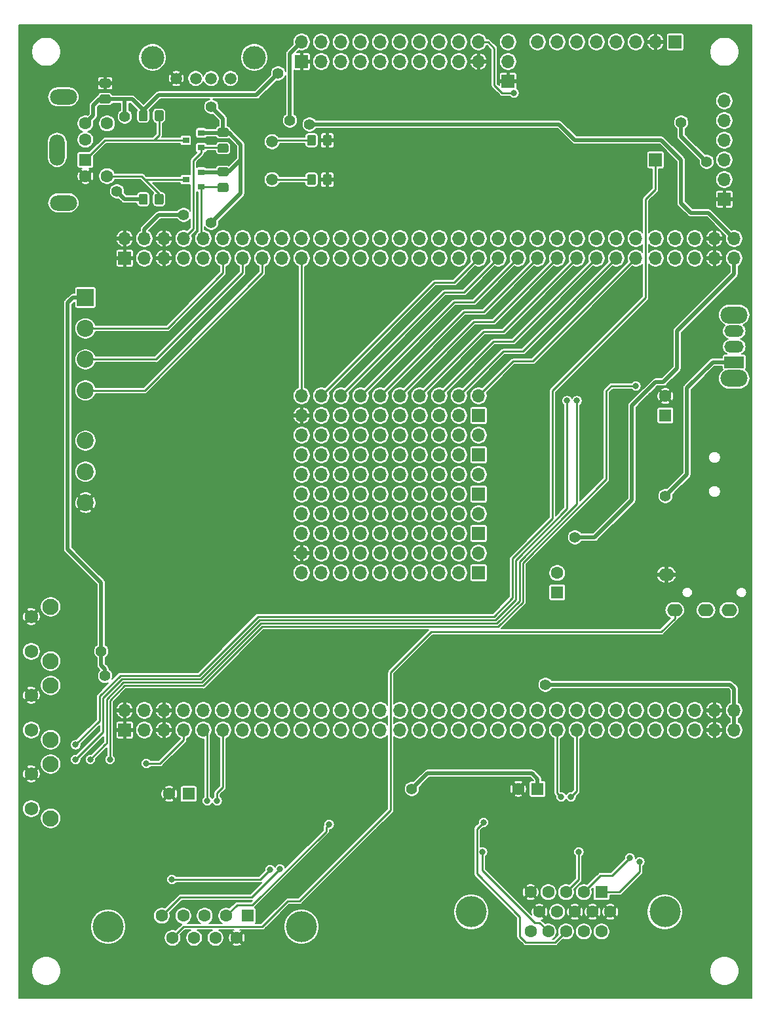
<source format=gbr>
G04 #@! TF.GenerationSoftware,KiCad,Pcbnew,5.1.5-52549c5~86~ubuntu18.04.1*
G04 #@! TF.CreationDate,2020-04-04T12:23:38+02:00*
G04 #@! TF.ProjectId,FPGC4IOboard,46504743-3449-44f6-926f-6172642e6b69,rev?*
G04 #@! TF.SameCoordinates,Original*
G04 #@! TF.FileFunction,Copper,L2,Bot*
G04 #@! TF.FilePolarity,Positive*
%FSLAX46Y46*%
G04 Gerber Fmt 4.6, Leading zero omitted, Abs format (unit mm)*
G04 Created by KiCad (PCBNEW 5.1.5-52549c5~86~ubuntu18.04.1) date 2020-04-04 12:23:38*
%MOMM*%
%LPD*%
G04 APERTURE LIST*
%ADD10O,3.500000X2.200000*%
%ADD11O,2.500000X1.500000*%
%ADD12R,2.500000X1.500000*%
%ADD13R,1.600000X1.600000*%
%ADD14C,1.600000*%
%ADD15C,4.000000*%
%ADD16R,1.700000X1.700000*%
%ADD17O,1.700000X1.700000*%
%ADD18O,2.000000X1.600000*%
%ADD19O,3.500000X2.000000*%
%ADD20O,2.000000X4.000000*%
%ADD21C,2.999740*%
%ADD22C,1.501140*%
%ADD23C,2.100000*%
%ADD24C,1.750000*%
%ADD25C,0.100000*%
%ADD26C,1.500000*%
%ADD27C,2.200000*%
%ADD28R,2.200000X2.200000*%
%ADD29R,0.900000X0.800000*%
%ADD30C,0.800000*%
%ADD31C,1.400000*%
%ADD32C,0.250000*%
%ADD33C,0.500000*%
%ADD34C,0.200000*%
G04 APERTURE END LIST*
D10*
X167640000Y-70830000D03*
X167640000Y-79030000D03*
D11*
X167640000Y-72930000D03*
X167640000Y-74930000D03*
D12*
X167640000Y-76930000D03*
D13*
X104775000Y-148463000D03*
D14*
X102005000Y-148463000D03*
X99235000Y-148463000D03*
X96465000Y-148463000D03*
X93695000Y-148463000D03*
X103390000Y-151303000D03*
X100620000Y-151303000D03*
X97850000Y-151303000D03*
X95080000Y-151303000D03*
D15*
X86735000Y-149883000D03*
X111735000Y-149883000D03*
X158680000Y-147952600D03*
X133680000Y-147952600D03*
D14*
X141335000Y-150492600D03*
X143625000Y-150492600D03*
X145915000Y-150492600D03*
X148205000Y-150492600D03*
X150495000Y-150492600D03*
X142480000Y-147953800D03*
X144770000Y-147953800D03*
X147060000Y-147953800D03*
X149350000Y-147953800D03*
X151640000Y-147953800D03*
X141335000Y-145415000D03*
X143625000Y-145415000D03*
X145915000Y-145415000D03*
X148205000Y-145415000D03*
D13*
X150495000Y-145415000D03*
D16*
X134620000Y-83820000D03*
D17*
X134620000Y-81280000D03*
X132080000Y-83820000D03*
X132080000Y-81280000D03*
X129540000Y-83820000D03*
X129540000Y-81280000D03*
X127000000Y-83820000D03*
X127000000Y-81280000D03*
X124460000Y-83820000D03*
X124460000Y-81280000D03*
X121920000Y-83820000D03*
X121920000Y-81280000D03*
X119380000Y-83820000D03*
X119380000Y-81280000D03*
X116840000Y-83820000D03*
X116840000Y-81280000D03*
X114300000Y-83820000D03*
X114300000Y-81280000D03*
X111760000Y-83820000D03*
X111760000Y-81280000D03*
D16*
X134620000Y-88900000D03*
D17*
X134620000Y-86360000D03*
X132080000Y-88900000D03*
X132080000Y-86360000D03*
X129540000Y-88900000D03*
X129540000Y-86360000D03*
X127000000Y-88900000D03*
X127000000Y-86360000D03*
X124460000Y-88900000D03*
X124460000Y-86360000D03*
X121920000Y-88900000D03*
X121920000Y-86360000D03*
X119380000Y-88900000D03*
X119380000Y-86360000D03*
X116840000Y-88900000D03*
X116840000Y-86360000D03*
X114300000Y-88900000D03*
X114300000Y-86360000D03*
X111760000Y-88900000D03*
X111760000Y-86360000D03*
D16*
X134620000Y-93980000D03*
D17*
X134620000Y-91440000D03*
X132080000Y-93980000D03*
X132080000Y-91440000D03*
X129540000Y-93980000D03*
X129540000Y-91440000D03*
X127000000Y-93980000D03*
X127000000Y-91440000D03*
X124460000Y-93980000D03*
X124460000Y-91440000D03*
X121920000Y-93980000D03*
X121920000Y-91440000D03*
X119380000Y-93980000D03*
X119380000Y-91440000D03*
X116840000Y-93980000D03*
X116840000Y-91440000D03*
X114300000Y-93980000D03*
X114300000Y-91440000D03*
X111760000Y-93980000D03*
X111760000Y-91440000D03*
D16*
X134620000Y-99060000D03*
D17*
X134620000Y-96520000D03*
X132080000Y-99060000D03*
X132080000Y-96520000D03*
X129540000Y-99060000D03*
X129540000Y-96520000D03*
X127000000Y-99060000D03*
X127000000Y-96520000D03*
X124460000Y-99060000D03*
X124460000Y-96520000D03*
X121920000Y-99060000D03*
X121920000Y-96520000D03*
X119380000Y-99060000D03*
X119380000Y-96520000D03*
X116840000Y-99060000D03*
X116840000Y-96520000D03*
X114300000Y-99060000D03*
X114300000Y-96520000D03*
X111760000Y-99060000D03*
X111760000Y-96520000D03*
D16*
X134620000Y-104140000D03*
D17*
X134620000Y-101600000D03*
X132080000Y-104140000D03*
X132080000Y-101600000D03*
X129540000Y-104140000D03*
X129540000Y-101600000D03*
X127000000Y-104140000D03*
X127000000Y-101600000D03*
X124460000Y-104140000D03*
X124460000Y-101600000D03*
X121920000Y-104140000D03*
X121920000Y-101600000D03*
X119380000Y-104140000D03*
X119380000Y-101600000D03*
X116840000Y-104140000D03*
X116840000Y-101600000D03*
X114300000Y-104140000D03*
X114300000Y-101600000D03*
X111760000Y-104140000D03*
X111760000Y-101600000D03*
D18*
X158880000Y-104380000D03*
X159980000Y-108980000D03*
X166980000Y-108980000D03*
X163980000Y-108980000D03*
D19*
X80970000Y-42650000D03*
X80970000Y-56350000D03*
D13*
X83820000Y-50800000D03*
D14*
X83820000Y-48200000D03*
X83820000Y-52900000D03*
X83820000Y-46100000D03*
X86620000Y-52900000D03*
X86620000Y-46100000D03*
D20*
X80170000Y-49500000D03*
D21*
X105630980Y-37569140D03*
X92489020Y-37569140D03*
D22*
X102560120Y-40279320D03*
X100060760Y-40279320D03*
X98059240Y-40279320D03*
X95559880Y-40279320D03*
D23*
X79325000Y-115550000D03*
D24*
X76835000Y-114300000D03*
X76835000Y-109800000D03*
D23*
X79325000Y-108540000D03*
X79325000Y-118700000D03*
D24*
X76835000Y-119960000D03*
X76835000Y-124460000D03*
D23*
X79325000Y-125710000D03*
X79325000Y-128860000D03*
D24*
X76835000Y-130120000D03*
X76835000Y-134620000D03*
D23*
X79325000Y-135870000D03*
G04 #@! TA.AperFunction,SMDPad,CuDef*
D25*
G36*
X93694505Y-55181204D02*
G01*
X93718773Y-55184804D01*
X93742572Y-55190765D01*
X93765671Y-55199030D01*
X93787850Y-55209520D01*
X93808893Y-55222132D01*
X93828599Y-55236747D01*
X93846777Y-55253223D01*
X93863253Y-55271401D01*
X93877868Y-55291107D01*
X93890480Y-55312150D01*
X93900970Y-55334329D01*
X93909235Y-55357428D01*
X93915196Y-55381227D01*
X93918796Y-55405495D01*
X93920000Y-55429999D01*
X93920000Y-56330001D01*
X93918796Y-56354505D01*
X93915196Y-56378773D01*
X93909235Y-56402572D01*
X93900970Y-56425671D01*
X93890480Y-56447850D01*
X93877868Y-56468893D01*
X93863253Y-56488599D01*
X93846777Y-56506777D01*
X93828599Y-56523253D01*
X93808893Y-56537868D01*
X93787850Y-56550480D01*
X93765671Y-56560970D01*
X93742572Y-56569235D01*
X93718773Y-56575196D01*
X93694505Y-56578796D01*
X93670001Y-56580000D01*
X93019999Y-56580000D01*
X92995495Y-56578796D01*
X92971227Y-56575196D01*
X92947428Y-56569235D01*
X92924329Y-56560970D01*
X92902150Y-56550480D01*
X92881107Y-56537868D01*
X92861401Y-56523253D01*
X92843223Y-56506777D01*
X92826747Y-56488599D01*
X92812132Y-56468893D01*
X92799520Y-56447850D01*
X92789030Y-56425671D01*
X92780765Y-56402572D01*
X92774804Y-56378773D01*
X92771204Y-56354505D01*
X92770000Y-56330001D01*
X92770000Y-55429999D01*
X92771204Y-55405495D01*
X92774804Y-55381227D01*
X92780765Y-55357428D01*
X92789030Y-55334329D01*
X92799520Y-55312150D01*
X92812132Y-55291107D01*
X92826747Y-55271401D01*
X92843223Y-55253223D01*
X92861401Y-55236747D01*
X92881107Y-55222132D01*
X92902150Y-55209520D01*
X92924329Y-55199030D01*
X92947428Y-55190765D01*
X92971227Y-55184804D01*
X92995495Y-55181204D01*
X93019999Y-55180000D01*
X93670001Y-55180000D01*
X93694505Y-55181204D01*
G37*
G04 #@! TD.AperFunction*
G04 #@! TA.AperFunction,SMDPad,CuDef*
G36*
X91644505Y-55181204D02*
G01*
X91668773Y-55184804D01*
X91692572Y-55190765D01*
X91715671Y-55199030D01*
X91737850Y-55209520D01*
X91758893Y-55222132D01*
X91778599Y-55236747D01*
X91796777Y-55253223D01*
X91813253Y-55271401D01*
X91827868Y-55291107D01*
X91840480Y-55312150D01*
X91850970Y-55334329D01*
X91859235Y-55357428D01*
X91865196Y-55381227D01*
X91868796Y-55405495D01*
X91870000Y-55429999D01*
X91870000Y-56330001D01*
X91868796Y-56354505D01*
X91865196Y-56378773D01*
X91859235Y-56402572D01*
X91850970Y-56425671D01*
X91840480Y-56447850D01*
X91827868Y-56468893D01*
X91813253Y-56488599D01*
X91796777Y-56506777D01*
X91778599Y-56523253D01*
X91758893Y-56537868D01*
X91737850Y-56550480D01*
X91715671Y-56560970D01*
X91692572Y-56569235D01*
X91668773Y-56575196D01*
X91644505Y-56578796D01*
X91620001Y-56580000D01*
X90969999Y-56580000D01*
X90945495Y-56578796D01*
X90921227Y-56575196D01*
X90897428Y-56569235D01*
X90874329Y-56560970D01*
X90852150Y-56550480D01*
X90831107Y-56537868D01*
X90811401Y-56523253D01*
X90793223Y-56506777D01*
X90776747Y-56488599D01*
X90762132Y-56468893D01*
X90749520Y-56447850D01*
X90739030Y-56425671D01*
X90730765Y-56402572D01*
X90724804Y-56378773D01*
X90721204Y-56354505D01*
X90720000Y-56330001D01*
X90720000Y-55429999D01*
X90721204Y-55405495D01*
X90724804Y-55381227D01*
X90730765Y-55357428D01*
X90739030Y-55334329D01*
X90749520Y-55312150D01*
X90762132Y-55291107D01*
X90776747Y-55271401D01*
X90793223Y-55253223D01*
X90811401Y-55236747D01*
X90831107Y-55222132D01*
X90852150Y-55209520D01*
X90874329Y-55199030D01*
X90897428Y-55190765D01*
X90921227Y-55184804D01*
X90945495Y-55181204D01*
X90969999Y-55180000D01*
X91620001Y-55180000D01*
X91644505Y-55181204D01*
G37*
G04 #@! TD.AperFunction*
D26*
X107950000Y-53340000D03*
X107950000Y-48460000D03*
D16*
X88900000Y-63500000D03*
D17*
X88900000Y-60960000D03*
X91440000Y-63500000D03*
X91440000Y-60960000D03*
X93980000Y-63500000D03*
X93980000Y-60960000D03*
X96520000Y-63500000D03*
X96520000Y-60960000D03*
X99060000Y-63500000D03*
X99060000Y-60960000D03*
X101600000Y-63500000D03*
X101600000Y-60960000D03*
X104140000Y-63500000D03*
X104140000Y-60960000D03*
X106680000Y-63500000D03*
X106680000Y-60960000D03*
X109220000Y-63500000D03*
X109220000Y-60960000D03*
X111760000Y-63500000D03*
X111760000Y-60960000D03*
X114300000Y-63500000D03*
X114300000Y-60960000D03*
X116840000Y-63500000D03*
X116840000Y-60960000D03*
X119380000Y-63500000D03*
X119380000Y-60960000D03*
X121920000Y-63500000D03*
X121920000Y-60960000D03*
X124460000Y-63500000D03*
X124460000Y-60960000D03*
X127000000Y-63500000D03*
X127000000Y-60960000D03*
X129540000Y-63500000D03*
X129540000Y-60960000D03*
X132080000Y-63500000D03*
X132080000Y-60960000D03*
X134620000Y-63500000D03*
X134620000Y-60960000D03*
X137160000Y-63500000D03*
X137160000Y-60960000D03*
X139700000Y-63500000D03*
X139700000Y-60960000D03*
X142240000Y-63500000D03*
X142240000Y-60960000D03*
X144780000Y-63500000D03*
X144780000Y-60960000D03*
X147320000Y-63500000D03*
X147320000Y-60960000D03*
X149860000Y-63500000D03*
X149860000Y-60960000D03*
X152400000Y-63500000D03*
X152400000Y-60960000D03*
X154940000Y-63500000D03*
X154940000Y-60960000D03*
X157480000Y-63500000D03*
X157480000Y-60960000D03*
X160020000Y-63500000D03*
X160020000Y-60960000D03*
X162560000Y-63500000D03*
X162560000Y-60960000D03*
X165100000Y-63500000D03*
X165100000Y-60960000D03*
X167640000Y-63500000D03*
X167640000Y-60960000D03*
D16*
X138430000Y-40640000D03*
D17*
X138430000Y-38100000D03*
X138430000Y-35560000D03*
D27*
X83820000Y-80580000D03*
X83820000Y-76580000D03*
X83820000Y-72580000D03*
X83820000Y-91080000D03*
X83820000Y-87080000D03*
D28*
X83820000Y-68580000D03*
D27*
X83820000Y-95080000D03*
D13*
X158750000Y-83820000D03*
D14*
X158750000Y-81320000D03*
X144780000Y-104180000D03*
D13*
X144780000Y-106680000D03*
G04 #@! TA.AperFunction,SMDPad,CuDef*
D25*
G36*
X86834505Y-40311204D02*
G01*
X86858773Y-40314804D01*
X86882572Y-40320765D01*
X86905671Y-40329030D01*
X86927850Y-40339520D01*
X86948893Y-40352132D01*
X86968599Y-40366747D01*
X86986777Y-40383223D01*
X87003253Y-40401401D01*
X87017868Y-40421107D01*
X87030480Y-40442150D01*
X87040970Y-40464329D01*
X87049235Y-40487428D01*
X87055196Y-40511227D01*
X87058796Y-40535495D01*
X87060000Y-40559999D01*
X87060000Y-41210001D01*
X87058796Y-41234505D01*
X87055196Y-41258773D01*
X87049235Y-41282572D01*
X87040970Y-41305671D01*
X87030480Y-41327850D01*
X87017868Y-41348893D01*
X87003253Y-41368599D01*
X86986777Y-41386777D01*
X86968599Y-41403253D01*
X86948893Y-41417868D01*
X86927850Y-41430480D01*
X86905671Y-41440970D01*
X86882572Y-41449235D01*
X86858773Y-41455196D01*
X86834505Y-41458796D01*
X86810001Y-41460000D01*
X85909999Y-41460000D01*
X85885495Y-41458796D01*
X85861227Y-41455196D01*
X85837428Y-41449235D01*
X85814329Y-41440970D01*
X85792150Y-41430480D01*
X85771107Y-41417868D01*
X85751401Y-41403253D01*
X85733223Y-41386777D01*
X85716747Y-41368599D01*
X85702132Y-41348893D01*
X85689520Y-41327850D01*
X85679030Y-41305671D01*
X85670765Y-41282572D01*
X85664804Y-41258773D01*
X85661204Y-41234505D01*
X85660000Y-41210001D01*
X85660000Y-40559999D01*
X85661204Y-40535495D01*
X85664804Y-40511227D01*
X85670765Y-40487428D01*
X85679030Y-40464329D01*
X85689520Y-40442150D01*
X85702132Y-40421107D01*
X85716747Y-40401401D01*
X85733223Y-40383223D01*
X85751401Y-40366747D01*
X85771107Y-40352132D01*
X85792150Y-40339520D01*
X85814329Y-40329030D01*
X85837428Y-40320765D01*
X85861227Y-40314804D01*
X85885495Y-40311204D01*
X85909999Y-40310000D01*
X86810001Y-40310000D01*
X86834505Y-40311204D01*
G37*
G04 #@! TD.AperFunction*
G04 #@! TA.AperFunction,SMDPad,CuDef*
G36*
X86834505Y-42361204D02*
G01*
X86858773Y-42364804D01*
X86882572Y-42370765D01*
X86905671Y-42379030D01*
X86927850Y-42389520D01*
X86948893Y-42402132D01*
X86968599Y-42416747D01*
X86986777Y-42433223D01*
X87003253Y-42451401D01*
X87017868Y-42471107D01*
X87030480Y-42492150D01*
X87040970Y-42514329D01*
X87049235Y-42537428D01*
X87055196Y-42561227D01*
X87058796Y-42585495D01*
X87060000Y-42609999D01*
X87060000Y-43260001D01*
X87058796Y-43284505D01*
X87055196Y-43308773D01*
X87049235Y-43332572D01*
X87040970Y-43355671D01*
X87030480Y-43377850D01*
X87017868Y-43398893D01*
X87003253Y-43418599D01*
X86986777Y-43436777D01*
X86968599Y-43453253D01*
X86948893Y-43467868D01*
X86927850Y-43480480D01*
X86905671Y-43490970D01*
X86882572Y-43499235D01*
X86858773Y-43505196D01*
X86834505Y-43508796D01*
X86810001Y-43510000D01*
X85909999Y-43510000D01*
X85885495Y-43508796D01*
X85861227Y-43505196D01*
X85837428Y-43499235D01*
X85814329Y-43490970D01*
X85792150Y-43480480D01*
X85771107Y-43467868D01*
X85751401Y-43453253D01*
X85733223Y-43436777D01*
X85716747Y-43418599D01*
X85702132Y-43398893D01*
X85689520Y-43377850D01*
X85679030Y-43355671D01*
X85670765Y-43332572D01*
X85664804Y-43308773D01*
X85661204Y-43284505D01*
X85660000Y-43260001D01*
X85660000Y-42609999D01*
X85661204Y-42585495D01*
X85664804Y-42561227D01*
X85670765Y-42537428D01*
X85679030Y-42514329D01*
X85689520Y-42492150D01*
X85702132Y-42471107D01*
X85716747Y-42451401D01*
X85733223Y-42433223D01*
X85751401Y-42416747D01*
X85771107Y-42402132D01*
X85792150Y-42389520D01*
X85814329Y-42379030D01*
X85837428Y-42370765D01*
X85861227Y-42364804D01*
X85885495Y-42361204D01*
X85909999Y-42360000D01*
X86810001Y-42360000D01*
X86834505Y-42361204D01*
G37*
G04 #@! TD.AperFunction*
G04 #@! TA.AperFunction,SMDPad,CuDef*
G36*
X115429505Y-52641204D02*
G01*
X115453773Y-52644804D01*
X115477572Y-52650765D01*
X115500671Y-52659030D01*
X115522850Y-52669520D01*
X115543893Y-52682132D01*
X115563599Y-52696747D01*
X115581777Y-52713223D01*
X115598253Y-52731401D01*
X115612868Y-52751107D01*
X115625480Y-52772150D01*
X115635970Y-52794329D01*
X115644235Y-52817428D01*
X115650196Y-52841227D01*
X115653796Y-52865495D01*
X115655000Y-52889999D01*
X115655000Y-53790001D01*
X115653796Y-53814505D01*
X115650196Y-53838773D01*
X115644235Y-53862572D01*
X115635970Y-53885671D01*
X115625480Y-53907850D01*
X115612868Y-53928893D01*
X115598253Y-53948599D01*
X115581777Y-53966777D01*
X115563599Y-53983253D01*
X115543893Y-53997868D01*
X115522850Y-54010480D01*
X115500671Y-54020970D01*
X115477572Y-54029235D01*
X115453773Y-54035196D01*
X115429505Y-54038796D01*
X115405001Y-54040000D01*
X114754999Y-54040000D01*
X114730495Y-54038796D01*
X114706227Y-54035196D01*
X114682428Y-54029235D01*
X114659329Y-54020970D01*
X114637150Y-54010480D01*
X114616107Y-53997868D01*
X114596401Y-53983253D01*
X114578223Y-53966777D01*
X114561747Y-53948599D01*
X114547132Y-53928893D01*
X114534520Y-53907850D01*
X114524030Y-53885671D01*
X114515765Y-53862572D01*
X114509804Y-53838773D01*
X114506204Y-53814505D01*
X114505000Y-53790001D01*
X114505000Y-52889999D01*
X114506204Y-52865495D01*
X114509804Y-52841227D01*
X114515765Y-52817428D01*
X114524030Y-52794329D01*
X114534520Y-52772150D01*
X114547132Y-52751107D01*
X114561747Y-52731401D01*
X114578223Y-52713223D01*
X114596401Y-52696747D01*
X114616107Y-52682132D01*
X114637150Y-52669520D01*
X114659329Y-52659030D01*
X114682428Y-52650765D01*
X114706227Y-52644804D01*
X114730495Y-52641204D01*
X114754999Y-52640000D01*
X115405001Y-52640000D01*
X115429505Y-52641204D01*
G37*
G04 #@! TD.AperFunction*
G04 #@! TA.AperFunction,SMDPad,CuDef*
G36*
X113379505Y-52641204D02*
G01*
X113403773Y-52644804D01*
X113427572Y-52650765D01*
X113450671Y-52659030D01*
X113472850Y-52669520D01*
X113493893Y-52682132D01*
X113513599Y-52696747D01*
X113531777Y-52713223D01*
X113548253Y-52731401D01*
X113562868Y-52751107D01*
X113575480Y-52772150D01*
X113585970Y-52794329D01*
X113594235Y-52817428D01*
X113600196Y-52841227D01*
X113603796Y-52865495D01*
X113605000Y-52889999D01*
X113605000Y-53790001D01*
X113603796Y-53814505D01*
X113600196Y-53838773D01*
X113594235Y-53862572D01*
X113585970Y-53885671D01*
X113575480Y-53907850D01*
X113562868Y-53928893D01*
X113548253Y-53948599D01*
X113531777Y-53966777D01*
X113513599Y-53983253D01*
X113493893Y-53997868D01*
X113472850Y-54010480D01*
X113450671Y-54020970D01*
X113427572Y-54029235D01*
X113403773Y-54035196D01*
X113379505Y-54038796D01*
X113355001Y-54040000D01*
X112704999Y-54040000D01*
X112680495Y-54038796D01*
X112656227Y-54035196D01*
X112632428Y-54029235D01*
X112609329Y-54020970D01*
X112587150Y-54010480D01*
X112566107Y-53997868D01*
X112546401Y-53983253D01*
X112528223Y-53966777D01*
X112511747Y-53948599D01*
X112497132Y-53928893D01*
X112484520Y-53907850D01*
X112474030Y-53885671D01*
X112465765Y-53862572D01*
X112459804Y-53838773D01*
X112456204Y-53814505D01*
X112455000Y-53790001D01*
X112455000Y-52889999D01*
X112456204Y-52865495D01*
X112459804Y-52841227D01*
X112465765Y-52817428D01*
X112474030Y-52794329D01*
X112484520Y-52772150D01*
X112497132Y-52751107D01*
X112511747Y-52731401D01*
X112528223Y-52713223D01*
X112546401Y-52696747D01*
X112566107Y-52682132D01*
X112587150Y-52669520D01*
X112609329Y-52659030D01*
X112632428Y-52650765D01*
X112656227Y-52644804D01*
X112680495Y-52641204D01*
X112704999Y-52640000D01*
X113355001Y-52640000D01*
X113379505Y-52641204D01*
G37*
G04 #@! TD.AperFunction*
G04 #@! TA.AperFunction,SMDPad,CuDef*
G36*
X115429505Y-47561204D02*
G01*
X115453773Y-47564804D01*
X115477572Y-47570765D01*
X115500671Y-47579030D01*
X115522850Y-47589520D01*
X115543893Y-47602132D01*
X115563599Y-47616747D01*
X115581777Y-47633223D01*
X115598253Y-47651401D01*
X115612868Y-47671107D01*
X115625480Y-47692150D01*
X115635970Y-47714329D01*
X115644235Y-47737428D01*
X115650196Y-47761227D01*
X115653796Y-47785495D01*
X115655000Y-47809999D01*
X115655000Y-48710001D01*
X115653796Y-48734505D01*
X115650196Y-48758773D01*
X115644235Y-48782572D01*
X115635970Y-48805671D01*
X115625480Y-48827850D01*
X115612868Y-48848893D01*
X115598253Y-48868599D01*
X115581777Y-48886777D01*
X115563599Y-48903253D01*
X115543893Y-48917868D01*
X115522850Y-48930480D01*
X115500671Y-48940970D01*
X115477572Y-48949235D01*
X115453773Y-48955196D01*
X115429505Y-48958796D01*
X115405001Y-48960000D01*
X114754999Y-48960000D01*
X114730495Y-48958796D01*
X114706227Y-48955196D01*
X114682428Y-48949235D01*
X114659329Y-48940970D01*
X114637150Y-48930480D01*
X114616107Y-48917868D01*
X114596401Y-48903253D01*
X114578223Y-48886777D01*
X114561747Y-48868599D01*
X114547132Y-48848893D01*
X114534520Y-48827850D01*
X114524030Y-48805671D01*
X114515765Y-48782572D01*
X114509804Y-48758773D01*
X114506204Y-48734505D01*
X114505000Y-48710001D01*
X114505000Y-47809999D01*
X114506204Y-47785495D01*
X114509804Y-47761227D01*
X114515765Y-47737428D01*
X114524030Y-47714329D01*
X114534520Y-47692150D01*
X114547132Y-47671107D01*
X114561747Y-47651401D01*
X114578223Y-47633223D01*
X114596401Y-47616747D01*
X114616107Y-47602132D01*
X114637150Y-47589520D01*
X114659329Y-47579030D01*
X114682428Y-47570765D01*
X114706227Y-47564804D01*
X114730495Y-47561204D01*
X114754999Y-47560000D01*
X115405001Y-47560000D01*
X115429505Y-47561204D01*
G37*
G04 #@! TD.AperFunction*
G04 #@! TA.AperFunction,SMDPad,CuDef*
G36*
X113379505Y-47561204D02*
G01*
X113403773Y-47564804D01*
X113427572Y-47570765D01*
X113450671Y-47579030D01*
X113472850Y-47589520D01*
X113493893Y-47602132D01*
X113513599Y-47616747D01*
X113531777Y-47633223D01*
X113548253Y-47651401D01*
X113562868Y-47671107D01*
X113575480Y-47692150D01*
X113585970Y-47714329D01*
X113594235Y-47737428D01*
X113600196Y-47761227D01*
X113603796Y-47785495D01*
X113605000Y-47809999D01*
X113605000Y-48710001D01*
X113603796Y-48734505D01*
X113600196Y-48758773D01*
X113594235Y-48782572D01*
X113585970Y-48805671D01*
X113575480Y-48827850D01*
X113562868Y-48848893D01*
X113548253Y-48868599D01*
X113531777Y-48886777D01*
X113513599Y-48903253D01*
X113493893Y-48917868D01*
X113472850Y-48930480D01*
X113450671Y-48940970D01*
X113427572Y-48949235D01*
X113403773Y-48955196D01*
X113379505Y-48958796D01*
X113355001Y-48960000D01*
X112704999Y-48960000D01*
X112680495Y-48958796D01*
X112656227Y-48955196D01*
X112632428Y-48949235D01*
X112609329Y-48940970D01*
X112587150Y-48930480D01*
X112566107Y-48917868D01*
X112546401Y-48903253D01*
X112528223Y-48886777D01*
X112511747Y-48868599D01*
X112497132Y-48848893D01*
X112484520Y-48827850D01*
X112474030Y-48805671D01*
X112465765Y-48782572D01*
X112459804Y-48758773D01*
X112456204Y-48734505D01*
X112455000Y-48710001D01*
X112455000Y-47809999D01*
X112456204Y-47785495D01*
X112459804Y-47761227D01*
X112465765Y-47737428D01*
X112474030Y-47714329D01*
X112484520Y-47692150D01*
X112497132Y-47671107D01*
X112511747Y-47651401D01*
X112528223Y-47633223D01*
X112546401Y-47616747D01*
X112566107Y-47602132D01*
X112587150Y-47589520D01*
X112609329Y-47579030D01*
X112632428Y-47570765D01*
X112656227Y-47564804D01*
X112680495Y-47561204D01*
X112704999Y-47560000D01*
X113355001Y-47560000D01*
X113379505Y-47561204D01*
G37*
G04 #@! TD.AperFunction*
D16*
X157480000Y-50800000D03*
D29*
X96790000Y-53340000D03*
X98790000Y-54290000D03*
X98790000Y-52390000D03*
X96790000Y-48260000D03*
X98790000Y-49210000D03*
X98790000Y-47310000D03*
G04 #@! TA.AperFunction,SMDPad,CuDef*
D25*
G36*
X93694505Y-44386204D02*
G01*
X93718773Y-44389804D01*
X93742572Y-44395765D01*
X93765671Y-44404030D01*
X93787850Y-44414520D01*
X93808893Y-44427132D01*
X93828599Y-44441747D01*
X93846777Y-44458223D01*
X93863253Y-44476401D01*
X93877868Y-44496107D01*
X93890480Y-44517150D01*
X93900970Y-44539329D01*
X93909235Y-44562428D01*
X93915196Y-44586227D01*
X93918796Y-44610495D01*
X93920000Y-44634999D01*
X93920000Y-45535001D01*
X93918796Y-45559505D01*
X93915196Y-45583773D01*
X93909235Y-45607572D01*
X93900970Y-45630671D01*
X93890480Y-45652850D01*
X93877868Y-45673893D01*
X93863253Y-45693599D01*
X93846777Y-45711777D01*
X93828599Y-45728253D01*
X93808893Y-45742868D01*
X93787850Y-45755480D01*
X93765671Y-45765970D01*
X93742572Y-45774235D01*
X93718773Y-45780196D01*
X93694505Y-45783796D01*
X93670001Y-45785000D01*
X93019999Y-45785000D01*
X92995495Y-45783796D01*
X92971227Y-45780196D01*
X92947428Y-45774235D01*
X92924329Y-45765970D01*
X92902150Y-45755480D01*
X92881107Y-45742868D01*
X92861401Y-45728253D01*
X92843223Y-45711777D01*
X92826747Y-45693599D01*
X92812132Y-45673893D01*
X92799520Y-45652850D01*
X92789030Y-45630671D01*
X92780765Y-45607572D01*
X92774804Y-45583773D01*
X92771204Y-45559505D01*
X92770000Y-45535001D01*
X92770000Y-44634999D01*
X92771204Y-44610495D01*
X92774804Y-44586227D01*
X92780765Y-44562428D01*
X92789030Y-44539329D01*
X92799520Y-44517150D01*
X92812132Y-44496107D01*
X92826747Y-44476401D01*
X92843223Y-44458223D01*
X92861401Y-44441747D01*
X92881107Y-44427132D01*
X92902150Y-44414520D01*
X92924329Y-44404030D01*
X92947428Y-44395765D01*
X92971227Y-44389804D01*
X92995495Y-44386204D01*
X93019999Y-44385000D01*
X93670001Y-44385000D01*
X93694505Y-44386204D01*
G37*
G04 #@! TD.AperFunction*
G04 #@! TA.AperFunction,SMDPad,CuDef*
G36*
X91644505Y-44386204D02*
G01*
X91668773Y-44389804D01*
X91692572Y-44395765D01*
X91715671Y-44404030D01*
X91737850Y-44414520D01*
X91758893Y-44427132D01*
X91778599Y-44441747D01*
X91796777Y-44458223D01*
X91813253Y-44476401D01*
X91827868Y-44496107D01*
X91840480Y-44517150D01*
X91850970Y-44539329D01*
X91859235Y-44562428D01*
X91865196Y-44586227D01*
X91868796Y-44610495D01*
X91870000Y-44634999D01*
X91870000Y-45535001D01*
X91868796Y-45559505D01*
X91865196Y-45583773D01*
X91859235Y-45607572D01*
X91850970Y-45630671D01*
X91840480Y-45652850D01*
X91827868Y-45673893D01*
X91813253Y-45693599D01*
X91796777Y-45711777D01*
X91778599Y-45728253D01*
X91758893Y-45742868D01*
X91737850Y-45755480D01*
X91715671Y-45765970D01*
X91692572Y-45774235D01*
X91668773Y-45780196D01*
X91644505Y-45783796D01*
X91620001Y-45785000D01*
X90969999Y-45785000D01*
X90945495Y-45783796D01*
X90921227Y-45780196D01*
X90897428Y-45774235D01*
X90874329Y-45765970D01*
X90852150Y-45755480D01*
X90831107Y-45742868D01*
X90811401Y-45728253D01*
X90793223Y-45711777D01*
X90776747Y-45693599D01*
X90762132Y-45673893D01*
X90749520Y-45652850D01*
X90739030Y-45630671D01*
X90730765Y-45607572D01*
X90724804Y-45583773D01*
X90721204Y-45559505D01*
X90720000Y-45535001D01*
X90720000Y-44634999D01*
X90721204Y-44610495D01*
X90724804Y-44586227D01*
X90730765Y-44562428D01*
X90739030Y-44539329D01*
X90749520Y-44517150D01*
X90762132Y-44496107D01*
X90776747Y-44476401D01*
X90793223Y-44458223D01*
X90811401Y-44441747D01*
X90831107Y-44427132D01*
X90852150Y-44414520D01*
X90874329Y-44404030D01*
X90897428Y-44395765D01*
X90921227Y-44389804D01*
X90945495Y-44386204D01*
X90969999Y-44385000D01*
X91620001Y-44385000D01*
X91644505Y-44386204D01*
G37*
G04 #@! TD.AperFunction*
G04 #@! TA.AperFunction,SMDPad,CuDef*
G36*
X102074505Y-53791204D02*
G01*
X102098773Y-53794804D01*
X102122572Y-53800765D01*
X102145671Y-53809030D01*
X102167850Y-53819520D01*
X102188893Y-53832132D01*
X102208599Y-53846747D01*
X102226777Y-53863223D01*
X102243253Y-53881401D01*
X102257868Y-53901107D01*
X102270480Y-53922150D01*
X102280970Y-53944329D01*
X102289235Y-53967428D01*
X102295196Y-53991227D01*
X102298796Y-54015495D01*
X102300000Y-54039999D01*
X102300000Y-54690001D01*
X102298796Y-54714505D01*
X102295196Y-54738773D01*
X102289235Y-54762572D01*
X102280970Y-54785671D01*
X102270480Y-54807850D01*
X102257868Y-54828893D01*
X102243253Y-54848599D01*
X102226777Y-54866777D01*
X102208599Y-54883253D01*
X102188893Y-54897868D01*
X102167850Y-54910480D01*
X102145671Y-54920970D01*
X102122572Y-54929235D01*
X102098773Y-54935196D01*
X102074505Y-54938796D01*
X102050001Y-54940000D01*
X101149999Y-54940000D01*
X101125495Y-54938796D01*
X101101227Y-54935196D01*
X101077428Y-54929235D01*
X101054329Y-54920970D01*
X101032150Y-54910480D01*
X101011107Y-54897868D01*
X100991401Y-54883253D01*
X100973223Y-54866777D01*
X100956747Y-54848599D01*
X100942132Y-54828893D01*
X100929520Y-54807850D01*
X100919030Y-54785671D01*
X100910765Y-54762572D01*
X100904804Y-54738773D01*
X100901204Y-54714505D01*
X100900000Y-54690001D01*
X100900000Y-54039999D01*
X100901204Y-54015495D01*
X100904804Y-53991227D01*
X100910765Y-53967428D01*
X100919030Y-53944329D01*
X100929520Y-53922150D01*
X100942132Y-53901107D01*
X100956747Y-53881401D01*
X100973223Y-53863223D01*
X100991401Y-53846747D01*
X101011107Y-53832132D01*
X101032150Y-53819520D01*
X101054329Y-53809030D01*
X101077428Y-53800765D01*
X101101227Y-53794804D01*
X101125495Y-53791204D01*
X101149999Y-53790000D01*
X102050001Y-53790000D01*
X102074505Y-53791204D01*
G37*
G04 #@! TD.AperFunction*
G04 #@! TA.AperFunction,SMDPad,CuDef*
G36*
X102074505Y-51741204D02*
G01*
X102098773Y-51744804D01*
X102122572Y-51750765D01*
X102145671Y-51759030D01*
X102167850Y-51769520D01*
X102188893Y-51782132D01*
X102208599Y-51796747D01*
X102226777Y-51813223D01*
X102243253Y-51831401D01*
X102257868Y-51851107D01*
X102270480Y-51872150D01*
X102280970Y-51894329D01*
X102289235Y-51917428D01*
X102295196Y-51941227D01*
X102298796Y-51965495D01*
X102300000Y-51989999D01*
X102300000Y-52640001D01*
X102298796Y-52664505D01*
X102295196Y-52688773D01*
X102289235Y-52712572D01*
X102280970Y-52735671D01*
X102270480Y-52757850D01*
X102257868Y-52778893D01*
X102243253Y-52798599D01*
X102226777Y-52816777D01*
X102208599Y-52833253D01*
X102188893Y-52847868D01*
X102167850Y-52860480D01*
X102145671Y-52870970D01*
X102122572Y-52879235D01*
X102098773Y-52885196D01*
X102074505Y-52888796D01*
X102050001Y-52890000D01*
X101149999Y-52890000D01*
X101125495Y-52888796D01*
X101101227Y-52885196D01*
X101077428Y-52879235D01*
X101054329Y-52870970D01*
X101032150Y-52860480D01*
X101011107Y-52847868D01*
X100991401Y-52833253D01*
X100973223Y-52816777D01*
X100956747Y-52798599D01*
X100942132Y-52778893D01*
X100929520Y-52757850D01*
X100919030Y-52735671D01*
X100910765Y-52712572D01*
X100904804Y-52688773D01*
X100901204Y-52664505D01*
X100900000Y-52640001D01*
X100900000Y-51989999D01*
X100901204Y-51965495D01*
X100904804Y-51941227D01*
X100910765Y-51917428D01*
X100919030Y-51894329D01*
X100929520Y-51872150D01*
X100942132Y-51851107D01*
X100956747Y-51831401D01*
X100973223Y-51813223D01*
X100991401Y-51796747D01*
X101011107Y-51782132D01*
X101032150Y-51769520D01*
X101054329Y-51759030D01*
X101077428Y-51750765D01*
X101101227Y-51744804D01*
X101125495Y-51741204D01*
X101149999Y-51740000D01*
X102050001Y-51740000D01*
X102074505Y-51741204D01*
G37*
G04 #@! TD.AperFunction*
G04 #@! TA.AperFunction,SMDPad,CuDef*
G36*
X102074505Y-46661204D02*
G01*
X102098773Y-46664804D01*
X102122572Y-46670765D01*
X102145671Y-46679030D01*
X102167850Y-46689520D01*
X102188893Y-46702132D01*
X102208599Y-46716747D01*
X102226777Y-46733223D01*
X102243253Y-46751401D01*
X102257868Y-46771107D01*
X102270480Y-46792150D01*
X102280970Y-46814329D01*
X102289235Y-46837428D01*
X102295196Y-46861227D01*
X102298796Y-46885495D01*
X102300000Y-46909999D01*
X102300000Y-47560001D01*
X102298796Y-47584505D01*
X102295196Y-47608773D01*
X102289235Y-47632572D01*
X102280970Y-47655671D01*
X102270480Y-47677850D01*
X102257868Y-47698893D01*
X102243253Y-47718599D01*
X102226777Y-47736777D01*
X102208599Y-47753253D01*
X102188893Y-47767868D01*
X102167850Y-47780480D01*
X102145671Y-47790970D01*
X102122572Y-47799235D01*
X102098773Y-47805196D01*
X102074505Y-47808796D01*
X102050001Y-47810000D01*
X101149999Y-47810000D01*
X101125495Y-47808796D01*
X101101227Y-47805196D01*
X101077428Y-47799235D01*
X101054329Y-47790970D01*
X101032150Y-47780480D01*
X101011107Y-47767868D01*
X100991401Y-47753253D01*
X100973223Y-47736777D01*
X100956747Y-47718599D01*
X100942132Y-47698893D01*
X100929520Y-47677850D01*
X100919030Y-47655671D01*
X100910765Y-47632572D01*
X100904804Y-47608773D01*
X100901204Y-47584505D01*
X100900000Y-47560001D01*
X100900000Y-46909999D01*
X100901204Y-46885495D01*
X100904804Y-46861227D01*
X100910765Y-46837428D01*
X100919030Y-46814329D01*
X100929520Y-46792150D01*
X100942132Y-46771107D01*
X100956747Y-46751401D01*
X100973223Y-46733223D01*
X100991401Y-46716747D01*
X101011107Y-46702132D01*
X101032150Y-46689520D01*
X101054329Y-46679030D01*
X101077428Y-46670765D01*
X101101227Y-46664804D01*
X101125495Y-46661204D01*
X101149999Y-46660000D01*
X102050001Y-46660000D01*
X102074505Y-46661204D01*
G37*
G04 #@! TD.AperFunction*
G04 #@! TA.AperFunction,SMDPad,CuDef*
G36*
X102074505Y-48711204D02*
G01*
X102098773Y-48714804D01*
X102122572Y-48720765D01*
X102145671Y-48729030D01*
X102167850Y-48739520D01*
X102188893Y-48752132D01*
X102208599Y-48766747D01*
X102226777Y-48783223D01*
X102243253Y-48801401D01*
X102257868Y-48821107D01*
X102270480Y-48842150D01*
X102280970Y-48864329D01*
X102289235Y-48887428D01*
X102295196Y-48911227D01*
X102298796Y-48935495D01*
X102300000Y-48959999D01*
X102300000Y-49610001D01*
X102298796Y-49634505D01*
X102295196Y-49658773D01*
X102289235Y-49682572D01*
X102280970Y-49705671D01*
X102270480Y-49727850D01*
X102257868Y-49748893D01*
X102243253Y-49768599D01*
X102226777Y-49786777D01*
X102208599Y-49803253D01*
X102188893Y-49817868D01*
X102167850Y-49830480D01*
X102145671Y-49840970D01*
X102122572Y-49849235D01*
X102098773Y-49855196D01*
X102074505Y-49858796D01*
X102050001Y-49860000D01*
X101149999Y-49860000D01*
X101125495Y-49858796D01*
X101101227Y-49855196D01*
X101077428Y-49849235D01*
X101054329Y-49840970D01*
X101032150Y-49830480D01*
X101011107Y-49817868D01*
X100991401Y-49803253D01*
X100973223Y-49786777D01*
X100956747Y-49768599D01*
X100942132Y-49748893D01*
X100929520Y-49727850D01*
X100919030Y-49705671D01*
X100910765Y-49682572D01*
X100904804Y-49658773D01*
X100901204Y-49634505D01*
X100900000Y-49610001D01*
X100900000Y-48959999D01*
X100901204Y-48935495D01*
X100904804Y-48911227D01*
X100910765Y-48887428D01*
X100919030Y-48864329D01*
X100929520Y-48842150D01*
X100942132Y-48821107D01*
X100956747Y-48801401D01*
X100973223Y-48783223D01*
X100991401Y-48766747D01*
X101011107Y-48752132D01*
X101032150Y-48739520D01*
X101054329Y-48729030D01*
X101077428Y-48720765D01*
X101101227Y-48714804D01*
X101125495Y-48711204D01*
X101149999Y-48710000D01*
X102050001Y-48710000D01*
X102074505Y-48711204D01*
G37*
G04 #@! TD.AperFunction*
D17*
X167640000Y-121920000D03*
X167640000Y-124460000D03*
X165100000Y-121920000D03*
X165100000Y-124460000D03*
X162560000Y-121920000D03*
X162560000Y-124460000D03*
X160020000Y-121920000D03*
X160020000Y-124460000D03*
X157480000Y-121920000D03*
X157480000Y-124460000D03*
X154940000Y-121920000D03*
X154940000Y-124460000D03*
X152400000Y-121920000D03*
X152400000Y-124460000D03*
X149860000Y-121920000D03*
X149860000Y-124460000D03*
X147320000Y-121920000D03*
X147320000Y-124460000D03*
X144780000Y-121920000D03*
X144780000Y-124460000D03*
X142240000Y-121920000D03*
X142240000Y-124460000D03*
X139700000Y-121920000D03*
X139700000Y-124460000D03*
X137160000Y-121920000D03*
X137160000Y-124460000D03*
X134620000Y-121920000D03*
X134620000Y-124460000D03*
X132080000Y-121920000D03*
X132080000Y-124460000D03*
X129540000Y-121920000D03*
X129540000Y-124460000D03*
X127000000Y-121920000D03*
X127000000Y-124460000D03*
X124460000Y-121920000D03*
X124460000Y-124460000D03*
X121920000Y-121920000D03*
X121920000Y-124460000D03*
X119380000Y-121920000D03*
X119380000Y-124460000D03*
X116840000Y-121920000D03*
X116840000Y-124460000D03*
X114300000Y-121920000D03*
X114300000Y-124460000D03*
X111760000Y-121920000D03*
X111760000Y-124460000D03*
X109220000Y-121920000D03*
X109220000Y-124460000D03*
X106680000Y-121920000D03*
X106680000Y-124460000D03*
X104140000Y-121920000D03*
X104140000Y-124460000D03*
X101600000Y-121920000D03*
X101600000Y-124460000D03*
X99060000Y-121920000D03*
X99060000Y-124460000D03*
X96520000Y-121920000D03*
X96520000Y-124460000D03*
X93980000Y-121920000D03*
X93980000Y-124460000D03*
X91440000Y-121920000D03*
X91440000Y-124460000D03*
X88900000Y-121920000D03*
D16*
X88900000Y-124460000D03*
X166370000Y-55880000D03*
D17*
X166370000Y-53340000D03*
X166370000Y-50800000D03*
X166370000Y-48260000D03*
X166370000Y-45720000D03*
X166370000Y-43180000D03*
D16*
X160020000Y-35560000D03*
D17*
X157480000Y-35560000D03*
X154940000Y-35560000D03*
X152400000Y-35560000D03*
X149860000Y-35560000D03*
X147320000Y-35560000D03*
X144780000Y-35560000D03*
X142240000Y-35560000D03*
D16*
X111760000Y-38100000D03*
D17*
X111760000Y-35560000D03*
X114300000Y-38100000D03*
X114300000Y-35560000D03*
X116840000Y-38100000D03*
X116840000Y-35560000D03*
X119380000Y-38100000D03*
X119380000Y-35560000D03*
X121920000Y-38100000D03*
X121920000Y-35560000D03*
X124460000Y-38100000D03*
X124460000Y-35560000D03*
X127000000Y-38100000D03*
X127000000Y-35560000D03*
X129540000Y-38100000D03*
X129540000Y-35560000D03*
X132080000Y-38100000D03*
X132080000Y-35560000D03*
X134620000Y-38100000D03*
X134620000Y-35560000D03*
D13*
X97155000Y-132715000D03*
D14*
X94655000Y-132715000D03*
X139740000Y-132080000D03*
D13*
X142240000Y-132080000D03*
D30*
X154178000Y-66294000D03*
X149098000Y-71120000D03*
X153162000Y-73660000D03*
X158496000Y-73660000D03*
X158496000Y-77470000D03*
X94996000Y-52578000D03*
X91186000Y-49530000D03*
X106426000Y-45720000D03*
X106172000Y-48260000D03*
X94996000Y-44704000D03*
X135890000Y-44958000D03*
X135890000Y-47244000D03*
X138684000Y-48768000D03*
X143510000Y-44958000D03*
X143764000Y-48768000D03*
X146050000Y-44958000D03*
X146050000Y-49784000D03*
X148590000Y-46482000D03*
X148336000Y-51308000D03*
X151130000Y-46482000D03*
X151384000Y-50292000D03*
X153670000Y-46482000D03*
X153670000Y-50292000D03*
X155956000Y-46482000D03*
X155956000Y-54610000D03*
X134620000Y-33782000D03*
X164338000Y-55626000D03*
X133096000Y-66294000D03*
X135636000Y-66294000D03*
X138176000Y-66294000D03*
X140716000Y-66294000D03*
X143256000Y-66294000D03*
X145796000Y-66294000D03*
X148336000Y-66294000D03*
X150876000Y-66294000D03*
X162560000Y-77470000D03*
X105156000Y-136652000D03*
X108966000Y-136652000D03*
X115062000Y-145542000D03*
X108458000Y-145796000D03*
X100584000Y-147066000D03*
X94742000Y-126238000D03*
X92202000Y-127254000D03*
X160274000Y-139446000D03*
X154178000Y-134366000D03*
X150876000Y-135382000D03*
X143764000Y-134874000D03*
X146050000Y-126746000D03*
X156718000Y-129032000D03*
X149098000Y-129286000D03*
X143256000Y-128778000D03*
X125222000Y-134366000D03*
X120650000Y-133858000D03*
X102870000Y-131826000D03*
X108712000Y-129286000D03*
X96012000Y-59182000D03*
X94742000Y-49276000D03*
X111760000Y-50800000D03*
X111760000Y-56515000D03*
X86360000Y-44450000D03*
X93345000Y-73660000D03*
X93345000Y-77470000D03*
X93345000Y-71120000D03*
X93345000Y-80645000D03*
X118618000Y-78232000D03*
X121158000Y-78232000D03*
X123698000Y-78232000D03*
X126238000Y-78232000D03*
X128778000Y-78232000D03*
X131318000Y-78232000D03*
X133858000Y-78232000D03*
X136398000Y-78232000D03*
X137795000Y-79375000D03*
X114935000Y-78232000D03*
X110490000Y-78232000D03*
X113030000Y-78232000D03*
X139192000Y-82296000D03*
X149860000Y-87630000D03*
X145034000Y-88646000D03*
X155448000Y-91694000D03*
X153416000Y-91694000D03*
X158750000Y-88138000D03*
X116586000Y-66040000D03*
X122936000Y-66294000D03*
X119634000Y-70104000D03*
X105918000Y-70358000D03*
X108458000Y-66802000D03*
X79502000Y-83820000D03*
X84074000Y-83820000D03*
X79756000Y-69088000D03*
X79502000Y-94996000D03*
X86360000Y-101346000D03*
X82296000Y-106172000D03*
X87884000Y-109982000D03*
X98806000Y-115824000D03*
X103886000Y-116586000D03*
X108204000Y-108204000D03*
X108458000Y-113284000D03*
X113030000Y-106934000D03*
X115570000Y-106934000D03*
X118110000Y-106934000D03*
X120650000Y-106934000D03*
X123190000Y-106934000D03*
X125730000Y-106934000D03*
X128270000Y-106934000D03*
X130810000Y-106934000D03*
X133350000Y-106934000D03*
X137160000Y-106426000D03*
X110490000Y-106934000D03*
X113030000Y-113284000D03*
X115570000Y-113284000D03*
X118110000Y-113284000D03*
X120650000Y-113284000D03*
X123190000Y-113284000D03*
X125730000Y-113284000D03*
X128270000Y-113284000D03*
X130810000Y-113284000D03*
X133350000Y-113284000D03*
X135890000Y-117094000D03*
X141732000Y-115824000D03*
X146050000Y-120142000D03*
X148590000Y-120142000D03*
X151130000Y-120142000D03*
X153670000Y-120142000D03*
X156210000Y-120142000D03*
X158750000Y-120142000D03*
X161290000Y-120142000D03*
X163830000Y-120142000D03*
X151130000Y-126492000D03*
X153670000Y-126492000D03*
X158750000Y-126492000D03*
X161290000Y-126492000D03*
X164084000Y-126492000D03*
X163068000Y-137160000D03*
X163068000Y-143510000D03*
X163068000Y-139700000D03*
X157480000Y-138938000D03*
X147574000Y-138684000D03*
X139700000Y-139700000D03*
X139700000Y-145288000D03*
X133096000Y-144780000D03*
X132334000Y-139446000D03*
X128524000Y-141478000D03*
X118364000Y-141224000D03*
X122428000Y-144526000D03*
X116332000Y-133350000D03*
X115570000Y-128778000D03*
X112776000Y-130810000D03*
X102108000Y-140970000D03*
X102108000Y-144780000D03*
X95250000Y-140716000D03*
X92202000Y-140716000D03*
X92202000Y-144018000D03*
X84582000Y-144018000D03*
X85852000Y-139446000D03*
X81280000Y-134112000D03*
X105410000Y-58674000D03*
X105410000Y-54610000D03*
X101854000Y-50800000D03*
X98806000Y-44704000D03*
X137414000Y-99060000D03*
X148844000Y-91440000D03*
X150114000Y-96012000D03*
X164592000Y-100330000D03*
X165608000Y-83312000D03*
X95250000Y-66548000D03*
X101600000Y-66548000D03*
X104394000Y-66548000D03*
X106680000Y-88138000D03*
X106426000Y-98298000D03*
X89154000Y-90170000D03*
X138176000Y-91440000D03*
X100584000Y-127508000D03*
X95504000Y-116332000D03*
X97790000Y-119634000D03*
X137922000Y-127000000D03*
X133350000Y-135128000D03*
X140970000Y-126492000D03*
X133604000Y-127000000D03*
X122174000Y-128016000D03*
X124714000Y-128016000D03*
X125222000Y-138176000D03*
X157480000Y-144272000D03*
X160020000Y-134366000D03*
X113792000Y-135890000D03*
X154940000Y-80010000D03*
X86995000Y-128270000D03*
D31*
X125984000Y-132080000D03*
X85852000Y-114300000D03*
X164084000Y-51054000D03*
X160782000Y-45974000D03*
X100076000Y-43942000D03*
X96520000Y-57912000D03*
X100076000Y-58928000D03*
X110236000Y-45720000D03*
X86360000Y-117475000D03*
D30*
X139192000Y-42164000D03*
D31*
X147066000Y-99568000D03*
X143256000Y-118618000D03*
X112776000Y-46228000D03*
X108712000Y-39624000D03*
X88900000Y-45212000D03*
X87884000Y-54864000D03*
D30*
X82550000Y-128270000D03*
X146050000Y-81915000D03*
X84455000Y-128270000D03*
X147320000Y-81915000D03*
X82550000Y-126365000D03*
X107696000Y-142494000D03*
X94996000Y-143764000D03*
X108958550Y-142409266D03*
D31*
X158750000Y-94234000D03*
D30*
X135255000Y-136398012D03*
X135128000Y-140208000D03*
X115316000Y-136652000D03*
X155448000Y-141478000D03*
X154178000Y-140970000D03*
X147574000Y-140208000D03*
X91694000Y-128778000D03*
X100838000Y-133604000D03*
X99568000Y-133604000D03*
X145288000Y-133096000D03*
X146558000Y-133096000D03*
D32*
X151765000Y-80010000D02*
X154940000Y-80010000D01*
X151130000Y-92075000D02*
X151130000Y-80645000D01*
X140335000Y-102870000D02*
X151130000Y-92075000D01*
X140335000Y-107950000D02*
X140335000Y-102870000D01*
X151130000Y-80645000D02*
X151765000Y-80010000D01*
X86995000Y-120650000D02*
X88900000Y-118745000D01*
X88900000Y-118745000D02*
X99060000Y-118745000D01*
X86995000Y-128270000D02*
X86995000Y-120650000D01*
X137160000Y-111125000D02*
X140335000Y-107950000D01*
X99060000Y-118745000D02*
X106680000Y-111125000D01*
X106680000Y-111125000D02*
X137160000Y-111125000D01*
D33*
X125984000Y-132080000D02*
X128016000Y-130048000D01*
X142240000Y-130780000D02*
X142240000Y-132080000D01*
X141508000Y-130048000D02*
X142240000Y-130780000D01*
X128016000Y-130048000D02*
X141508000Y-130048000D01*
X86360000Y-117602000D02*
X86360000Y-117475000D01*
X86360000Y-116612051D02*
X85852000Y-116104051D01*
X82220000Y-68580000D02*
X83820000Y-68580000D01*
X85852000Y-105410000D02*
X81534000Y-101092000D01*
X81534000Y-69266000D02*
X82220000Y-68580000D01*
X81534000Y-101092000D02*
X81534000Y-69266000D01*
X85852000Y-114300000D02*
X85852000Y-105410000D01*
X85852000Y-116104051D02*
X85852000Y-114300000D01*
X164084000Y-51054000D02*
X160782000Y-47752000D01*
X160782000Y-47752000D02*
X160782000Y-45974000D01*
X101600000Y-47235000D02*
X101600000Y-46660000D01*
X101600000Y-46660000D02*
X101600000Y-45974000D01*
X101600000Y-45974000D02*
X101600000Y-45466000D01*
X101600000Y-45466000D02*
X100076000Y-43942000D01*
X101525000Y-52390000D02*
X101600000Y-52315000D01*
X98790000Y-52390000D02*
X101525000Y-52390000D01*
X101525000Y-47310000D02*
X101600000Y-47235000D01*
X98790000Y-47310000D02*
X101525000Y-47310000D01*
X102371000Y-52315000D02*
X101600000Y-52315000D01*
X103886000Y-50800000D02*
X102371000Y-52315000D01*
X101600000Y-47235000D02*
X102300000Y-47235000D01*
X103886000Y-48821000D02*
X103886000Y-50800000D01*
X102300000Y-47235000D02*
X103886000Y-48821000D01*
X91440000Y-59757919D02*
X93285919Y-57912000D01*
X91440000Y-60960000D02*
X91440000Y-59757919D01*
X93285919Y-57912000D02*
X96520000Y-57912000D01*
X103886000Y-55118000D02*
X103886000Y-50800000D01*
X100076000Y-58928000D02*
X103886000Y-55118000D01*
X110236000Y-37084000D02*
X111760000Y-35560000D01*
X110236000Y-45720000D02*
X110236000Y-37084000D01*
X86360000Y-117475000D02*
X86360000Y-116612051D01*
D32*
X135822081Y-35560000D02*
X136652000Y-36389919D01*
X134620000Y-35560000D02*
X135822081Y-35560000D01*
X136652000Y-41147002D02*
X137668998Y-42164000D01*
X136652000Y-36389919D02*
X136652000Y-41147002D01*
X137668998Y-42164000D02*
X139192000Y-42164000D01*
D33*
X167640000Y-63500000D02*
X167640000Y-64702081D01*
X167640000Y-64702081D02*
X167640000Y-65532000D01*
X167640000Y-65532000D02*
X160274000Y-72898000D01*
X160274000Y-72898000D02*
X160274000Y-77724000D01*
X160274000Y-77724000D02*
X158496000Y-79502000D01*
X158496000Y-79502000D02*
X157480000Y-79502000D01*
X157480000Y-79502000D02*
X154432000Y-82550000D01*
X154432000Y-82550000D02*
X154432000Y-94742000D01*
X154432000Y-94742000D02*
X149606000Y-99568000D01*
X149606000Y-99568000D02*
X147066000Y-99568000D01*
X167640000Y-119126000D02*
X167640000Y-121920000D01*
X143256000Y-118618000D02*
X167132000Y-118618000D01*
X167132000Y-118618000D02*
X167640000Y-119126000D01*
X167640000Y-121920000D02*
X167640000Y-124460000D01*
X167640000Y-60960000D02*
X164338000Y-57658000D01*
X164338000Y-57658000D02*
X162052000Y-57658000D01*
X162052000Y-57658000D02*
X160782000Y-56388000D01*
X160782000Y-56388000D02*
X160782000Y-50800000D01*
X160782000Y-50800000D02*
X158242000Y-48260000D01*
X158242000Y-48260000D02*
X153670000Y-48260000D01*
X153670000Y-48260000D02*
X147066000Y-48260000D01*
X147066000Y-48260000D02*
X145034000Y-46228000D01*
X145034000Y-46228000D02*
X112776000Y-46228000D01*
X91295000Y-44385000D02*
X93262000Y-42418000D01*
X93262000Y-42418000D02*
X105918000Y-42418000D01*
X105918000Y-42418000D02*
X108712000Y-39624000D01*
X87060000Y-42935000D02*
X86360000Y-42935000D01*
X91295000Y-44385000D02*
X89845000Y-42935000D01*
X91295000Y-45085000D02*
X91295000Y-44385000D01*
X85660000Y-42935000D02*
X84836000Y-43759000D01*
X86360000Y-42935000D02*
X85660000Y-42935000D01*
X84836000Y-45084000D02*
X83820000Y-46100000D01*
X84836000Y-43759000D02*
X84836000Y-45084000D01*
X88909000Y-45203000D02*
X88900000Y-45212000D01*
X88909000Y-42935000D02*
X88909000Y-45203000D01*
X88909000Y-42935000D02*
X87060000Y-42935000D01*
X89845000Y-42935000D02*
X88909000Y-42935000D01*
X88900000Y-55880000D02*
X87884000Y-54864000D01*
X91295000Y-55880000D02*
X88900000Y-55880000D01*
D32*
X113030000Y-53340000D02*
X107950000Y-53340000D01*
X108150000Y-48260000D02*
X107950000Y-48460000D01*
X113030000Y-48260000D02*
X108150000Y-48260000D01*
X139434982Y-102497198D02*
X146050000Y-95882180D01*
X139434981Y-107577199D02*
X139434982Y-102497198D01*
X106307200Y-110224980D02*
X136787200Y-110224980D01*
X86094981Y-124725019D02*
X86094982Y-120277198D01*
X136787200Y-110224980D02*
X139434981Y-107577199D01*
X86094982Y-120277198D02*
X88527200Y-117844980D01*
X82550000Y-128270000D02*
X86094981Y-124725019D01*
X146050000Y-95882180D02*
X146050000Y-81915000D01*
X88527200Y-117844980D02*
X98687200Y-117844980D01*
X98687200Y-117844980D02*
X106307200Y-110224980D01*
X84455000Y-128270000D02*
X86360000Y-126365000D01*
X86544991Y-120463599D02*
X88713600Y-118294990D01*
X86360000Y-126365000D02*
X86544990Y-126180010D01*
X86544990Y-126180010D02*
X86544991Y-120463599D01*
X88713600Y-118294990D02*
X98873600Y-118294990D01*
X106493600Y-110674990D02*
X136973600Y-110674990D01*
X98873600Y-118294990D02*
X106493600Y-110674990D01*
X139884990Y-107763600D02*
X139884991Y-102683599D01*
X136973600Y-110674990D02*
X139884990Y-107763600D01*
X139884991Y-102683599D02*
X146049295Y-96519295D01*
X146049295Y-96519295D02*
X146050000Y-96518590D01*
X146050000Y-96518590D02*
X147320000Y-95248590D01*
X147320000Y-95248590D02*
X147320000Y-81915000D01*
X158250000Y-111760000D02*
X159980000Y-110030000D01*
X159980000Y-110030000D02*
X159980000Y-108980000D01*
X158250000Y-111760000D02*
X128524000Y-111760000D01*
X123284999Y-116999001D02*
X123284999Y-134779001D01*
X128524000Y-111760000D02*
X123284999Y-116999001D01*
X123284999Y-134779001D02*
X111506000Y-146558000D01*
X111506000Y-146558000D02*
X109982000Y-146558000D01*
X109982000Y-146558000D02*
X106680000Y-149860000D01*
X96523000Y-149860000D02*
X95080000Y-151303000D01*
X106680000Y-149860000D02*
X96523000Y-149860000D01*
X156210000Y-55880000D02*
X157480000Y-54610000D01*
X156210000Y-68580000D02*
X156210000Y-55880000D01*
X88340800Y-117394970D02*
X98500800Y-117394970D01*
X98500800Y-117394970D02*
X106120800Y-109774970D01*
X85644973Y-120090797D02*
X88340800Y-117394970D01*
X82550000Y-126365000D02*
X85644972Y-123270028D01*
X85644972Y-123270028D02*
X85644973Y-120090797D01*
X157480000Y-54610000D02*
X157480000Y-50800000D01*
X138984973Y-102310797D02*
X144145000Y-97150770D01*
X106120800Y-109774970D02*
X136600800Y-109774970D01*
X144145000Y-97150770D02*
X144145000Y-80645000D01*
X144145000Y-80645000D02*
X156210000Y-68580000D01*
X136600800Y-109774970D02*
X138984972Y-107390798D01*
X138984972Y-107390798D02*
X138984973Y-102310797D01*
X101525000Y-54290000D02*
X101600000Y-54365000D01*
X98790000Y-54290000D02*
X101525000Y-54290000D01*
X98790000Y-60690000D02*
X99060000Y-60960000D01*
X98790000Y-54290000D02*
X98790000Y-60690000D01*
X101525000Y-49210000D02*
X101600000Y-49285000D01*
X98790000Y-49210000D02*
X101525000Y-49210000D01*
X98790000Y-49860000D02*
X97790000Y-50860000D01*
X98790000Y-49210000D02*
X98790000Y-49860000D01*
X97790000Y-59690000D02*
X96520000Y-60960000D01*
X97790000Y-50860000D02*
X97790000Y-59690000D01*
X107696000Y-142494000D02*
X106426000Y-143764000D01*
X106426000Y-143764000D02*
X101164000Y-143764000D01*
X101164000Y-143764000D02*
X94996000Y-143764000D01*
X96108000Y-146050000D02*
X93695000Y-148463000D01*
X108958550Y-142409266D02*
X105317816Y-146050000D01*
X105317816Y-146050000D02*
X96108000Y-146050000D01*
X86360000Y-48260000D02*
X83820000Y-50800000D01*
X93345000Y-47625000D02*
X92710000Y-48260000D01*
X93345000Y-45085000D02*
X93345000Y-47625000D01*
X96790000Y-48260000D02*
X92710000Y-48260000D01*
X92710000Y-48260000D02*
X86360000Y-48260000D01*
X91505000Y-53340000D02*
X96790000Y-53340000D01*
X86620000Y-52900000D02*
X91065000Y-52900000D01*
X91065000Y-52900000D02*
X91505000Y-53340000D01*
X93345000Y-55180000D02*
X93345000Y-55880000D01*
X91505000Y-53340000D02*
X93345000Y-55180000D01*
D33*
X158750000Y-94234000D02*
X161544000Y-91440000D01*
X161544000Y-91440000D02*
X161544000Y-80264000D01*
X164878000Y-76930000D02*
X167640000Y-76930000D01*
X161544000Y-80264000D02*
X164878000Y-76930000D01*
D32*
X106680000Y-63500000D02*
X106680000Y-65405000D01*
X91505000Y-80580000D02*
X83820000Y-80580000D01*
X106680000Y-65405000D02*
X91505000Y-80580000D01*
X92965000Y-76580000D02*
X83820000Y-76580000D01*
X104140000Y-63500000D02*
X104140000Y-65405000D01*
X104140000Y-65405000D02*
X92965000Y-76580000D01*
X101600000Y-63500000D02*
X101600000Y-65405000D01*
X94425000Y-72580000D02*
X83820000Y-72580000D01*
X101600000Y-65405000D02*
X94425000Y-72580000D01*
X144515600Y-151892000D02*
X145915000Y-150492600D01*
X140716000Y-151892000D02*
X144515600Y-151892000D01*
X134402999Y-137250013D02*
X134402999Y-143038999D01*
X135255000Y-136398012D02*
X134402999Y-137250013D01*
X139954000Y-148590000D02*
X139954000Y-151130000D01*
X134402999Y-143038999D02*
X139954000Y-148590000D01*
X139954000Y-151130000D02*
X140716000Y-151892000D01*
X135128000Y-142620598D02*
X141859402Y-149352000D01*
X135128000Y-140208000D02*
X135128000Y-142620598D01*
X142484400Y-149352000D02*
X143625000Y-150492600D01*
X141859402Y-149352000D02*
X142484400Y-149352000D01*
X141605000Y-76835000D02*
X154940000Y-63500000D01*
X134620000Y-81280000D02*
X139065000Y-76835000D01*
X139065000Y-76835000D02*
X141605000Y-76835000D01*
X132080000Y-81280000D02*
X137795000Y-75565000D01*
X140335000Y-75565000D02*
X152400000Y-63500000D01*
X137795000Y-75565000D02*
X140335000Y-75565000D01*
X129540000Y-81280000D02*
X136525000Y-74295000D01*
X139065000Y-74295000D02*
X149860000Y-63500000D01*
X136525000Y-74295000D02*
X139065000Y-74295000D01*
X127000000Y-81280000D02*
X135255000Y-73025000D01*
X137795000Y-73025000D02*
X147320000Y-63500000D01*
X135255000Y-73025000D02*
X137795000Y-73025000D01*
X124460000Y-81280000D02*
X133985000Y-71755000D01*
X136525000Y-71755000D02*
X144780000Y-63500000D01*
X133985000Y-71755000D02*
X136525000Y-71755000D01*
X135255000Y-70485000D02*
X142240000Y-63500000D01*
X121920000Y-81280000D02*
X132715000Y-70485000D01*
X132715000Y-70485000D02*
X135255000Y-70485000D01*
X133985000Y-69215000D02*
X139700000Y-63500000D01*
X119380000Y-81280000D02*
X131445000Y-69215000D01*
X131445000Y-69215000D02*
X133985000Y-69215000D01*
X132715000Y-67945000D02*
X137160000Y-63500000D01*
X116840000Y-81280000D02*
X130175000Y-67945000D01*
X130175000Y-67945000D02*
X132715000Y-67945000D01*
X134620000Y-63500000D02*
X131445000Y-66675000D01*
X128905000Y-66675000D02*
X114300000Y-81280000D01*
X131445000Y-66675000D02*
X128905000Y-66675000D01*
X111760000Y-80077919D02*
X111760000Y-63500000D01*
X111760000Y-81280000D02*
X111760000Y-80077919D01*
X114916001Y-137051999D02*
X114916001Y-137559999D01*
X115316000Y-136652000D02*
X114916001Y-137051999D01*
X114916001Y-137559999D02*
X105410000Y-147066000D01*
X103402000Y-147066000D02*
X102005000Y-148463000D01*
X105410000Y-147066000D02*
X103402000Y-147066000D01*
X155448000Y-141478000D02*
X155448000Y-142748000D01*
X152781000Y-145415000D02*
X150495000Y-145415000D01*
X155448000Y-142748000D02*
X152781000Y-145415000D01*
X154178000Y-140970000D02*
X151892000Y-143256000D01*
X149860000Y-143760000D02*
X148205000Y-145415000D01*
X150364000Y-143256000D02*
X149860000Y-143760000D01*
X151892000Y-143256000D02*
X150364000Y-143256000D01*
X147574000Y-143756000D02*
X145915000Y-145415000D01*
X147574000Y-140208000D02*
X147574000Y-143756000D01*
X91694000Y-128778000D02*
X93472000Y-128778000D01*
X96520000Y-125730000D02*
X96520000Y-124460000D01*
X93472000Y-128778000D02*
X96520000Y-125730000D01*
X100838000Y-133604000D02*
X100838000Y-132588000D01*
X101600000Y-131826000D02*
X101600000Y-124460000D01*
X100838000Y-132588000D02*
X101600000Y-131826000D01*
X99568000Y-124968000D02*
X99060000Y-124460000D01*
X99568000Y-133604000D02*
X99568000Y-124968000D01*
X144780000Y-132588000D02*
X144780000Y-124460000D01*
X145288000Y-133096000D02*
X144780000Y-132588000D01*
X147320000Y-132334000D02*
X147320000Y-124460000D01*
X146558000Y-133096000D02*
X147320000Y-132334000D01*
D34*
G36*
X169855001Y-159060000D02*
G01*
X75255000Y-159060000D01*
X75255000Y-155387866D01*
X76840000Y-155387866D01*
X76840000Y-155762134D01*
X76913016Y-156129209D01*
X77056242Y-156474987D01*
X77264174Y-156786179D01*
X77528821Y-157050826D01*
X77840013Y-157258758D01*
X78185791Y-157401984D01*
X78552866Y-157475000D01*
X78927134Y-157475000D01*
X79294209Y-157401984D01*
X79639987Y-157258758D01*
X79951179Y-157050826D01*
X80215826Y-156786179D01*
X80423758Y-156474987D01*
X80566984Y-156129209D01*
X80640000Y-155762134D01*
X80640000Y-155387866D01*
X164470000Y-155387866D01*
X164470000Y-155762134D01*
X164543016Y-156129209D01*
X164686242Y-156474987D01*
X164894174Y-156786179D01*
X165158821Y-157050826D01*
X165470013Y-157258758D01*
X165815791Y-157401984D01*
X166182866Y-157475000D01*
X166557134Y-157475000D01*
X166924209Y-157401984D01*
X167269987Y-157258758D01*
X167581179Y-157050826D01*
X167845826Y-156786179D01*
X168053758Y-156474987D01*
X168196984Y-156129209D01*
X168270000Y-155762134D01*
X168270000Y-155387866D01*
X168196984Y-155020791D01*
X168053758Y-154675013D01*
X167845826Y-154363821D01*
X167581179Y-154099174D01*
X167269987Y-153891242D01*
X166924209Y-153748016D01*
X166557134Y-153675000D01*
X166182866Y-153675000D01*
X165815791Y-153748016D01*
X165470013Y-153891242D01*
X165158821Y-154099174D01*
X164894174Y-154363821D01*
X164686242Y-154675013D01*
X164543016Y-155020791D01*
X164470000Y-155387866D01*
X80640000Y-155387866D01*
X80566984Y-155020791D01*
X80423758Y-154675013D01*
X80215826Y-154363821D01*
X79951179Y-154099174D01*
X79639987Y-153891242D01*
X79294209Y-153748016D01*
X78927134Y-153675000D01*
X78552866Y-153675000D01*
X78185791Y-153748016D01*
X77840013Y-153891242D01*
X77528821Y-154099174D01*
X77264174Y-154363821D01*
X77056242Y-154675013D01*
X76913016Y-155020791D01*
X76840000Y-155387866D01*
X75255000Y-155387866D01*
X75255000Y-149656470D01*
X84435000Y-149656470D01*
X84435000Y-150109530D01*
X84523387Y-150553885D01*
X84696766Y-150972459D01*
X84948473Y-151349165D01*
X85268835Y-151669527D01*
X85645541Y-151921234D01*
X86064115Y-152094613D01*
X86508470Y-152183000D01*
X86961530Y-152183000D01*
X87405885Y-152094613D01*
X87824459Y-151921234D01*
X88201165Y-151669527D01*
X88521527Y-151349165D01*
X88773234Y-150972459D01*
X88946613Y-150553885D01*
X89035000Y-150109530D01*
X89035000Y-149656470D01*
X88946613Y-149212115D01*
X88773234Y-148793541D01*
X88521527Y-148416835D01*
X88201165Y-148096473D01*
X87824459Y-147844766D01*
X87405885Y-147671387D01*
X86961530Y-147583000D01*
X86508470Y-147583000D01*
X86064115Y-147671387D01*
X85645541Y-147844766D01*
X85268835Y-148096473D01*
X84948473Y-148416835D01*
X84696766Y-148793541D01*
X84523387Y-149212115D01*
X84435000Y-149656470D01*
X75255000Y-149656470D01*
X75255000Y-134504273D01*
X75660000Y-134504273D01*
X75660000Y-134735727D01*
X75705155Y-134962735D01*
X75793729Y-135176571D01*
X75922318Y-135369019D01*
X76085981Y-135532682D01*
X76278429Y-135661271D01*
X76492265Y-135749845D01*
X76719273Y-135795000D01*
X76950727Y-135795000D01*
X77177735Y-135749845D01*
X77208656Y-135737037D01*
X77975000Y-135737037D01*
X77975000Y-136002963D01*
X78026880Y-136263780D01*
X78128646Y-136509465D01*
X78276387Y-136730575D01*
X78464425Y-136918613D01*
X78685535Y-137066354D01*
X78931220Y-137168120D01*
X79192037Y-137220000D01*
X79457963Y-137220000D01*
X79718780Y-137168120D01*
X79964465Y-137066354D01*
X80185575Y-136918613D01*
X80373613Y-136730575D01*
X80521354Y-136509465D01*
X80623120Y-136263780D01*
X80675000Y-136002963D01*
X80675000Y-135737037D01*
X80623120Y-135476220D01*
X80521354Y-135230535D01*
X80373613Y-135009425D01*
X80185575Y-134821387D01*
X79964465Y-134673646D01*
X79718780Y-134571880D01*
X79457963Y-134520000D01*
X79192037Y-134520000D01*
X78931220Y-134571880D01*
X78685535Y-134673646D01*
X78464425Y-134821387D01*
X78276387Y-135009425D01*
X78128646Y-135230535D01*
X78026880Y-135476220D01*
X77975000Y-135737037D01*
X77208656Y-135737037D01*
X77391571Y-135661271D01*
X77584019Y-135532682D01*
X77747682Y-135369019D01*
X77876271Y-135176571D01*
X77964845Y-134962735D01*
X78010000Y-134735727D01*
X78010000Y-134504273D01*
X77964845Y-134277265D01*
X77876271Y-134063429D01*
X77747682Y-133870981D01*
X77584019Y-133707318D01*
X77391571Y-133578729D01*
X77308351Y-133544258D01*
X94043531Y-133544258D01*
X94136234Y-133691021D01*
X94336615Y-133773473D01*
X94549230Y-133815249D01*
X94765910Y-133814743D01*
X94978328Y-133771974D01*
X95173766Y-133691021D01*
X95266469Y-133544258D01*
X94655000Y-132932789D01*
X94043531Y-133544258D01*
X77308351Y-133544258D01*
X77177735Y-133490155D01*
X76950727Y-133445000D01*
X76719273Y-133445000D01*
X76492265Y-133490155D01*
X76278429Y-133578729D01*
X76085981Y-133707318D01*
X75922318Y-133870981D01*
X75793729Y-134063429D01*
X75705155Y-134277265D01*
X75660000Y-134504273D01*
X75255000Y-134504273D01*
X75255000Y-132609230D01*
X93554751Y-132609230D01*
X93555257Y-132825910D01*
X93598026Y-133038328D01*
X93678979Y-133233766D01*
X93825742Y-133326469D01*
X94437211Y-132715000D01*
X94872789Y-132715000D01*
X95484258Y-133326469D01*
X95631021Y-133233766D01*
X95713473Y-133033385D01*
X95755249Y-132820770D01*
X95754743Y-132604090D01*
X95711974Y-132391672D01*
X95631021Y-132196234D01*
X95484258Y-132103531D01*
X94872789Y-132715000D01*
X94437211Y-132715000D01*
X93825742Y-132103531D01*
X93678979Y-132196234D01*
X93596527Y-132396615D01*
X93554751Y-132609230D01*
X75255000Y-132609230D01*
X75255000Y-131885742D01*
X94043531Y-131885742D01*
X94655000Y-132497211D01*
X95237211Y-131915000D01*
X96053549Y-131915000D01*
X96053549Y-133515000D01*
X96059341Y-133573810D01*
X96076496Y-133630360D01*
X96104353Y-133682477D01*
X96141842Y-133728158D01*
X96187523Y-133765647D01*
X96239640Y-133793504D01*
X96296190Y-133810659D01*
X96355000Y-133816451D01*
X97955000Y-133816451D01*
X98013810Y-133810659D01*
X98070360Y-133793504D01*
X98122477Y-133765647D01*
X98168158Y-133728158D01*
X98205647Y-133682477D01*
X98233504Y-133630360D01*
X98250659Y-133573810D01*
X98256451Y-133515000D01*
X98256451Y-131915000D01*
X98250659Y-131856190D01*
X98233504Y-131799640D01*
X98205647Y-131747523D01*
X98168158Y-131701842D01*
X98122477Y-131664353D01*
X98070360Y-131636496D01*
X98013810Y-131619341D01*
X97955000Y-131613549D01*
X96355000Y-131613549D01*
X96296190Y-131619341D01*
X96239640Y-131636496D01*
X96187523Y-131664353D01*
X96141842Y-131701842D01*
X96104353Y-131747523D01*
X96076496Y-131799640D01*
X96059341Y-131856190D01*
X96053549Y-131915000D01*
X95237211Y-131915000D01*
X95266469Y-131885742D01*
X95173766Y-131738979D01*
X94973385Y-131656527D01*
X94760770Y-131614751D01*
X94544090Y-131615257D01*
X94331672Y-131658026D01*
X94136234Y-131738979D01*
X94043531Y-131885742D01*
X75255000Y-131885742D01*
X75255000Y-131003111D01*
X76169678Y-131003111D01*
X76271528Y-131157553D01*
X76484771Y-131247545D01*
X76711474Y-131294206D01*
X76942924Y-131295743D01*
X77170226Y-131252096D01*
X77384646Y-131164943D01*
X77398472Y-131157553D01*
X77500322Y-131003111D01*
X76835000Y-130337789D01*
X76169678Y-131003111D01*
X75255000Y-131003111D01*
X75255000Y-130227924D01*
X75659257Y-130227924D01*
X75702904Y-130455226D01*
X75790057Y-130669646D01*
X75797447Y-130683472D01*
X75951889Y-130785322D01*
X76617211Y-130120000D01*
X77052789Y-130120000D01*
X77718111Y-130785322D01*
X77872553Y-130683472D01*
X77962545Y-130470229D01*
X78009206Y-130243526D01*
X78010743Y-130012076D01*
X77967096Y-129784774D01*
X77879943Y-129570354D01*
X77872553Y-129556528D01*
X77718111Y-129454678D01*
X77052789Y-130120000D01*
X76617211Y-130120000D01*
X75951889Y-129454678D01*
X75797447Y-129556528D01*
X75707455Y-129769771D01*
X75660794Y-129996474D01*
X75659257Y-130227924D01*
X75255000Y-130227924D01*
X75255000Y-129236889D01*
X76169678Y-129236889D01*
X76835000Y-129902211D01*
X77500322Y-129236889D01*
X77398472Y-129082447D01*
X77185229Y-128992455D01*
X76958526Y-128945794D01*
X76727076Y-128944257D01*
X76499774Y-128987904D01*
X76285354Y-129075057D01*
X76271528Y-129082447D01*
X76169678Y-129236889D01*
X75255000Y-129236889D01*
X75255000Y-128727037D01*
X77975000Y-128727037D01*
X77975000Y-128992963D01*
X78026880Y-129253780D01*
X78128646Y-129499465D01*
X78276387Y-129720575D01*
X78464425Y-129908613D01*
X78685535Y-130056354D01*
X78931220Y-130158120D01*
X79192037Y-130210000D01*
X79457963Y-130210000D01*
X79718780Y-130158120D01*
X79964465Y-130056354D01*
X80185575Y-129908613D01*
X80373613Y-129720575D01*
X80521354Y-129499465D01*
X80623120Y-129253780D01*
X80675000Y-128992963D01*
X80675000Y-128727037D01*
X80623120Y-128466220D01*
X80521354Y-128220535D01*
X80373613Y-127999425D01*
X80185575Y-127811387D01*
X79964465Y-127663646D01*
X79718780Y-127561880D01*
X79457963Y-127510000D01*
X79192037Y-127510000D01*
X78931220Y-127561880D01*
X78685535Y-127663646D01*
X78464425Y-127811387D01*
X78276387Y-127999425D01*
X78128646Y-128220535D01*
X78026880Y-128466220D01*
X77975000Y-128727037D01*
X75255000Y-128727037D01*
X75255000Y-124344273D01*
X75660000Y-124344273D01*
X75660000Y-124575727D01*
X75705155Y-124802735D01*
X75793729Y-125016571D01*
X75922318Y-125209019D01*
X76085981Y-125372682D01*
X76278429Y-125501271D01*
X76492265Y-125589845D01*
X76719273Y-125635000D01*
X76950727Y-125635000D01*
X77177735Y-125589845D01*
X77208656Y-125577037D01*
X77975000Y-125577037D01*
X77975000Y-125842963D01*
X78026880Y-126103780D01*
X78128646Y-126349465D01*
X78276387Y-126570575D01*
X78464425Y-126758613D01*
X78685535Y-126906354D01*
X78931220Y-127008120D01*
X79192037Y-127060000D01*
X79457963Y-127060000D01*
X79718780Y-127008120D01*
X79964465Y-126906354D01*
X80185575Y-126758613D01*
X80373613Y-126570575D01*
X80521354Y-126349465D01*
X80623120Y-126103780D01*
X80675000Y-125842963D01*
X80675000Y-125577037D01*
X80623120Y-125316220D01*
X80521354Y-125070535D01*
X80373613Y-124849425D01*
X80185575Y-124661387D01*
X79964465Y-124513646D01*
X79718780Y-124411880D01*
X79457963Y-124360000D01*
X79192037Y-124360000D01*
X78931220Y-124411880D01*
X78685535Y-124513646D01*
X78464425Y-124661387D01*
X78276387Y-124849425D01*
X78128646Y-125070535D01*
X78026880Y-125316220D01*
X77975000Y-125577037D01*
X77208656Y-125577037D01*
X77391571Y-125501271D01*
X77584019Y-125372682D01*
X77747682Y-125209019D01*
X77876271Y-125016571D01*
X77964845Y-124802735D01*
X78010000Y-124575727D01*
X78010000Y-124344273D01*
X77964845Y-124117265D01*
X77876271Y-123903429D01*
X77747682Y-123710981D01*
X77584019Y-123547318D01*
X77391571Y-123418729D01*
X77177735Y-123330155D01*
X76950727Y-123285000D01*
X76719273Y-123285000D01*
X76492265Y-123330155D01*
X76278429Y-123418729D01*
X76085981Y-123547318D01*
X75922318Y-123710981D01*
X75793729Y-123903429D01*
X75705155Y-124117265D01*
X75660000Y-124344273D01*
X75255000Y-124344273D01*
X75255000Y-120843111D01*
X76169678Y-120843111D01*
X76271528Y-120997553D01*
X76484771Y-121087545D01*
X76711474Y-121134206D01*
X76942924Y-121135743D01*
X77170226Y-121092096D01*
X77384646Y-121004943D01*
X77398472Y-120997553D01*
X77500322Y-120843111D01*
X76835000Y-120177789D01*
X76169678Y-120843111D01*
X75255000Y-120843111D01*
X75255000Y-120067924D01*
X75659257Y-120067924D01*
X75702904Y-120295226D01*
X75790057Y-120509646D01*
X75797447Y-120523472D01*
X75951889Y-120625322D01*
X76617211Y-119960000D01*
X77052789Y-119960000D01*
X77718111Y-120625322D01*
X77872553Y-120523472D01*
X77962545Y-120310229D01*
X78009206Y-120083526D01*
X78010743Y-119852076D01*
X77967096Y-119624774D01*
X77879943Y-119410354D01*
X77872553Y-119396528D01*
X77718111Y-119294678D01*
X77052789Y-119960000D01*
X76617211Y-119960000D01*
X75951889Y-119294678D01*
X75797447Y-119396528D01*
X75707455Y-119609771D01*
X75660794Y-119836474D01*
X75659257Y-120067924D01*
X75255000Y-120067924D01*
X75255000Y-119076889D01*
X76169678Y-119076889D01*
X76835000Y-119742211D01*
X77500322Y-119076889D01*
X77398472Y-118922447D01*
X77185229Y-118832455D01*
X76958526Y-118785794D01*
X76727076Y-118784257D01*
X76499774Y-118827904D01*
X76285354Y-118915057D01*
X76271528Y-118922447D01*
X76169678Y-119076889D01*
X75255000Y-119076889D01*
X75255000Y-118567037D01*
X77975000Y-118567037D01*
X77975000Y-118832963D01*
X78026880Y-119093780D01*
X78128646Y-119339465D01*
X78276387Y-119560575D01*
X78464425Y-119748613D01*
X78685535Y-119896354D01*
X78931220Y-119998120D01*
X79192037Y-120050000D01*
X79457963Y-120050000D01*
X79718780Y-119998120D01*
X79964465Y-119896354D01*
X80185575Y-119748613D01*
X80373613Y-119560575D01*
X80521354Y-119339465D01*
X80623120Y-119093780D01*
X80675000Y-118832963D01*
X80675000Y-118567037D01*
X80623120Y-118306220D01*
X80521354Y-118060535D01*
X80373613Y-117839425D01*
X80185575Y-117651387D01*
X79964465Y-117503646D01*
X79718780Y-117401880D01*
X79457963Y-117350000D01*
X79192037Y-117350000D01*
X78931220Y-117401880D01*
X78685535Y-117503646D01*
X78464425Y-117651387D01*
X78276387Y-117839425D01*
X78128646Y-118060535D01*
X78026880Y-118306220D01*
X77975000Y-118567037D01*
X75255000Y-118567037D01*
X75255000Y-114184273D01*
X75660000Y-114184273D01*
X75660000Y-114415727D01*
X75705155Y-114642735D01*
X75793729Y-114856571D01*
X75922318Y-115049019D01*
X76085981Y-115212682D01*
X76278429Y-115341271D01*
X76492265Y-115429845D01*
X76719273Y-115475000D01*
X76950727Y-115475000D01*
X77177735Y-115429845D01*
X77208656Y-115417037D01*
X77975000Y-115417037D01*
X77975000Y-115682963D01*
X78026880Y-115943780D01*
X78128646Y-116189465D01*
X78276387Y-116410575D01*
X78464425Y-116598613D01*
X78685535Y-116746354D01*
X78931220Y-116848120D01*
X79192037Y-116900000D01*
X79457963Y-116900000D01*
X79718780Y-116848120D01*
X79964465Y-116746354D01*
X80185575Y-116598613D01*
X80373613Y-116410575D01*
X80521354Y-116189465D01*
X80623120Y-115943780D01*
X80675000Y-115682963D01*
X80675000Y-115417037D01*
X80623120Y-115156220D01*
X80521354Y-114910535D01*
X80373613Y-114689425D01*
X80185575Y-114501387D01*
X79964465Y-114353646D01*
X79718780Y-114251880D01*
X79457963Y-114200000D01*
X79192037Y-114200000D01*
X78931220Y-114251880D01*
X78685535Y-114353646D01*
X78464425Y-114501387D01*
X78276387Y-114689425D01*
X78128646Y-114910535D01*
X78026880Y-115156220D01*
X77975000Y-115417037D01*
X77208656Y-115417037D01*
X77391571Y-115341271D01*
X77584019Y-115212682D01*
X77747682Y-115049019D01*
X77876271Y-114856571D01*
X77964845Y-114642735D01*
X78010000Y-114415727D01*
X78010000Y-114184273D01*
X77964845Y-113957265D01*
X77876271Y-113743429D01*
X77747682Y-113550981D01*
X77584019Y-113387318D01*
X77391571Y-113258729D01*
X77177735Y-113170155D01*
X76950727Y-113125000D01*
X76719273Y-113125000D01*
X76492265Y-113170155D01*
X76278429Y-113258729D01*
X76085981Y-113387318D01*
X75922318Y-113550981D01*
X75793729Y-113743429D01*
X75705155Y-113957265D01*
X75660000Y-114184273D01*
X75255000Y-114184273D01*
X75255000Y-110683111D01*
X76169678Y-110683111D01*
X76271528Y-110837553D01*
X76484771Y-110927545D01*
X76711474Y-110974206D01*
X76942924Y-110975743D01*
X77170226Y-110932096D01*
X77384646Y-110844943D01*
X77398472Y-110837553D01*
X77500322Y-110683111D01*
X76835000Y-110017789D01*
X76169678Y-110683111D01*
X75255000Y-110683111D01*
X75255000Y-109907924D01*
X75659257Y-109907924D01*
X75702904Y-110135226D01*
X75790057Y-110349646D01*
X75797447Y-110363472D01*
X75951889Y-110465322D01*
X76617211Y-109800000D01*
X77052789Y-109800000D01*
X77718111Y-110465322D01*
X77872553Y-110363472D01*
X77962545Y-110150229D01*
X78009206Y-109923526D01*
X78010743Y-109692076D01*
X77967096Y-109464774D01*
X77879943Y-109250354D01*
X77872553Y-109236528D01*
X77718111Y-109134678D01*
X77052789Y-109800000D01*
X76617211Y-109800000D01*
X75951889Y-109134678D01*
X75797447Y-109236528D01*
X75707455Y-109449771D01*
X75660794Y-109676474D01*
X75659257Y-109907924D01*
X75255000Y-109907924D01*
X75255000Y-108916889D01*
X76169678Y-108916889D01*
X76835000Y-109582211D01*
X77500322Y-108916889D01*
X77398472Y-108762447D01*
X77185229Y-108672455D01*
X76958526Y-108625794D01*
X76727076Y-108624257D01*
X76499774Y-108667904D01*
X76285354Y-108755057D01*
X76271528Y-108762447D01*
X76169678Y-108916889D01*
X75255000Y-108916889D01*
X75255000Y-108407037D01*
X77975000Y-108407037D01*
X77975000Y-108672963D01*
X78026880Y-108933780D01*
X78128646Y-109179465D01*
X78276387Y-109400575D01*
X78464425Y-109588613D01*
X78685535Y-109736354D01*
X78931220Y-109838120D01*
X79192037Y-109890000D01*
X79457963Y-109890000D01*
X79718780Y-109838120D01*
X79964465Y-109736354D01*
X80185575Y-109588613D01*
X80373613Y-109400575D01*
X80521354Y-109179465D01*
X80623120Y-108933780D01*
X80675000Y-108672963D01*
X80675000Y-108407037D01*
X80623120Y-108146220D01*
X80521354Y-107900535D01*
X80373613Y-107679425D01*
X80185575Y-107491387D01*
X79964465Y-107343646D01*
X79718780Y-107241880D01*
X79457963Y-107190000D01*
X79192037Y-107190000D01*
X78931220Y-107241880D01*
X78685535Y-107343646D01*
X78464425Y-107491387D01*
X78276387Y-107679425D01*
X78128646Y-107900535D01*
X78026880Y-108146220D01*
X77975000Y-108407037D01*
X75255000Y-108407037D01*
X75255000Y-69266000D01*
X80981340Y-69266000D01*
X80984001Y-69293018D01*
X80984000Y-101064992D01*
X80981340Y-101092000D01*
X80984000Y-101119008D01*
X80984000Y-101119017D01*
X80991958Y-101199818D01*
X81023408Y-101303493D01*
X81074479Y-101399042D01*
X81143210Y-101482790D01*
X81164196Y-101500013D01*
X85302001Y-105637819D01*
X85302000Y-113464808D01*
X85214537Y-113523249D01*
X85075249Y-113662537D01*
X84965811Y-113826322D01*
X84890429Y-114008311D01*
X84852000Y-114201509D01*
X84852000Y-114398491D01*
X84890429Y-114591689D01*
X84965811Y-114773678D01*
X85075249Y-114937463D01*
X85214537Y-115076751D01*
X85302001Y-115135192D01*
X85302000Y-116077043D01*
X85299340Y-116104051D01*
X85302000Y-116131059D01*
X85302000Y-116131068D01*
X85309958Y-116211869D01*
X85341408Y-116315544D01*
X85392479Y-116411093D01*
X85461210Y-116494841D01*
X85482196Y-116512064D01*
X85695459Y-116725327D01*
X85583249Y-116837537D01*
X85473811Y-117001322D01*
X85398429Y-117183311D01*
X85360000Y-117376509D01*
X85360000Y-117573491D01*
X85398429Y-117766689D01*
X85473811Y-117948678D01*
X85583249Y-118112463D01*
X85722537Y-118251751D01*
X85886322Y-118361189D01*
X86068311Y-118436571D01*
X86261509Y-118475000D01*
X86458491Y-118475000D01*
X86651689Y-118436571D01*
X86731017Y-118403712D01*
X85359212Y-119775518D01*
X85343000Y-119788823D01*
X85289890Y-119853537D01*
X85267004Y-119896354D01*
X85250426Y-119927370D01*
X85226123Y-120007483D01*
X85217918Y-120090797D01*
X85219974Y-120111673D01*
X85219972Y-123093987D01*
X82643980Y-125669980D01*
X82618944Y-125665000D01*
X82481056Y-125665000D01*
X82345818Y-125691901D01*
X82218426Y-125744668D01*
X82103776Y-125821274D01*
X82006274Y-125918776D01*
X81929668Y-126033426D01*
X81876901Y-126160818D01*
X81850000Y-126296056D01*
X81850000Y-126433944D01*
X81876901Y-126569182D01*
X81929668Y-126696574D01*
X82006274Y-126811224D01*
X82103776Y-126908726D01*
X82218426Y-126985332D01*
X82345818Y-127038099D01*
X82481056Y-127065000D01*
X82618944Y-127065000D01*
X82754182Y-127038099D01*
X82881574Y-126985332D01*
X82996224Y-126908726D01*
X83093726Y-126811224D01*
X83170332Y-126696574D01*
X83223099Y-126569182D01*
X83250000Y-126433944D01*
X83250000Y-126296056D01*
X83245020Y-126271020D01*
X85669981Y-123846060D01*
X85669981Y-124548978D01*
X82643980Y-127574980D01*
X82618944Y-127570000D01*
X82481056Y-127570000D01*
X82345818Y-127596901D01*
X82218426Y-127649668D01*
X82103776Y-127726274D01*
X82006274Y-127823776D01*
X81929668Y-127938426D01*
X81876901Y-128065818D01*
X81850000Y-128201056D01*
X81850000Y-128338944D01*
X81876901Y-128474182D01*
X81929668Y-128601574D01*
X82006274Y-128716224D01*
X82103776Y-128813726D01*
X82218426Y-128890332D01*
X82345818Y-128943099D01*
X82481056Y-128970000D01*
X82618944Y-128970000D01*
X82754182Y-128943099D01*
X82881574Y-128890332D01*
X82996224Y-128813726D01*
X83093726Y-128716224D01*
X83170332Y-128601574D01*
X83223099Y-128474182D01*
X83250000Y-128338944D01*
X83250000Y-128201056D01*
X83245020Y-128176020D01*
X86119990Y-125301051D01*
X86119990Y-126003970D01*
X86074245Y-126049715D01*
X86074239Y-126049720D01*
X84548980Y-127574980D01*
X84523944Y-127570000D01*
X84386056Y-127570000D01*
X84250818Y-127596901D01*
X84123426Y-127649668D01*
X84008776Y-127726274D01*
X83911274Y-127823776D01*
X83834668Y-127938426D01*
X83781901Y-128065818D01*
X83755000Y-128201056D01*
X83755000Y-128338944D01*
X83781901Y-128474182D01*
X83834668Y-128601574D01*
X83911274Y-128716224D01*
X84008776Y-128813726D01*
X84123426Y-128890332D01*
X84250818Y-128943099D01*
X84386056Y-128970000D01*
X84523944Y-128970000D01*
X84659182Y-128943099D01*
X84786574Y-128890332D01*
X84901224Y-128813726D01*
X84998726Y-128716224D01*
X85075332Y-128601574D01*
X85128099Y-128474182D01*
X85155000Y-128338944D01*
X85155000Y-128201056D01*
X85150020Y-128176020D01*
X86570000Y-126756041D01*
X86570000Y-127712093D01*
X86548776Y-127726274D01*
X86451274Y-127823776D01*
X86374668Y-127938426D01*
X86321901Y-128065818D01*
X86295000Y-128201056D01*
X86295000Y-128338944D01*
X86321901Y-128474182D01*
X86374668Y-128601574D01*
X86451274Y-128716224D01*
X86548776Y-128813726D01*
X86663426Y-128890332D01*
X86790818Y-128943099D01*
X86926056Y-128970000D01*
X87063944Y-128970000D01*
X87199182Y-128943099D01*
X87326574Y-128890332D01*
X87441224Y-128813726D01*
X87538726Y-128716224D01*
X87543515Y-128709056D01*
X90994000Y-128709056D01*
X90994000Y-128846944D01*
X91020901Y-128982182D01*
X91073668Y-129109574D01*
X91150274Y-129224224D01*
X91247776Y-129321726D01*
X91362426Y-129398332D01*
X91489818Y-129451099D01*
X91625056Y-129478000D01*
X91762944Y-129478000D01*
X91898182Y-129451099D01*
X92025574Y-129398332D01*
X92140224Y-129321726D01*
X92237726Y-129224224D01*
X92251907Y-129203000D01*
X93451133Y-129203000D01*
X93472000Y-129205055D01*
X93492867Y-129203000D01*
X93492874Y-129203000D01*
X93555314Y-129196850D01*
X93635427Y-129172548D01*
X93709260Y-129133084D01*
X93773974Y-129079974D01*
X93787283Y-129063757D01*
X96805763Y-126045278D01*
X96821974Y-126031974D01*
X96875084Y-125967260D01*
X96914548Y-125893427D01*
X96935327Y-125824927D01*
X96938850Y-125813315D01*
X96941593Y-125785463D01*
X96945000Y-125750874D01*
X96945000Y-125750867D01*
X96947055Y-125730000D01*
X96945000Y-125709133D01*
X96945000Y-125528710D01*
X97064729Y-125479116D01*
X97253082Y-125353263D01*
X97413263Y-125193082D01*
X97539116Y-125004729D01*
X97625806Y-124795443D01*
X97670000Y-124573265D01*
X97670000Y-124346735D01*
X97910000Y-124346735D01*
X97910000Y-124573265D01*
X97954194Y-124795443D01*
X98040884Y-125004729D01*
X98166737Y-125193082D01*
X98326918Y-125353263D01*
X98515271Y-125479116D01*
X98724557Y-125565806D01*
X98946735Y-125610000D01*
X99143001Y-125610000D01*
X99143000Y-133046093D01*
X99121776Y-133060274D01*
X99024274Y-133157776D01*
X98947668Y-133272426D01*
X98894901Y-133399818D01*
X98868000Y-133535056D01*
X98868000Y-133672944D01*
X98894901Y-133808182D01*
X98947668Y-133935574D01*
X99024274Y-134050224D01*
X99121776Y-134147726D01*
X99236426Y-134224332D01*
X99363818Y-134277099D01*
X99499056Y-134304000D01*
X99636944Y-134304000D01*
X99772182Y-134277099D01*
X99899574Y-134224332D01*
X100014224Y-134147726D01*
X100111726Y-134050224D01*
X100188332Y-133935574D01*
X100203000Y-133900162D01*
X100217668Y-133935574D01*
X100294274Y-134050224D01*
X100391776Y-134147726D01*
X100506426Y-134224332D01*
X100633818Y-134277099D01*
X100769056Y-134304000D01*
X100906944Y-134304000D01*
X101042182Y-134277099D01*
X101169574Y-134224332D01*
X101284224Y-134147726D01*
X101381726Y-134050224D01*
X101458332Y-133935574D01*
X101511099Y-133808182D01*
X101538000Y-133672944D01*
X101538000Y-133535056D01*
X101511099Y-133399818D01*
X101458332Y-133272426D01*
X101381726Y-133157776D01*
X101284224Y-133060274D01*
X101263000Y-133046093D01*
X101263000Y-132764040D01*
X101885763Y-132141278D01*
X101901974Y-132127974D01*
X101955084Y-132063260D01*
X101980801Y-132015145D01*
X101994548Y-131989428D01*
X102018850Y-131909314D01*
X102019083Y-131906945D01*
X102025000Y-131846874D01*
X102025000Y-131846867D01*
X102027055Y-131826000D01*
X102025000Y-131805133D01*
X102025000Y-125528710D01*
X102144729Y-125479116D01*
X102333082Y-125353263D01*
X102493263Y-125193082D01*
X102619116Y-125004729D01*
X102705806Y-124795443D01*
X102750000Y-124573265D01*
X102750000Y-124346735D01*
X102990000Y-124346735D01*
X102990000Y-124573265D01*
X103034194Y-124795443D01*
X103120884Y-125004729D01*
X103246737Y-125193082D01*
X103406918Y-125353263D01*
X103595271Y-125479116D01*
X103804557Y-125565806D01*
X104026735Y-125610000D01*
X104253265Y-125610000D01*
X104475443Y-125565806D01*
X104684729Y-125479116D01*
X104873082Y-125353263D01*
X105033263Y-125193082D01*
X105159116Y-125004729D01*
X105245806Y-124795443D01*
X105290000Y-124573265D01*
X105290000Y-124346735D01*
X105530000Y-124346735D01*
X105530000Y-124573265D01*
X105574194Y-124795443D01*
X105660884Y-125004729D01*
X105786737Y-125193082D01*
X105946918Y-125353263D01*
X106135271Y-125479116D01*
X106344557Y-125565806D01*
X106566735Y-125610000D01*
X106793265Y-125610000D01*
X107015443Y-125565806D01*
X107224729Y-125479116D01*
X107413082Y-125353263D01*
X107573263Y-125193082D01*
X107699116Y-125004729D01*
X107785806Y-124795443D01*
X107830000Y-124573265D01*
X107830000Y-124346735D01*
X108070000Y-124346735D01*
X108070000Y-124573265D01*
X108114194Y-124795443D01*
X108200884Y-125004729D01*
X108326737Y-125193082D01*
X108486918Y-125353263D01*
X108675271Y-125479116D01*
X108884557Y-125565806D01*
X109106735Y-125610000D01*
X109333265Y-125610000D01*
X109555443Y-125565806D01*
X109764729Y-125479116D01*
X109953082Y-125353263D01*
X110113263Y-125193082D01*
X110239116Y-125004729D01*
X110325806Y-124795443D01*
X110370000Y-124573265D01*
X110370000Y-124346735D01*
X110610000Y-124346735D01*
X110610000Y-124573265D01*
X110654194Y-124795443D01*
X110740884Y-125004729D01*
X110866737Y-125193082D01*
X111026918Y-125353263D01*
X111215271Y-125479116D01*
X111424557Y-125565806D01*
X111646735Y-125610000D01*
X111873265Y-125610000D01*
X112095443Y-125565806D01*
X112304729Y-125479116D01*
X112493082Y-125353263D01*
X112653263Y-125193082D01*
X112779116Y-125004729D01*
X112865806Y-124795443D01*
X112910000Y-124573265D01*
X112910000Y-124346735D01*
X113150000Y-124346735D01*
X113150000Y-124573265D01*
X113194194Y-124795443D01*
X113280884Y-125004729D01*
X113406737Y-125193082D01*
X113566918Y-125353263D01*
X113755271Y-125479116D01*
X113964557Y-125565806D01*
X114186735Y-125610000D01*
X114413265Y-125610000D01*
X114635443Y-125565806D01*
X114844729Y-125479116D01*
X115033082Y-125353263D01*
X115193263Y-125193082D01*
X115319116Y-125004729D01*
X115405806Y-124795443D01*
X115450000Y-124573265D01*
X115450000Y-124346735D01*
X115690000Y-124346735D01*
X115690000Y-124573265D01*
X115734194Y-124795443D01*
X115820884Y-125004729D01*
X115946737Y-125193082D01*
X116106918Y-125353263D01*
X116295271Y-125479116D01*
X116504557Y-125565806D01*
X116726735Y-125610000D01*
X116953265Y-125610000D01*
X117175443Y-125565806D01*
X117384729Y-125479116D01*
X117573082Y-125353263D01*
X117733263Y-125193082D01*
X117859116Y-125004729D01*
X117945806Y-124795443D01*
X117990000Y-124573265D01*
X117990000Y-124346735D01*
X118230000Y-124346735D01*
X118230000Y-124573265D01*
X118274194Y-124795443D01*
X118360884Y-125004729D01*
X118486737Y-125193082D01*
X118646918Y-125353263D01*
X118835271Y-125479116D01*
X119044557Y-125565806D01*
X119266735Y-125610000D01*
X119493265Y-125610000D01*
X119715443Y-125565806D01*
X119924729Y-125479116D01*
X120113082Y-125353263D01*
X120273263Y-125193082D01*
X120399116Y-125004729D01*
X120485806Y-124795443D01*
X120530000Y-124573265D01*
X120530000Y-124346735D01*
X120485806Y-124124557D01*
X120399116Y-123915271D01*
X120273263Y-123726918D01*
X120113082Y-123566737D01*
X119924729Y-123440884D01*
X119715443Y-123354194D01*
X119493265Y-123310000D01*
X119266735Y-123310000D01*
X119044557Y-123354194D01*
X118835271Y-123440884D01*
X118646918Y-123566737D01*
X118486737Y-123726918D01*
X118360884Y-123915271D01*
X118274194Y-124124557D01*
X118230000Y-124346735D01*
X117990000Y-124346735D01*
X117945806Y-124124557D01*
X117859116Y-123915271D01*
X117733263Y-123726918D01*
X117573082Y-123566737D01*
X117384729Y-123440884D01*
X117175443Y-123354194D01*
X116953265Y-123310000D01*
X116726735Y-123310000D01*
X116504557Y-123354194D01*
X116295271Y-123440884D01*
X116106918Y-123566737D01*
X115946737Y-123726918D01*
X115820884Y-123915271D01*
X115734194Y-124124557D01*
X115690000Y-124346735D01*
X115450000Y-124346735D01*
X115405806Y-124124557D01*
X115319116Y-123915271D01*
X115193263Y-123726918D01*
X115033082Y-123566737D01*
X114844729Y-123440884D01*
X114635443Y-123354194D01*
X114413265Y-123310000D01*
X114186735Y-123310000D01*
X113964557Y-123354194D01*
X113755271Y-123440884D01*
X113566918Y-123566737D01*
X113406737Y-123726918D01*
X113280884Y-123915271D01*
X113194194Y-124124557D01*
X113150000Y-124346735D01*
X112910000Y-124346735D01*
X112865806Y-124124557D01*
X112779116Y-123915271D01*
X112653263Y-123726918D01*
X112493082Y-123566737D01*
X112304729Y-123440884D01*
X112095443Y-123354194D01*
X111873265Y-123310000D01*
X111646735Y-123310000D01*
X111424557Y-123354194D01*
X111215271Y-123440884D01*
X111026918Y-123566737D01*
X110866737Y-123726918D01*
X110740884Y-123915271D01*
X110654194Y-124124557D01*
X110610000Y-124346735D01*
X110370000Y-124346735D01*
X110325806Y-124124557D01*
X110239116Y-123915271D01*
X110113263Y-123726918D01*
X109953082Y-123566737D01*
X109764729Y-123440884D01*
X109555443Y-123354194D01*
X109333265Y-123310000D01*
X109106735Y-123310000D01*
X108884557Y-123354194D01*
X108675271Y-123440884D01*
X108486918Y-123566737D01*
X108326737Y-123726918D01*
X108200884Y-123915271D01*
X108114194Y-124124557D01*
X108070000Y-124346735D01*
X107830000Y-124346735D01*
X107785806Y-124124557D01*
X107699116Y-123915271D01*
X107573263Y-123726918D01*
X107413082Y-123566737D01*
X107224729Y-123440884D01*
X107015443Y-123354194D01*
X106793265Y-123310000D01*
X106566735Y-123310000D01*
X106344557Y-123354194D01*
X106135271Y-123440884D01*
X105946918Y-123566737D01*
X105786737Y-123726918D01*
X105660884Y-123915271D01*
X105574194Y-124124557D01*
X105530000Y-124346735D01*
X105290000Y-124346735D01*
X105245806Y-124124557D01*
X105159116Y-123915271D01*
X105033263Y-123726918D01*
X104873082Y-123566737D01*
X104684729Y-123440884D01*
X104475443Y-123354194D01*
X104253265Y-123310000D01*
X104026735Y-123310000D01*
X103804557Y-123354194D01*
X103595271Y-123440884D01*
X103406918Y-123566737D01*
X103246737Y-123726918D01*
X103120884Y-123915271D01*
X103034194Y-124124557D01*
X102990000Y-124346735D01*
X102750000Y-124346735D01*
X102705806Y-124124557D01*
X102619116Y-123915271D01*
X102493263Y-123726918D01*
X102333082Y-123566737D01*
X102144729Y-123440884D01*
X101935443Y-123354194D01*
X101713265Y-123310000D01*
X101486735Y-123310000D01*
X101264557Y-123354194D01*
X101055271Y-123440884D01*
X100866918Y-123566737D01*
X100706737Y-123726918D01*
X100580884Y-123915271D01*
X100494194Y-124124557D01*
X100450000Y-124346735D01*
X100450000Y-124573265D01*
X100494194Y-124795443D01*
X100580884Y-125004729D01*
X100706737Y-125193082D01*
X100866918Y-125353263D01*
X101055271Y-125479116D01*
X101175001Y-125528710D01*
X101175000Y-131649959D01*
X100552240Y-132272720D01*
X100536027Y-132286026D01*
X100482917Y-132350740D01*
X100447333Y-132417314D01*
X100443453Y-132424573D01*
X100419150Y-132504686D01*
X100410945Y-132588000D01*
X100413001Y-132608873D01*
X100413001Y-133046092D01*
X100391776Y-133060274D01*
X100294274Y-133157776D01*
X100217668Y-133272426D01*
X100203000Y-133307838D01*
X100188332Y-133272426D01*
X100111726Y-133157776D01*
X100014224Y-133060274D01*
X99993000Y-133046093D01*
X99993000Y-125133611D01*
X100079116Y-125004729D01*
X100165806Y-124795443D01*
X100210000Y-124573265D01*
X100210000Y-124346735D01*
X100165806Y-124124557D01*
X100079116Y-123915271D01*
X99953263Y-123726918D01*
X99793082Y-123566737D01*
X99604729Y-123440884D01*
X99395443Y-123354194D01*
X99173265Y-123310000D01*
X98946735Y-123310000D01*
X98724557Y-123354194D01*
X98515271Y-123440884D01*
X98326918Y-123566737D01*
X98166737Y-123726918D01*
X98040884Y-123915271D01*
X97954194Y-124124557D01*
X97910000Y-124346735D01*
X97670000Y-124346735D01*
X97625806Y-124124557D01*
X97539116Y-123915271D01*
X97413263Y-123726918D01*
X97253082Y-123566737D01*
X97064729Y-123440884D01*
X96855443Y-123354194D01*
X96633265Y-123310000D01*
X96406735Y-123310000D01*
X96184557Y-123354194D01*
X95975271Y-123440884D01*
X95786918Y-123566737D01*
X95626737Y-123726918D01*
X95500884Y-123915271D01*
X95414194Y-124124557D01*
X95370000Y-124346735D01*
X95370000Y-124573265D01*
X95414194Y-124795443D01*
X95500884Y-125004729D01*
X95626737Y-125193082D01*
X95786918Y-125353263D01*
X95975271Y-125479116D01*
X96095000Y-125528710D01*
X96095000Y-125553959D01*
X93295960Y-128353000D01*
X92251907Y-128353000D01*
X92237726Y-128331776D01*
X92140224Y-128234274D01*
X92025574Y-128157668D01*
X91898182Y-128104901D01*
X91762944Y-128078000D01*
X91625056Y-128078000D01*
X91489818Y-128104901D01*
X91362426Y-128157668D01*
X91247776Y-128234274D01*
X91150274Y-128331776D01*
X91073668Y-128446426D01*
X91020901Y-128573818D01*
X90994000Y-128709056D01*
X87543515Y-128709056D01*
X87615332Y-128601574D01*
X87668099Y-128474182D01*
X87695000Y-128338944D01*
X87695000Y-128201056D01*
X87668099Y-128065818D01*
X87615332Y-127938426D01*
X87538726Y-127823776D01*
X87441224Y-127726274D01*
X87420000Y-127712093D01*
X87420000Y-125310000D01*
X87748548Y-125310000D01*
X87754340Y-125368810D01*
X87771495Y-125425361D01*
X87799352Y-125477478D01*
X87836841Y-125523159D01*
X87882522Y-125560648D01*
X87934639Y-125588505D01*
X87991190Y-125605660D01*
X88050000Y-125611452D01*
X88671000Y-125610000D01*
X88746000Y-125535000D01*
X88746000Y-124614000D01*
X89054000Y-124614000D01*
X89054000Y-125535000D01*
X89129000Y-125610000D01*
X89750000Y-125611452D01*
X89808810Y-125605660D01*
X89865361Y-125588505D01*
X89917478Y-125560648D01*
X89963159Y-125523159D01*
X90000648Y-125477478D01*
X90028505Y-125425361D01*
X90045660Y-125368810D01*
X90051452Y-125310000D01*
X90050000Y-124689000D01*
X89975000Y-124614000D01*
X89054000Y-124614000D01*
X88746000Y-124614000D01*
X87825000Y-124614000D01*
X87750000Y-124689000D01*
X87748548Y-125310000D01*
X87420000Y-125310000D01*
X87420000Y-124346735D01*
X90290000Y-124346735D01*
X90290000Y-124573265D01*
X90334194Y-124795443D01*
X90420884Y-125004729D01*
X90546737Y-125193082D01*
X90706918Y-125353263D01*
X90895271Y-125479116D01*
X91104557Y-125565806D01*
X91326735Y-125610000D01*
X91553265Y-125610000D01*
X91775443Y-125565806D01*
X91984729Y-125479116D01*
X92173082Y-125353263D01*
X92333263Y-125193082D01*
X92459116Y-125004729D01*
X92545806Y-124795443D01*
X92546812Y-124790385D01*
X92878472Y-124790385D01*
X92964092Y-124998934D01*
X93088753Y-125186772D01*
X93247664Y-125346681D01*
X93434719Y-125472515D01*
X93642728Y-125559439D01*
X93649617Y-125561520D01*
X93826000Y-125523912D01*
X93826000Y-124614000D01*
X94134000Y-124614000D01*
X94134000Y-125523912D01*
X94310383Y-125561520D01*
X94317272Y-125559439D01*
X94525281Y-125472515D01*
X94712336Y-125346681D01*
X94871247Y-125186772D01*
X94995908Y-124998934D01*
X95081528Y-124790385D01*
X95044650Y-124614000D01*
X94134000Y-124614000D01*
X93826000Y-124614000D01*
X92915350Y-124614000D01*
X92878472Y-124790385D01*
X92546812Y-124790385D01*
X92590000Y-124573265D01*
X92590000Y-124346735D01*
X92546813Y-124129615D01*
X92878472Y-124129615D01*
X92915350Y-124306000D01*
X93826000Y-124306000D01*
X93826000Y-123396088D01*
X94134000Y-123396088D01*
X94134000Y-124306000D01*
X95044650Y-124306000D01*
X95081528Y-124129615D01*
X94995908Y-123921066D01*
X94871247Y-123733228D01*
X94712336Y-123573319D01*
X94525281Y-123447485D01*
X94317272Y-123360561D01*
X94310383Y-123358480D01*
X94134000Y-123396088D01*
X93826000Y-123396088D01*
X93649617Y-123358480D01*
X93642728Y-123360561D01*
X93434719Y-123447485D01*
X93247664Y-123573319D01*
X93088753Y-123733228D01*
X92964092Y-123921066D01*
X92878472Y-124129615D01*
X92546813Y-124129615D01*
X92545806Y-124124557D01*
X92459116Y-123915271D01*
X92333263Y-123726918D01*
X92173082Y-123566737D01*
X91984729Y-123440884D01*
X91775443Y-123354194D01*
X91553265Y-123310000D01*
X91326735Y-123310000D01*
X91104557Y-123354194D01*
X90895271Y-123440884D01*
X90706918Y-123566737D01*
X90546737Y-123726918D01*
X90420884Y-123915271D01*
X90334194Y-124124557D01*
X90290000Y-124346735D01*
X87420000Y-124346735D01*
X87420000Y-123610000D01*
X87748548Y-123610000D01*
X87750000Y-124231000D01*
X87825000Y-124306000D01*
X88746000Y-124306000D01*
X88746000Y-123385000D01*
X89054000Y-123385000D01*
X89054000Y-124306000D01*
X89975000Y-124306000D01*
X90050000Y-124231000D01*
X90051452Y-123610000D01*
X90045660Y-123551190D01*
X90028505Y-123494639D01*
X90000648Y-123442522D01*
X89963159Y-123396841D01*
X89917478Y-123359352D01*
X89865361Y-123331495D01*
X89808810Y-123314340D01*
X89750000Y-123308548D01*
X89129000Y-123310000D01*
X89054000Y-123385000D01*
X88746000Y-123385000D01*
X88671000Y-123310000D01*
X88050000Y-123308548D01*
X87991190Y-123314340D01*
X87934639Y-123331495D01*
X87882522Y-123359352D01*
X87836841Y-123396841D01*
X87799352Y-123442522D01*
X87771495Y-123494639D01*
X87754340Y-123551190D01*
X87748548Y-123610000D01*
X87420000Y-123610000D01*
X87420000Y-122250385D01*
X87798472Y-122250385D01*
X87884092Y-122458934D01*
X88008753Y-122646772D01*
X88167664Y-122806681D01*
X88354719Y-122932515D01*
X88562728Y-123019439D01*
X88569617Y-123021520D01*
X88746000Y-122983912D01*
X88746000Y-122074000D01*
X89054000Y-122074000D01*
X89054000Y-122983912D01*
X89230383Y-123021520D01*
X89237272Y-123019439D01*
X89445281Y-122932515D01*
X89632336Y-122806681D01*
X89791247Y-122646772D01*
X89915908Y-122458934D01*
X90001528Y-122250385D01*
X89964650Y-122074000D01*
X89054000Y-122074000D01*
X88746000Y-122074000D01*
X87835350Y-122074000D01*
X87798472Y-122250385D01*
X87420000Y-122250385D01*
X87420000Y-121806735D01*
X90290000Y-121806735D01*
X90290000Y-122033265D01*
X90334194Y-122255443D01*
X90420884Y-122464729D01*
X90546737Y-122653082D01*
X90706918Y-122813263D01*
X90895271Y-122939116D01*
X91104557Y-123025806D01*
X91326735Y-123070000D01*
X91553265Y-123070000D01*
X91775443Y-123025806D01*
X91984729Y-122939116D01*
X92173082Y-122813263D01*
X92333263Y-122653082D01*
X92459116Y-122464729D01*
X92545806Y-122255443D01*
X92546812Y-122250385D01*
X92878472Y-122250385D01*
X92964092Y-122458934D01*
X93088753Y-122646772D01*
X93247664Y-122806681D01*
X93434719Y-122932515D01*
X93642728Y-123019439D01*
X93649617Y-123021520D01*
X93826000Y-122983912D01*
X93826000Y-122074000D01*
X94134000Y-122074000D01*
X94134000Y-122983912D01*
X94310383Y-123021520D01*
X94317272Y-123019439D01*
X94525281Y-122932515D01*
X94712336Y-122806681D01*
X94871247Y-122646772D01*
X94995908Y-122458934D01*
X95081528Y-122250385D01*
X95044650Y-122074000D01*
X94134000Y-122074000D01*
X93826000Y-122074000D01*
X92915350Y-122074000D01*
X92878472Y-122250385D01*
X92546812Y-122250385D01*
X92590000Y-122033265D01*
X92590000Y-121806735D01*
X95370000Y-121806735D01*
X95370000Y-122033265D01*
X95414194Y-122255443D01*
X95500884Y-122464729D01*
X95626737Y-122653082D01*
X95786918Y-122813263D01*
X95975271Y-122939116D01*
X96184557Y-123025806D01*
X96406735Y-123070000D01*
X96633265Y-123070000D01*
X96855443Y-123025806D01*
X97064729Y-122939116D01*
X97253082Y-122813263D01*
X97413263Y-122653082D01*
X97539116Y-122464729D01*
X97625806Y-122255443D01*
X97670000Y-122033265D01*
X97670000Y-121806735D01*
X97910000Y-121806735D01*
X97910000Y-122033265D01*
X97954194Y-122255443D01*
X98040884Y-122464729D01*
X98166737Y-122653082D01*
X98326918Y-122813263D01*
X98515271Y-122939116D01*
X98724557Y-123025806D01*
X98946735Y-123070000D01*
X99173265Y-123070000D01*
X99395443Y-123025806D01*
X99604729Y-122939116D01*
X99793082Y-122813263D01*
X99953263Y-122653082D01*
X100079116Y-122464729D01*
X100165806Y-122255443D01*
X100210000Y-122033265D01*
X100210000Y-121806735D01*
X100450000Y-121806735D01*
X100450000Y-122033265D01*
X100494194Y-122255443D01*
X100580884Y-122464729D01*
X100706737Y-122653082D01*
X100866918Y-122813263D01*
X101055271Y-122939116D01*
X101264557Y-123025806D01*
X101486735Y-123070000D01*
X101713265Y-123070000D01*
X101935443Y-123025806D01*
X102144729Y-122939116D01*
X102333082Y-122813263D01*
X102493263Y-122653082D01*
X102619116Y-122464729D01*
X102705806Y-122255443D01*
X102750000Y-122033265D01*
X102750000Y-121806735D01*
X102990000Y-121806735D01*
X102990000Y-122033265D01*
X103034194Y-122255443D01*
X103120884Y-122464729D01*
X103246737Y-122653082D01*
X103406918Y-122813263D01*
X103595271Y-122939116D01*
X103804557Y-123025806D01*
X104026735Y-123070000D01*
X104253265Y-123070000D01*
X104475443Y-123025806D01*
X104684729Y-122939116D01*
X104873082Y-122813263D01*
X105033263Y-122653082D01*
X105159116Y-122464729D01*
X105245806Y-122255443D01*
X105290000Y-122033265D01*
X105290000Y-121806735D01*
X105530000Y-121806735D01*
X105530000Y-122033265D01*
X105574194Y-122255443D01*
X105660884Y-122464729D01*
X105786737Y-122653082D01*
X105946918Y-122813263D01*
X106135271Y-122939116D01*
X106344557Y-123025806D01*
X106566735Y-123070000D01*
X106793265Y-123070000D01*
X107015443Y-123025806D01*
X107224729Y-122939116D01*
X107413082Y-122813263D01*
X107573263Y-122653082D01*
X107699116Y-122464729D01*
X107785806Y-122255443D01*
X107830000Y-122033265D01*
X107830000Y-121806735D01*
X108070000Y-121806735D01*
X108070000Y-122033265D01*
X108114194Y-122255443D01*
X108200884Y-122464729D01*
X108326737Y-122653082D01*
X108486918Y-122813263D01*
X108675271Y-122939116D01*
X108884557Y-123025806D01*
X109106735Y-123070000D01*
X109333265Y-123070000D01*
X109555443Y-123025806D01*
X109764729Y-122939116D01*
X109953082Y-122813263D01*
X110113263Y-122653082D01*
X110239116Y-122464729D01*
X110325806Y-122255443D01*
X110370000Y-122033265D01*
X110370000Y-121806735D01*
X110610000Y-121806735D01*
X110610000Y-122033265D01*
X110654194Y-122255443D01*
X110740884Y-122464729D01*
X110866737Y-122653082D01*
X111026918Y-122813263D01*
X111215271Y-122939116D01*
X111424557Y-123025806D01*
X111646735Y-123070000D01*
X111873265Y-123070000D01*
X112095443Y-123025806D01*
X112304729Y-122939116D01*
X112493082Y-122813263D01*
X112653263Y-122653082D01*
X112779116Y-122464729D01*
X112865806Y-122255443D01*
X112910000Y-122033265D01*
X112910000Y-121806735D01*
X113150000Y-121806735D01*
X113150000Y-122033265D01*
X113194194Y-122255443D01*
X113280884Y-122464729D01*
X113406737Y-122653082D01*
X113566918Y-122813263D01*
X113755271Y-122939116D01*
X113964557Y-123025806D01*
X114186735Y-123070000D01*
X114413265Y-123070000D01*
X114635443Y-123025806D01*
X114844729Y-122939116D01*
X115033082Y-122813263D01*
X115193263Y-122653082D01*
X115319116Y-122464729D01*
X115405806Y-122255443D01*
X115450000Y-122033265D01*
X115450000Y-121806735D01*
X115690000Y-121806735D01*
X115690000Y-122033265D01*
X115734194Y-122255443D01*
X115820884Y-122464729D01*
X115946737Y-122653082D01*
X116106918Y-122813263D01*
X116295271Y-122939116D01*
X116504557Y-123025806D01*
X116726735Y-123070000D01*
X116953265Y-123070000D01*
X117175443Y-123025806D01*
X117384729Y-122939116D01*
X117573082Y-122813263D01*
X117733263Y-122653082D01*
X117859116Y-122464729D01*
X117945806Y-122255443D01*
X117990000Y-122033265D01*
X117990000Y-121806735D01*
X118230000Y-121806735D01*
X118230000Y-122033265D01*
X118274194Y-122255443D01*
X118360884Y-122464729D01*
X118486737Y-122653082D01*
X118646918Y-122813263D01*
X118835271Y-122939116D01*
X119044557Y-123025806D01*
X119266735Y-123070000D01*
X119493265Y-123070000D01*
X119715443Y-123025806D01*
X119924729Y-122939116D01*
X120113082Y-122813263D01*
X120273263Y-122653082D01*
X120399116Y-122464729D01*
X120485806Y-122255443D01*
X120530000Y-122033265D01*
X120530000Y-121806735D01*
X120485806Y-121584557D01*
X120399116Y-121375271D01*
X120273263Y-121186918D01*
X120113082Y-121026737D01*
X119924729Y-120900884D01*
X119715443Y-120814194D01*
X119493265Y-120770000D01*
X119266735Y-120770000D01*
X119044557Y-120814194D01*
X118835271Y-120900884D01*
X118646918Y-121026737D01*
X118486737Y-121186918D01*
X118360884Y-121375271D01*
X118274194Y-121584557D01*
X118230000Y-121806735D01*
X117990000Y-121806735D01*
X117945806Y-121584557D01*
X117859116Y-121375271D01*
X117733263Y-121186918D01*
X117573082Y-121026737D01*
X117384729Y-120900884D01*
X117175443Y-120814194D01*
X116953265Y-120770000D01*
X116726735Y-120770000D01*
X116504557Y-120814194D01*
X116295271Y-120900884D01*
X116106918Y-121026737D01*
X115946737Y-121186918D01*
X115820884Y-121375271D01*
X115734194Y-121584557D01*
X115690000Y-121806735D01*
X115450000Y-121806735D01*
X115405806Y-121584557D01*
X115319116Y-121375271D01*
X115193263Y-121186918D01*
X115033082Y-121026737D01*
X114844729Y-120900884D01*
X114635443Y-120814194D01*
X114413265Y-120770000D01*
X114186735Y-120770000D01*
X113964557Y-120814194D01*
X113755271Y-120900884D01*
X113566918Y-121026737D01*
X113406737Y-121186918D01*
X113280884Y-121375271D01*
X113194194Y-121584557D01*
X113150000Y-121806735D01*
X112910000Y-121806735D01*
X112865806Y-121584557D01*
X112779116Y-121375271D01*
X112653263Y-121186918D01*
X112493082Y-121026737D01*
X112304729Y-120900884D01*
X112095443Y-120814194D01*
X111873265Y-120770000D01*
X111646735Y-120770000D01*
X111424557Y-120814194D01*
X111215271Y-120900884D01*
X111026918Y-121026737D01*
X110866737Y-121186918D01*
X110740884Y-121375271D01*
X110654194Y-121584557D01*
X110610000Y-121806735D01*
X110370000Y-121806735D01*
X110325806Y-121584557D01*
X110239116Y-121375271D01*
X110113263Y-121186918D01*
X109953082Y-121026737D01*
X109764729Y-120900884D01*
X109555443Y-120814194D01*
X109333265Y-120770000D01*
X109106735Y-120770000D01*
X108884557Y-120814194D01*
X108675271Y-120900884D01*
X108486918Y-121026737D01*
X108326737Y-121186918D01*
X108200884Y-121375271D01*
X108114194Y-121584557D01*
X108070000Y-121806735D01*
X107830000Y-121806735D01*
X107785806Y-121584557D01*
X107699116Y-121375271D01*
X107573263Y-121186918D01*
X107413082Y-121026737D01*
X107224729Y-120900884D01*
X107015443Y-120814194D01*
X106793265Y-120770000D01*
X106566735Y-120770000D01*
X106344557Y-120814194D01*
X106135271Y-120900884D01*
X105946918Y-121026737D01*
X105786737Y-121186918D01*
X105660884Y-121375271D01*
X105574194Y-121584557D01*
X105530000Y-121806735D01*
X105290000Y-121806735D01*
X105245806Y-121584557D01*
X105159116Y-121375271D01*
X105033263Y-121186918D01*
X104873082Y-121026737D01*
X104684729Y-120900884D01*
X104475443Y-120814194D01*
X104253265Y-120770000D01*
X104026735Y-120770000D01*
X103804557Y-120814194D01*
X103595271Y-120900884D01*
X103406918Y-121026737D01*
X103246737Y-121186918D01*
X103120884Y-121375271D01*
X103034194Y-121584557D01*
X102990000Y-121806735D01*
X102750000Y-121806735D01*
X102705806Y-121584557D01*
X102619116Y-121375271D01*
X102493263Y-121186918D01*
X102333082Y-121026737D01*
X102144729Y-120900884D01*
X101935443Y-120814194D01*
X101713265Y-120770000D01*
X101486735Y-120770000D01*
X101264557Y-120814194D01*
X101055271Y-120900884D01*
X100866918Y-121026737D01*
X100706737Y-121186918D01*
X100580884Y-121375271D01*
X100494194Y-121584557D01*
X100450000Y-121806735D01*
X100210000Y-121806735D01*
X100165806Y-121584557D01*
X100079116Y-121375271D01*
X99953263Y-121186918D01*
X99793082Y-121026737D01*
X99604729Y-120900884D01*
X99395443Y-120814194D01*
X99173265Y-120770000D01*
X98946735Y-120770000D01*
X98724557Y-120814194D01*
X98515271Y-120900884D01*
X98326918Y-121026737D01*
X98166737Y-121186918D01*
X98040884Y-121375271D01*
X97954194Y-121584557D01*
X97910000Y-121806735D01*
X97670000Y-121806735D01*
X97625806Y-121584557D01*
X97539116Y-121375271D01*
X97413263Y-121186918D01*
X97253082Y-121026737D01*
X97064729Y-120900884D01*
X96855443Y-120814194D01*
X96633265Y-120770000D01*
X96406735Y-120770000D01*
X96184557Y-120814194D01*
X95975271Y-120900884D01*
X95786918Y-121026737D01*
X95626737Y-121186918D01*
X95500884Y-121375271D01*
X95414194Y-121584557D01*
X95370000Y-121806735D01*
X92590000Y-121806735D01*
X92546813Y-121589615D01*
X92878472Y-121589615D01*
X92915350Y-121766000D01*
X93826000Y-121766000D01*
X93826000Y-120856088D01*
X94134000Y-120856088D01*
X94134000Y-121766000D01*
X95044650Y-121766000D01*
X95081528Y-121589615D01*
X94995908Y-121381066D01*
X94871247Y-121193228D01*
X94712336Y-121033319D01*
X94525281Y-120907485D01*
X94317272Y-120820561D01*
X94310383Y-120818480D01*
X94134000Y-120856088D01*
X93826000Y-120856088D01*
X93649617Y-120818480D01*
X93642728Y-120820561D01*
X93434719Y-120907485D01*
X93247664Y-121033319D01*
X93088753Y-121193228D01*
X92964092Y-121381066D01*
X92878472Y-121589615D01*
X92546813Y-121589615D01*
X92545806Y-121584557D01*
X92459116Y-121375271D01*
X92333263Y-121186918D01*
X92173082Y-121026737D01*
X91984729Y-120900884D01*
X91775443Y-120814194D01*
X91553265Y-120770000D01*
X91326735Y-120770000D01*
X91104557Y-120814194D01*
X90895271Y-120900884D01*
X90706918Y-121026737D01*
X90546737Y-121186918D01*
X90420884Y-121375271D01*
X90334194Y-121584557D01*
X90290000Y-121806735D01*
X87420000Y-121806735D01*
X87420000Y-121589615D01*
X87798472Y-121589615D01*
X87835350Y-121766000D01*
X88746000Y-121766000D01*
X88746000Y-120856088D01*
X89054000Y-120856088D01*
X89054000Y-121766000D01*
X89964650Y-121766000D01*
X90001528Y-121589615D01*
X89915908Y-121381066D01*
X89791247Y-121193228D01*
X89632336Y-121033319D01*
X89445281Y-120907485D01*
X89237272Y-120820561D01*
X89230383Y-120818480D01*
X89054000Y-120856088D01*
X88746000Y-120856088D01*
X88569617Y-120818480D01*
X88562728Y-120820561D01*
X88354719Y-120907485D01*
X88167664Y-121033319D01*
X88008753Y-121193228D01*
X87884092Y-121381066D01*
X87798472Y-121589615D01*
X87420000Y-121589615D01*
X87420000Y-120826040D01*
X89076041Y-119170000D01*
X99039133Y-119170000D01*
X99060000Y-119172055D01*
X99080867Y-119170000D01*
X99080874Y-119170000D01*
X99143314Y-119163850D01*
X99223427Y-119139548D01*
X99297260Y-119100084D01*
X99361974Y-119046974D01*
X99375284Y-119030756D01*
X106856041Y-111550000D01*
X128132959Y-111550000D01*
X122999243Y-116683717D01*
X122983025Y-116697027D01*
X122929915Y-116761742D01*
X122890451Y-116835575D01*
X122866149Y-116915688D01*
X122859999Y-116978128D01*
X122859999Y-116978134D01*
X122857944Y-116999001D01*
X122859999Y-117019868D01*
X122859999Y-121256864D01*
X122813263Y-121186918D01*
X122653082Y-121026737D01*
X122464729Y-120900884D01*
X122255443Y-120814194D01*
X122033265Y-120770000D01*
X121806735Y-120770000D01*
X121584557Y-120814194D01*
X121375271Y-120900884D01*
X121186918Y-121026737D01*
X121026737Y-121186918D01*
X120900884Y-121375271D01*
X120814194Y-121584557D01*
X120770000Y-121806735D01*
X120770000Y-122033265D01*
X120814194Y-122255443D01*
X120900884Y-122464729D01*
X121026737Y-122653082D01*
X121186918Y-122813263D01*
X121375271Y-122939116D01*
X121584557Y-123025806D01*
X121806735Y-123070000D01*
X122033265Y-123070000D01*
X122255443Y-123025806D01*
X122464729Y-122939116D01*
X122653082Y-122813263D01*
X122813263Y-122653082D01*
X122859999Y-122583136D01*
X122859999Y-123796864D01*
X122813263Y-123726918D01*
X122653082Y-123566737D01*
X122464729Y-123440884D01*
X122255443Y-123354194D01*
X122033265Y-123310000D01*
X121806735Y-123310000D01*
X121584557Y-123354194D01*
X121375271Y-123440884D01*
X121186918Y-123566737D01*
X121026737Y-123726918D01*
X120900884Y-123915271D01*
X120814194Y-124124557D01*
X120770000Y-124346735D01*
X120770000Y-124573265D01*
X120814194Y-124795443D01*
X120900884Y-125004729D01*
X121026737Y-125193082D01*
X121186918Y-125353263D01*
X121375271Y-125479116D01*
X121584557Y-125565806D01*
X121806735Y-125610000D01*
X122033265Y-125610000D01*
X122255443Y-125565806D01*
X122464729Y-125479116D01*
X122653082Y-125353263D01*
X122813263Y-125193082D01*
X122859999Y-125123136D01*
X122860000Y-134602959D01*
X111329960Y-146133000D01*
X110002866Y-146133000D01*
X109981999Y-146130945D01*
X109961132Y-146133000D01*
X109961126Y-146133000D01*
X109907098Y-146138321D01*
X109898685Y-146139150D01*
X109874383Y-146146522D01*
X109818573Y-146163452D01*
X109744740Y-146202916D01*
X109680026Y-146256026D01*
X109666721Y-146272238D01*
X106503960Y-149435000D01*
X105821935Y-149435000D01*
X105825647Y-149430477D01*
X105853504Y-149378360D01*
X105870659Y-149321810D01*
X105876451Y-149263000D01*
X105876451Y-147663000D01*
X105870659Y-147604190D01*
X105853504Y-147547640D01*
X105825647Y-147495523D01*
X105788158Y-147449842D01*
X105742477Y-147412353D01*
X105691258Y-147384976D01*
X105711974Y-147367974D01*
X105725284Y-147351756D01*
X115201757Y-137875283D01*
X115217975Y-137861973D01*
X115271085Y-137797259D01*
X115310549Y-137723426D01*
X115334851Y-137643313D01*
X115341001Y-137580873D01*
X115343057Y-137559999D01*
X115341001Y-137539125D01*
X115341001Y-137352000D01*
X115384944Y-137352000D01*
X115520182Y-137325099D01*
X115647574Y-137272332D01*
X115762224Y-137195726D01*
X115859726Y-137098224D01*
X115936332Y-136983574D01*
X115989099Y-136856182D01*
X116016000Y-136720944D01*
X116016000Y-136583056D01*
X115989099Y-136447818D01*
X115936332Y-136320426D01*
X115859726Y-136205776D01*
X115762224Y-136108274D01*
X115647574Y-136031668D01*
X115520182Y-135978901D01*
X115384944Y-135952000D01*
X115247056Y-135952000D01*
X115111818Y-135978901D01*
X114984426Y-136031668D01*
X114869776Y-136108274D01*
X114772274Y-136205776D01*
X114695668Y-136320426D01*
X114642901Y-136447818D01*
X114616000Y-136583056D01*
X114616000Y-136720944D01*
X114620696Y-136744552D01*
X114614027Y-136750025D01*
X114560917Y-136814740D01*
X114521453Y-136888573D01*
X114506532Y-136937761D01*
X114498496Y-136964253D01*
X114497151Y-136968686D01*
X114491001Y-137031126D01*
X114491001Y-137031132D01*
X114488946Y-137051999D01*
X114491001Y-137072866D01*
X114491002Y-137383958D01*
X109637991Y-142236969D01*
X109631649Y-142205084D01*
X109578882Y-142077692D01*
X109502276Y-141963042D01*
X109404774Y-141865540D01*
X109290124Y-141788934D01*
X109162732Y-141736167D01*
X109027494Y-141709266D01*
X108889606Y-141709266D01*
X108754368Y-141736167D01*
X108626976Y-141788934D01*
X108512326Y-141865540D01*
X108414824Y-141963042D01*
X108338218Y-142077692D01*
X108308176Y-142150220D01*
X108239726Y-142047776D01*
X108142224Y-141950274D01*
X108027574Y-141873668D01*
X107900182Y-141820901D01*
X107764944Y-141794000D01*
X107627056Y-141794000D01*
X107491818Y-141820901D01*
X107364426Y-141873668D01*
X107249776Y-141950274D01*
X107152274Y-142047776D01*
X107075668Y-142162426D01*
X107022901Y-142289818D01*
X106996000Y-142425056D01*
X106996000Y-142562944D01*
X107000980Y-142587979D01*
X106249960Y-143339000D01*
X95553907Y-143339000D01*
X95539726Y-143317776D01*
X95442224Y-143220274D01*
X95327574Y-143143668D01*
X95200182Y-143090901D01*
X95064944Y-143064000D01*
X94927056Y-143064000D01*
X94791818Y-143090901D01*
X94664426Y-143143668D01*
X94549776Y-143220274D01*
X94452274Y-143317776D01*
X94375668Y-143432426D01*
X94322901Y-143559818D01*
X94296000Y-143695056D01*
X94296000Y-143832944D01*
X94322901Y-143968182D01*
X94375668Y-144095574D01*
X94452274Y-144210224D01*
X94549776Y-144307726D01*
X94664426Y-144384332D01*
X94791818Y-144437099D01*
X94927056Y-144464000D01*
X95064944Y-144464000D01*
X95200182Y-144437099D01*
X95327574Y-144384332D01*
X95442224Y-144307726D01*
X95539726Y-144210224D01*
X95553907Y-144189000D01*
X106405133Y-144189000D01*
X106426000Y-144191055D01*
X106446867Y-144189000D01*
X106446874Y-144189000D01*
X106509314Y-144182850D01*
X106589427Y-144158548D01*
X106629815Y-144136960D01*
X105141776Y-145625000D01*
X96128866Y-145625000D01*
X96107999Y-145622945D01*
X96087132Y-145625000D01*
X96087126Y-145625000D01*
X96033098Y-145630321D01*
X96024685Y-145631150D01*
X96000383Y-145638522D01*
X95944573Y-145655452D01*
X95870740Y-145694916D01*
X95806026Y-145748026D01*
X95792721Y-145764238D01*
X94111903Y-147445056D01*
X94015858Y-147405273D01*
X93803341Y-147363000D01*
X93586659Y-147363000D01*
X93374142Y-147405273D01*
X93173955Y-147488193D01*
X92993791Y-147608575D01*
X92840575Y-147761791D01*
X92720193Y-147941955D01*
X92637273Y-148142142D01*
X92595000Y-148354659D01*
X92595000Y-148571341D01*
X92637273Y-148783858D01*
X92720193Y-148984045D01*
X92840575Y-149164209D01*
X92993791Y-149317425D01*
X93173955Y-149437807D01*
X93374142Y-149520727D01*
X93586659Y-149563000D01*
X93803341Y-149563000D01*
X94015858Y-149520727D01*
X94216045Y-149437807D01*
X94396209Y-149317425D01*
X94549425Y-149164209D01*
X94669807Y-148984045D01*
X94752727Y-148783858D01*
X94795000Y-148571341D01*
X94795000Y-148354659D01*
X94752727Y-148142142D01*
X94712944Y-148046097D01*
X96284041Y-146475000D01*
X105296949Y-146475000D01*
X105317816Y-146477055D01*
X105338683Y-146475000D01*
X105338690Y-146475000D01*
X105401130Y-146468850D01*
X105408278Y-146466682D01*
X105233960Y-146641000D01*
X103422866Y-146641000D01*
X103401999Y-146638945D01*
X103381132Y-146641000D01*
X103381126Y-146641000D01*
X103327098Y-146646321D01*
X103318685Y-146647150D01*
X103294383Y-146654522D01*
X103238573Y-146671452D01*
X103164740Y-146710916D01*
X103100026Y-146764026D01*
X103086721Y-146780238D01*
X102421903Y-147445056D01*
X102325858Y-147405273D01*
X102113341Y-147363000D01*
X101896659Y-147363000D01*
X101684142Y-147405273D01*
X101483955Y-147488193D01*
X101303791Y-147608575D01*
X101150575Y-147761791D01*
X101030193Y-147941955D01*
X100947273Y-148142142D01*
X100905000Y-148354659D01*
X100905000Y-148571341D01*
X100947273Y-148783858D01*
X101030193Y-148984045D01*
X101150575Y-149164209D01*
X101303791Y-149317425D01*
X101479754Y-149435000D01*
X99760246Y-149435000D01*
X99936209Y-149317425D01*
X100089425Y-149164209D01*
X100209807Y-148984045D01*
X100292727Y-148783858D01*
X100335000Y-148571341D01*
X100335000Y-148354659D01*
X100292727Y-148142142D01*
X100209807Y-147941955D01*
X100089425Y-147761791D01*
X99936209Y-147608575D01*
X99756045Y-147488193D01*
X99555858Y-147405273D01*
X99343341Y-147363000D01*
X99126659Y-147363000D01*
X98914142Y-147405273D01*
X98713955Y-147488193D01*
X98533791Y-147608575D01*
X98380575Y-147761791D01*
X98260193Y-147941955D01*
X98177273Y-148142142D01*
X98135000Y-148354659D01*
X98135000Y-148571341D01*
X98177273Y-148783858D01*
X98260193Y-148984045D01*
X98380575Y-149164209D01*
X98533791Y-149317425D01*
X98709754Y-149435000D01*
X96990246Y-149435000D01*
X97166209Y-149317425D01*
X97319425Y-149164209D01*
X97439807Y-148984045D01*
X97522727Y-148783858D01*
X97565000Y-148571341D01*
X97565000Y-148354659D01*
X97522727Y-148142142D01*
X97439807Y-147941955D01*
X97319425Y-147761791D01*
X97166209Y-147608575D01*
X96986045Y-147488193D01*
X96785858Y-147405273D01*
X96573341Y-147363000D01*
X96356659Y-147363000D01*
X96144142Y-147405273D01*
X95943955Y-147488193D01*
X95763791Y-147608575D01*
X95610575Y-147761791D01*
X95490193Y-147941955D01*
X95407273Y-148142142D01*
X95365000Y-148354659D01*
X95365000Y-148571341D01*
X95407273Y-148783858D01*
X95490193Y-148984045D01*
X95610575Y-149164209D01*
X95763791Y-149317425D01*
X95943955Y-149437807D01*
X96144142Y-149520727D01*
X96242608Y-149540314D01*
X96221026Y-149558026D01*
X96207721Y-149574238D01*
X95496903Y-150285056D01*
X95400858Y-150245273D01*
X95188341Y-150203000D01*
X94971659Y-150203000D01*
X94759142Y-150245273D01*
X94558955Y-150328193D01*
X94378791Y-150448575D01*
X94225575Y-150601791D01*
X94105193Y-150781955D01*
X94022273Y-150982142D01*
X93980000Y-151194659D01*
X93980000Y-151411341D01*
X94022273Y-151623858D01*
X94105193Y-151824045D01*
X94225575Y-152004209D01*
X94378791Y-152157425D01*
X94558955Y-152277807D01*
X94759142Y-152360727D01*
X94971659Y-152403000D01*
X95188341Y-152403000D01*
X95400858Y-152360727D01*
X95601045Y-152277807D01*
X95781209Y-152157425D01*
X95934425Y-152004209D01*
X96054807Y-151824045D01*
X96137727Y-151623858D01*
X96180000Y-151411341D01*
X96180000Y-151194659D01*
X96137727Y-150982142D01*
X96097944Y-150886097D01*
X96699041Y-150285000D01*
X97433232Y-150285000D01*
X97328955Y-150328193D01*
X97148791Y-150448575D01*
X96995575Y-150601791D01*
X96875193Y-150781955D01*
X96792273Y-150982142D01*
X96750000Y-151194659D01*
X96750000Y-151411341D01*
X96792273Y-151623858D01*
X96875193Y-151824045D01*
X96995575Y-152004209D01*
X97148791Y-152157425D01*
X97328955Y-152277807D01*
X97529142Y-152360727D01*
X97741659Y-152403000D01*
X97958341Y-152403000D01*
X98170858Y-152360727D01*
X98371045Y-152277807D01*
X98551209Y-152157425D01*
X98704425Y-152004209D01*
X98824807Y-151824045D01*
X98907727Y-151623858D01*
X98950000Y-151411341D01*
X98950000Y-151194659D01*
X98907727Y-150982142D01*
X98824807Y-150781955D01*
X98704425Y-150601791D01*
X98551209Y-150448575D01*
X98371045Y-150328193D01*
X98266768Y-150285000D01*
X100203232Y-150285000D01*
X100098955Y-150328193D01*
X99918791Y-150448575D01*
X99765575Y-150601791D01*
X99645193Y-150781955D01*
X99562273Y-150982142D01*
X99520000Y-151194659D01*
X99520000Y-151411341D01*
X99562273Y-151623858D01*
X99645193Y-151824045D01*
X99765575Y-152004209D01*
X99918791Y-152157425D01*
X100098955Y-152277807D01*
X100299142Y-152360727D01*
X100511659Y-152403000D01*
X100728341Y-152403000D01*
X100940858Y-152360727D01*
X101141045Y-152277807D01*
X101321209Y-152157425D01*
X101346376Y-152132258D01*
X102778531Y-152132258D01*
X102871234Y-152279021D01*
X103071615Y-152361473D01*
X103284230Y-152403249D01*
X103500910Y-152402743D01*
X103713328Y-152359974D01*
X103908766Y-152279021D01*
X104001469Y-152132258D01*
X103390000Y-151520789D01*
X102778531Y-152132258D01*
X101346376Y-152132258D01*
X101474425Y-152004209D01*
X101594807Y-151824045D01*
X101677727Y-151623858D01*
X101720000Y-151411341D01*
X101720000Y-151197230D01*
X102289751Y-151197230D01*
X102290257Y-151413910D01*
X102333026Y-151626328D01*
X102413979Y-151821766D01*
X102560742Y-151914469D01*
X103172211Y-151303000D01*
X103607789Y-151303000D01*
X104219258Y-151914469D01*
X104366021Y-151821766D01*
X104448473Y-151621385D01*
X104490249Y-151408770D01*
X104489743Y-151192090D01*
X104446974Y-150979672D01*
X104366021Y-150784234D01*
X104219258Y-150691531D01*
X103607789Y-151303000D01*
X103172211Y-151303000D01*
X102560742Y-150691531D01*
X102413979Y-150784234D01*
X102331527Y-150984615D01*
X102289751Y-151197230D01*
X101720000Y-151197230D01*
X101720000Y-151194659D01*
X101677727Y-150982142D01*
X101594807Y-150781955D01*
X101474425Y-150601791D01*
X101321209Y-150448575D01*
X101141045Y-150328193D01*
X101036768Y-150285000D01*
X102972580Y-150285000D01*
X102871234Y-150326979D01*
X102778531Y-150473742D01*
X103390000Y-151085211D01*
X104001469Y-150473742D01*
X103908766Y-150326979D01*
X103806746Y-150285000D01*
X106659133Y-150285000D01*
X106680000Y-150287055D01*
X106700867Y-150285000D01*
X106700874Y-150285000D01*
X106763314Y-150278850D01*
X106843427Y-150254548D01*
X106917260Y-150215084D01*
X106981974Y-150161974D01*
X106995283Y-150145757D01*
X107484570Y-149656470D01*
X109435000Y-149656470D01*
X109435000Y-150109530D01*
X109523387Y-150553885D01*
X109696766Y-150972459D01*
X109948473Y-151349165D01*
X110268835Y-151669527D01*
X110645541Y-151921234D01*
X111064115Y-152094613D01*
X111508470Y-152183000D01*
X111961530Y-152183000D01*
X112405885Y-152094613D01*
X112824459Y-151921234D01*
X113201165Y-151669527D01*
X113521527Y-151349165D01*
X113773234Y-150972459D01*
X113946613Y-150553885D01*
X114035000Y-150109530D01*
X114035000Y-149656470D01*
X113946613Y-149212115D01*
X113773234Y-148793541D01*
X113521527Y-148416835D01*
X113201165Y-148096473D01*
X112824459Y-147844766D01*
X112537902Y-147726070D01*
X131380000Y-147726070D01*
X131380000Y-148179130D01*
X131468387Y-148623485D01*
X131641766Y-149042059D01*
X131893473Y-149418765D01*
X132213835Y-149739127D01*
X132590541Y-149990834D01*
X133009115Y-150164213D01*
X133453470Y-150252600D01*
X133906530Y-150252600D01*
X134350885Y-150164213D01*
X134769459Y-149990834D01*
X135146165Y-149739127D01*
X135466527Y-149418765D01*
X135718234Y-149042059D01*
X135891613Y-148623485D01*
X135980000Y-148179130D01*
X135980000Y-147726070D01*
X135891613Y-147281715D01*
X135718234Y-146863141D01*
X135466527Y-146486435D01*
X135146165Y-146166073D01*
X134769459Y-145914366D01*
X134350885Y-145740987D01*
X133906530Y-145652600D01*
X133453470Y-145652600D01*
X133009115Y-145740987D01*
X132590541Y-145914366D01*
X132213835Y-146166073D01*
X131893473Y-146486435D01*
X131641766Y-146863141D01*
X131468387Y-147281715D01*
X131380000Y-147726070D01*
X112537902Y-147726070D01*
X112405885Y-147671387D01*
X111961530Y-147583000D01*
X111508470Y-147583000D01*
X111064115Y-147671387D01*
X110645541Y-147844766D01*
X110268835Y-148096473D01*
X109948473Y-148416835D01*
X109696766Y-148793541D01*
X109523387Y-149212115D01*
X109435000Y-149656470D01*
X107484570Y-149656470D01*
X110158041Y-146983000D01*
X111485133Y-146983000D01*
X111506000Y-146985055D01*
X111526867Y-146983000D01*
X111526874Y-146983000D01*
X111589314Y-146976850D01*
X111669427Y-146952548D01*
X111743260Y-146913084D01*
X111807974Y-146859974D01*
X111821284Y-146843756D01*
X121415027Y-137250013D01*
X133975944Y-137250013D01*
X133977999Y-137270880D01*
X133978000Y-143018122D01*
X133975944Y-143038999D01*
X133984149Y-143122313D01*
X133999430Y-143172686D01*
X134008452Y-143202426D01*
X134047916Y-143276259D01*
X134075453Y-143309812D01*
X134081989Y-143317776D01*
X134101026Y-143340973D01*
X134117238Y-143354278D01*
X139529000Y-148766041D01*
X139529001Y-151109123D01*
X139526945Y-151130000D01*
X139535150Y-151213314D01*
X139559453Y-151293427D01*
X139598917Y-151367260D01*
X139626454Y-151400813D01*
X139635094Y-151411341D01*
X139652027Y-151431974D01*
X139668239Y-151445279D01*
X140400721Y-152177762D01*
X140414026Y-152193974D01*
X140478740Y-152247084D01*
X140526855Y-152272801D01*
X140552572Y-152286548D01*
X140632686Y-152310850D01*
X140695126Y-152317000D01*
X140695133Y-152317000D01*
X140716000Y-152319055D01*
X140736867Y-152317000D01*
X144494733Y-152317000D01*
X144515600Y-152319055D01*
X144536467Y-152317000D01*
X144536474Y-152317000D01*
X144598914Y-152310850D01*
X144679027Y-152286548D01*
X144752860Y-152247084D01*
X144817574Y-152193974D01*
X144830883Y-152177757D01*
X145498097Y-151510544D01*
X145594142Y-151550327D01*
X145806659Y-151592600D01*
X146023341Y-151592600D01*
X146235858Y-151550327D01*
X146436045Y-151467407D01*
X146616209Y-151347025D01*
X146769425Y-151193809D01*
X146889807Y-151013645D01*
X146972727Y-150813458D01*
X147015000Y-150600941D01*
X147015000Y-150384259D01*
X147105000Y-150384259D01*
X147105000Y-150600941D01*
X147147273Y-150813458D01*
X147230193Y-151013645D01*
X147350575Y-151193809D01*
X147503791Y-151347025D01*
X147683955Y-151467407D01*
X147884142Y-151550327D01*
X148096659Y-151592600D01*
X148313341Y-151592600D01*
X148525858Y-151550327D01*
X148726045Y-151467407D01*
X148906209Y-151347025D01*
X149059425Y-151193809D01*
X149179807Y-151013645D01*
X149262727Y-150813458D01*
X149305000Y-150600941D01*
X149305000Y-150384259D01*
X149395000Y-150384259D01*
X149395000Y-150600941D01*
X149437273Y-150813458D01*
X149520193Y-151013645D01*
X149640575Y-151193809D01*
X149793791Y-151347025D01*
X149973955Y-151467407D01*
X150174142Y-151550327D01*
X150386659Y-151592600D01*
X150603341Y-151592600D01*
X150815858Y-151550327D01*
X151016045Y-151467407D01*
X151196209Y-151347025D01*
X151349425Y-151193809D01*
X151469807Y-151013645D01*
X151552727Y-150813458D01*
X151595000Y-150600941D01*
X151595000Y-150384259D01*
X151552727Y-150171742D01*
X151469807Y-149971555D01*
X151349425Y-149791391D01*
X151196209Y-149638175D01*
X151016045Y-149517793D01*
X150815858Y-149434873D01*
X150603341Y-149392600D01*
X150386659Y-149392600D01*
X150174142Y-149434873D01*
X149973955Y-149517793D01*
X149793791Y-149638175D01*
X149640575Y-149791391D01*
X149520193Y-149971555D01*
X149437273Y-150171742D01*
X149395000Y-150384259D01*
X149305000Y-150384259D01*
X149262727Y-150171742D01*
X149179807Y-149971555D01*
X149059425Y-149791391D01*
X148906209Y-149638175D01*
X148726045Y-149517793D01*
X148525858Y-149434873D01*
X148313341Y-149392600D01*
X148096659Y-149392600D01*
X147884142Y-149434873D01*
X147683955Y-149517793D01*
X147503791Y-149638175D01*
X147350575Y-149791391D01*
X147230193Y-149971555D01*
X147147273Y-150171742D01*
X147105000Y-150384259D01*
X147015000Y-150384259D01*
X146972727Y-150171742D01*
X146889807Y-149971555D01*
X146769425Y-149791391D01*
X146616209Y-149638175D01*
X146436045Y-149517793D01*
X146235858Y-149434873D01*
X146023341Y-149392600D01*
X145806659Y-149392600D01*
X145594142Y-149434873D01*
X145393955Y-149517793D01*
X145213791Y-149638175D01*
X145060575Y-149791391D01*
X144940193Y-149971555D01*
X144857273Y-150171742D01*
X144815000Y-150384259D01*
X144815000Y-150600941D01*
X144857273Y-150813458D01*
X144897056Y-150909503D01*
X144339560Y-151467000D01*
X144146654Y-151467000D01*
X144326209Y-151347025D01*
X144479425Y-151193809D01*
X144599807Y-151013645D01*
X144682727Y-150813458D01*
X144725000Y-150600941D01*
X144725000Y-150384259D01*
X144682727Y-150171742D01*
X144599807Y-149971555D01*
X144479425Y-149791391D01*
X144326209Y-149638175D01*
X144146045Y-149517793D01*
X143945858Y-149434873D01*
X143733341Y-149392600D01*
X143516659Y-149392600D01*
X143304142Y-149434873D01*
X143208097Y-149474656D01*
X142799683Y-149066243D01*
X142786374Y-149050026D01*
X142751308Y-149021248D01*
X142803328Y-149010774D01*
X142998766Y-148929821D01*
X143091469Y-148783058D01*
X142480000Y-148171589D01*
X142465858Y-148185731D01*
X142248069Y-147967942D01*
X142262211Y-147953800D01*
X142697789Y-147953800D01*
X143309258Y-148565269D01*
X143456021Y-148472566D01*
X143538473Y-148272185D01*
X143580249Y-148059570D01*
X143579749Y-147845459D01*
X143670000Y-147845459D01*
X143670000Y-148062141D01*
X143712273Y-148274658D01*
X143795193Y-148474845D01*
X143915575Y-148655009D01*
X144068791Y-148808225D01*
X144248955Y-148928607D01*
X144449142Y-149011527D01*
X144661659Y-149053800D01*
X144878341Y-149053800D01*
X145090858Y-149011527D01*
X145291045Y-148928607D01*
X145471209Y-148808225D01*
X145496376Y-148783058D01*
X146448531Y-148783058D01*
X146541234Y-148929821D01*
X146741615Y-149012273D01*
X146954230Y-149054049D01*
X147170910Y-149053543D01*
X147383328Y-149010774D01*
X147578766Y-148929821D01*
X147671469Y-148783058D01*
X148738531Y-148783058D01*
X148831234Y-148929821D01*
X149031615Y-149012273D01*
X149244230Y-149054049D01*
X149460910Y-149053543D01*
X149673328Y-149010774D01*
X149868766Y-148929821D01*
X149961469Y-148783058D01*
X151028531Y-148783058D01*
X151121234Y-148929821D01*
X151321615Y-149012273D01*
X151534230Y-149054049D01*
X151750910Y-149053543D01*
X151963328Y-149010774D01*
X152158766Y-148929821D01*
X152251469Y-148783058D01*
X151640000Y-148171589D01*
X151028531Y-148783058D01*
X149961469Y-148783058D01*
X149350000Y-148171589D01*
X148738531Y-148783058D01*
X147671469Y-148783058D01*
X147060000Y-148171589D01*
X146448531Y-148783058D01*
X145496376Y-148783058D01*
X145624425Y-148655009D01*
X145744807Y-148474845D01*
X145827727Y-148274658D01*
X145870000Y-148062141D01*
X145870000Y-147848030D01*
X145959751Y-147848030D01*
X145960257Y-148064710D01*
X146003026Y-148277128D01*
X146083979Y-148472566D01*
X146230742Y-148565269D01*
X146842211Y-147953800D01*
X147277789Y-147953800D01*
X147889258Y-148565269D01*
X148036021Y-148472566D01*
X148118473Y-148272185D01*
X148160249Y-148059570D01*
X148159756Y-147848030D01*
X148249751Y-147848030D01*
X148250257Y-148064710D01*
X148293026Y-148277128D01*
X148373979Y-148472566D01*
X148520742Y-148565269D01*
X149132211Y-147953800D01*
X149567789Y-147953800D01*
X150179258Y-148565269D01*
X150326021Y-148472566D01*
X150408473Y-148272185D01*
X150450249Y-148059570D01*
X150449756Y-147848030D01*
X150539751Y-147848030D01*
X150540257Y-148064710D01*
X150583026Y-148277128D01*
X150663979Y-148472566D01*
X150810742Y-148565269D01*
X151422211Y-147953800D01*
X151857789Y-147953800D01*
X152469258Y-148565269D01*
X152616021Y-148472566D01*
X152698473Y-148272185D01*
X152740249Y-148059570D01*
X152739743Y-147842890D01*
X152716223Y-147726070D01*
X156380000Y-147726070D01*
X156380000Y-148179130D01*
X156468387Y-148623485D01*
X156641766Y-149042059D01*
X156893473Y-149418765D01*
X157213835Y-149739127D01*
X157590541Y-149990834D01*
X158009115Y-150164213D01*
X158453470Y-150252600D01*
X158906530Y-150252600D01*
X159350885Y-150164213D01*
X159769459Y-149990834D01*
X160146165Y-149739127D01*
X160466527Y-149418765D01*
X160718234Y-149042059D01*
X160891613Y-148623485D01*
X160980000Y-148179130D01*
X160980000Y-147726070D01*
X160891613Y-147281715D01*
X160718234Y-146863141D01*
X160466527Y-146486435D01*
X160146165Y-146166073D01*
X159769459Y-145914366D01*
X159350885Y-145740987D01*
X158906530Y-145652600D01*
X158453470Y-145652600D01*
X158009115Y-145740987D01*
X157590541Y-145914366D01*
X157213835Y-146166073D01*
X156893473Y-146486435D01*
X156641766Y-146863141D01*
X156468387Y-147281715D01*
X156380000Y-147726070D01*
X152716223Y-147726070D01*
X152696974Y-147630472D01*
X152616021Y-147435034D01*
X152469258Y-147342331D01*
X151857789Y-147953800D01*
X151422211Y-147953800D01*
X150810742Y-147342331D01*
X150663979Y-147435034D01*
X150581527Y-147635415D01*
X150539751Y-147848030D01*
X150449756Y-147848030D01*
X150449743Y-147842890D01*
X150406974Y-147630472D01*
X150326021Y-147435034D01*
X150179258Y-147342331D01*
X149567789Y-147953800D01*
X149132211Y-147953800D01*
X148520742Y-147342331D01*
X148373979Y-147435034D01*
X148291527Y-147635415D01*
X148249751Y-147848030D01*
X148159756Y-147848030D01*
X148159743Y-147842890D01*
X148116974Y-147630472D01*
X148036021Y-147435034D01*
X147889258Y-147342331D01*
X147277789Y-147953800D01*
X146842211Y-147953800D01*
X146230742Y-147342331D01*
X146083979Y-147435034D01*
X146001527Y-147635415D01*
X145959751Y-147848030D01*
X145870000Y-147848030D01*
X145870000Y-147845459D01*
X145827727Y-147632942D01*
X145744807Y-147432755D01*
X145624425Y-147252591D01*
X145496376Y-147124542D01*
X146448531Y-147124542D01*
X147060000Y-147736011D01*
X147671469Y-147124542D01*
X148738531Y-147124542D01*
X149350000Y-147736011D01*
X149961469Y-147124542D01*
X151028531Y-147124542D01*
X151640000Y-147736011D01*
X152251469Y-147124542D01*
X152158766Y-146977779D01*
X151958385Y-146895327D01*
X151745770Y-146853551D01*
X151529090Y-146854057D01*
X151316672Y-146896826D01*
X151121234Y-146977779D01*
X151028531Y-147124542D01*
X149961469Y-147124542D01*
X149868766Y-146977779D01*
X149668385Y-146895327D01*
X149455770Y-146853551D01*
X149239090Y-146854057D01*
X149026672Y-146896826D01*
X148831234Y-146977779D01*
X148738531Y-147124542D01*
X147671469Y-147124542D01*
X147578766Y-146977779D01*
X147378385Y-146895327D01*
X147165770Y-146853551D01*
X146949090Y-146854057D01*
X146736672Y-146896826D01*
X146541234Y-146977779D01*
X146448531Y-147124542D01*
X145496376Y-147124542D01*
X145471209Y-147099375D01*
X145291045Y-146978993D01*
X145090858Y-146896073D01*
X144878341Y-146853800D01*
X144661659Y-146853800D01*
X144449142Y-146896073D01*
X144248955Y-146978993D01*
X144068791Y-147099375D01*
X143915575Y-147252591D01*
X143795193Y-147432755D01*
X143712273Y-147632942D01*
X143670000Y-147845459D01*
X143579749Y-147845459D01*
X143579743Y-147842890D01*
X143536974Y-147630472D01*
X143456021Y-147435034D01*
X143309258Y-147342331D01*
X142697789Y-147953800D01*
X142262211Y-147953800D01*
X141650742Y-147342331D01*
X141503979Y-147435034D01*
X141421527Y-147635415D01*
X141379751Y-147848030D01*
X141380257Y-148064710D01*
X141423026Y-148277128D01*
X141449511Y-148341068D01*
X140232985Y-147124542D01*
X141868531Y-147124542D01*
X142480000Y-147736011D01*
X143091469Y-147124542D01*
X142998766Y-146977779D01*
X142798385Y-146895327D01*
X142585770Y-146853551D01*
X142369090Y-146854057D01*
X142156672Y-146896826D01*
X141961234Y-146977779D01*
X141868531Y-147124542D01*
X140232985Y-147124542D01*
X139352701Y-146244258D01*
X140723531Y-146244258D01*
X140816234Y-146391021D01*
X141016615Y-146473473D01*
X141229230Y-146515249D01*
X141445910Y-146514743D01*
X141658328Y-146471974D01*
X141853766Y-146391021D01*
X141946469Y-146244258D01*
X141335000Y-145632789D01*
X140723531Y-146244258D01*
X139352701Y-146244258D01*
X138417673Y-145309230D01*
X140234751Y-145309230D01*
X140235257Y-145525910D01*
X140278026Y-145738328D01*
X140358979Y-145933766D01*
X140505742Y-146026469D01*
X141117211Y-145415000D01*
X141552789Y-145415000D01*
X142164258Y-146026469D01*
X142311021Y-145933766D01*
X142393473Y-145733385D01*
X142435249Y-145520770D01*
X142434749Y-145306659D01*
X142525000Y-145306659D01*
X142525000Y-145523341D01*
X142567273Y-145735858D01*
X142650193Y-145936045D01*
X142770575Y-146116209D01*
X142923791Y-146269425D01*
X143103955Y-146389807D01*
X143304142Y-146472727D01*
X143516659Y-146515000D01*
X143733341Y-146515000D01*
X143945858Y-146472727D01*
X144146045Y-146389807D01*
X144326209Y-146269425D01*
X144479425Y-146116209D01*
X144599807Y-145936045D01*
X144682727Y-145735858D01*
X144725000Y-145523341D01*
X144725000Y-145306659D01*
X144815000Y-145306659D01*
X144815000Y-145523341D01*
X144857273Y-145735858D01*
X144940193Y-145936045D01*
X145060575Y-146116209D01*
X145213791Y-146269425D01*
X145393955Y-146389807D01*
X145594142Y-146472727D01*
X145806659Y-146515000D01*
X146023341Y-146515000D01*
X146235858Y-146472727D01*
X146436045Y-146389807D01*
X146616209Y-146269425D01*
X146769425Y-146116209D01*
X146889807Y-145936045D01*
X146972727Y-145735858D01*
X147015000Y-145523341D01*
X147015000Y-145306659D01*
X147105000Y-145306659D01*
X147105000Y-145523341D01*
X147147273Y-145735858D01*
X147230193Y-145936045D01*
X147350575Y-146116209D01*
X147503791Y-146269425D01*
X147683955Y-146389807D01*
X147884142Y-146472727D01*
X148096659Y-146515000D01*
X148313341Y-146515000D01*
X148525858Y-146472727D01*
X148726045Y-146389807D01*
X148906209Y-146269425D01*
X149059425Y-146116209D01*
X149179807Y-145936045D01*
X149262727Y-145735858D01*
X149305000Y-145523341D01*
X149305000Y-145306659D01*
X149262727Y-145094142D01*
X149222944Y-144998097D01*
X149393549Y-144827492D01*
X149393549Y-146215000D01*
X149399341Y-146273810D01*
X149416496Y-146330360D01*
X149444353Y-146382477D01*
X149481842Y-146428158D01*
X149527523Y-146465647D01*
X149579640Y-146493504D01*
X149636190Y-146510659D01*
X149695000Y-146516451D01*
X151295000Y-146516451D01*
X151353810Y-146510659D01*
X151410360Y-146493504D01*
X151462477Y-146465647D01*
X151508158Y-146428158D01*
X151545647Y-146382477D01*
X151573504Y-146330360D01*
X151590659Y-146273810D01*
X151596451Y-146215000D01*
X151596451Y-145840000D01*
X152760133Y-145840000D01*
X152781000Y-145842055D01*
X152801867Y-145840000D01*
X152801874Y-145840000D01*
X152864314Y-145833850D01*
X152944427Y-145809548D01*
X153018260Y-145770084D01*
X153082974Y-145716974D01*
X153096284Y-145700756D01*
X155733756Y-143063284D01*
X155749974Y-143049974D01*
X155803084Y-142985260D01*
X155842548Y-142911427D01*
X155866850Y-142831314D01*
X155873000Y-142768874D01*
X155875056Y-142748000D01*
X155873000Y-142727126D01*
X155873000Y-142035907D01*
X155894224Y-142021726D01*
X155991726Y-141924224D01*
X156068332Y-141809574D01*
X156121099Y-141682182D01*
X156148000Y-141546944D01*
X156148000Y-141409056D01*
X156121099Y-141273818D01*
X156068332Y-141146426D01*
X155991726Y-141031776D01*
X155894224Y-140934274D01*
X155779574Y-140857668D01*
X155652182Y-140804901D01*
X155516944Y-140778000D01*
X155379056Y-140778000D01*
X155243818Y-140804901D01*
X155116426Y-140857668D01*
X155001776Y-140934274D01*
X154904274Y-141031776D01*
X154868893Y-141084728D01*
X154878000Y-141038944D01*
X154878000Y-140901056D01*
X154851099Y-140765818D01*
X154798332Y-140638426D01*
X154721726Y-140523776D01*
X154624224Y-140426274D01*
X154509574Y-140349668D01*
X154382182Y-140296901D01*
X154246944Y-140270000D01*
X154109056Y-140270000D01*
X153973818Y-140296901D01*
X153846426Y-140349668D01*
X153731776Y-140426274D01*
X153634274Y-140523776D01*
X153557668Y-140638426D01*
X153504901Y-140765818D01*
X153478000Y-140901056D01*
X153478000Y-141038944D01*
X153482980Y-141063979D01*
X151715960Y-142831000D01*
X150384867Y-142831000D01*
X150364000Y-142828945D01*
X150343133Y-142831000D01*
X150343126Y-142831000D01*
X150280686Y-142837150D01*
X150200573Y-142861452D01*
X150126740Y-142900916D01*
X150062026Y-142954026D01*
X150048716Y-142970244D01*
X149574245Y-143444715D01*
X149574239Y-143444720D01*
X148621903Y-144397056D01*
X148525858Y-144357273D01*
X148313341Y-144315000D01*
X148096659Y-144315000D01*
X147884142Y-144357273D01*
X147683955Y-144440193D01*
X147503791Y-144560575D01*
X147350575Y-144713791D01*
X147230193Y-144893955D01*
X147147273Y-145094142D01*
X147105000Y-145306659D01*
X147015000Y-145306659D01*
X146972727Y-145094142D01*
X146932944Y-144998097D01*
X147859762Y-144071279D01*
X147875974Y-144057974D01*
X147929084Y-143993260D01*
X147968548Y-143919427D01*
X147990423Y-143847314D01*
X147992850Y-143839315D01*
X147993679Y-143830902D01*
X147999000Y-143776874D01*
X147999000Y-143776868D01*
X148001055Y-143756001D01*
X147999000Y-143735134D01*
X147999000Y-140765907D01*
X148020224Y-140751726D01*
X148117726Y-140654224D01*
X148194332Y-140539574D01*
X148247099Y-140412182D01*
X148274000Y-140276944D01*
X148274000Y-140139056D01*
X148247099Y-140003818D01*
X148194332Y-139876426D01*
X148117726Y-139761776D01*
X148020224Y-139664274D01*
X147905574Y-139587668D01*
X147778182Y-139534901D01*
X147642944Y-139508000D01*
X147505056Y-139508000D01*
X147369818Y-139534901D01*
X147242426Y-139587668D01*
X147127776Y-139664274D01*
X147030274Y-139761776D01*
X146953668Y-139876426D01*
X146900901Y-140003818D01*
X146874000Y-140139056D01*
X146874000Y-140276944D01*
X146900901Y-140412182D01*
X146953668Y-140539574D01*
X147030274Y-140654224D01*
X147127776Y-140751726D01*
X147149000Y-140765907D01*
X147149001Y-143579958D01*
X146331903Y-144397056D01*
X146235858Y-144357273D01*
X146023341Y-144315000D01*
X145806659Y-144315000D01*
X145594142Y-144357273D01*
X145393955Y-144440193D01*
X145213791Y-144560575D01*
X145060575Y-144713791D01*
X144940193Y-144893955D01*
X144857273Y-145094142D01*
X144815000Y-145306659D01*
X144725000Y-145306659D01*
X144682727Y-145094142D01*
X144599807Y-144893955D01*
X144479425Y-144713791D01*
X144326209Y-144560575D01*
X144146045Y-144440193D01*
X143945858Y-144357273D01*
X143733341Y-144315000D01*
X143516659Y-144315000D01*
X143304142Y-144357273D01*
X143103955Y-144440193D01*
X142923791Y-144560575D01*
X142770575Y-144713791D01*
X142650193Y-144893955D01*
X142567273Y-145094142D01*
X142525000Y-145306659D01*
X142434749Y-145306659D01*
X142434743Y-145304090D01*
X142391974Y-145091672D01*
X142311021Y-144896234D01*
X142164258Y-144803531D01*
X141552789Y-145415000D01*
X141117211Y-145415000D01*
X140505742Y-144803531D01*
X140358979Y-144896234D01*
X140276527Y-145096615D01*
X140234751Y-145309230D01*
X138417673Y-145309230D01*
X137694185Y-144585742D01*
X140723531Y-144585742D01*
X141335000Y-145197211D01*
X141946469Y-144585742D01*
X141853766Y-144438979D01*
X141653385Y-144356527D01*
X141440770Y-144314751D01*
X141224090Y-144315257D01*
X141011672Y-144358026D01*
X140816234Y-144438979D01*
X140723531Y-144585742D01*
X137694185Y-144585742D01*
X135553000Y-142444558D01*
X135553000Y-140765907D01*
X135574224Y-140751726D01*
X135671726Y-140654224D01*
X135748332Y-140539574D01*
X135801099Y-140412182D01*
X135828000Y-140276944D01*
X135828000Y-140139056D01*
X135801099Y-140003818D01*
X135748332Y-139876426D01*
X135671726Y-139761776D01*
X135574224Y-139664274D01*
X135459574Y-139587668D01*
X135332182Y-139534901D01*
X135196944Y-139508000D01*
X135059056Y-139508000D01*
X134923818Y-139534901D01*
X134827999Y-139574590D01*
X134827999Y-137426053D01*
X135161020Y-137093032D01*
X135186056Y-137098012D01*
X135323944Y-137098012D01*
X135459182Y-137071111D01*
X135586574Y-137018344D01*
X135701224Y-136941738D01*
X135798726Y-136844236D01*
X135875332Y-136729586D01*
X135928099Y-136602194D01*
X135955000Y-136466956D01*
X135955000Y-136329068D01*
X135928099Y-136193830D01*
X135875332Y-136066438D01*
X135798726Y-135951788D01*
X135701224Y-135854286D01*
X135586574Y-135777680D01*
X135459182Y-135724913D01*
X135323944Y-135698012D01*
X135186056Y-135698012D01*
X135050818Y-135724913D01*
X134923426Y-135777680D01*
X134808776Y-135854286D01*
X134711274Y-135951788D01*
X134634668Y-136066438D01*
X134581901Y-136193830D01*
X134555000Y-136329068D01*
X134555000Y-136466956D01*
X134559980Y-136491992D01*
X134117242Y-136934730D01*
X134101025Y-136948039D01*
X134047915Y-137012754D01*
X134008451Y-137086587D01*
X133984149Y-137166700D01*
X133977999Y-137229140D01*
X133977999Y-137229146D01*
X133975944Y-137250013D01*
X121415027Y-137250013D01*
X123570761Y-135094280D01*
X123586973Y-135080975D01*
X123640083Y-135016261D01*
X123679547Y-134942428D01*
X123703849Y-134862315D01*
X123709999Y-134799875D01*
X123709999Y-134799869D01*
X123712054Y-134779002D01*
X123709999Y-134758135D01*
X123709999Y-131981509D01*
X124984000Y-131981509D01*
X124984000Y-132178491D01*
X125022429Y-132371689D01*
X125097811Y-132553678D01*
X125207249Y-132717463D01*
X125346537Y-132856751D01*
X125510322Y-132966189D01*
X125692311Y-133041571D01*
X125885509Y-133080000D01*
X126082491Y-133080000D01*
X126275689Y-133041571D01*
X126457678Y-132966189D01*
X126542880Y-132909258D01*
X139128531Y-132909258D01*
X139221234Y-133056021D01*
X139421615Y-133138473D01*
X139634230Y-133180249D01*
X139850910Y-133179743D01*
X140063328Y-133136974D01*
X140258766Y-133056021D01*
X140351469Y-132909258D01*
X139740000Y-132297789D01*
X139128531Y-132909258D01*
X126542880Y-132909258D01*
X126621463Y-132856751D01*
X126760751Y-132717463D01*
X126870189Y-132553678D01*
X126945571Y-132371689D01*
X126984000Y-132178491D01*
X126984000Y-131981509D01*
X126982553Y-131974230D01*
X138639751Y-131974230D01*
X138640257Y-132190910D01*
X138683026Y-132403328D01*
X138763979Y-132598766D01*
X138910742Y-132691469D01*
X139522211Y-132080000D01*
X139957789Y-132080000D01*
X140569258Y-132691469D01*
X140716021Y-132598766D01*
X140798473Y-132398385D01*
X140840249Y-132185770D01*
X140839743Y-131969090D01*
X140796974Y-131756672D01*
X140716021Y-131561234D01*
X140569258Y-131468531D01*
X139957789Y-132080000D01*
X139522211Y-132080000D01*
X138910742Y-131468531D01*
X138763979Y-131561234D01*
X138681527Y-131761615D01*
X138639751Y-131974230D01*
X126982553Y-131974230D01*
X126963478Y-131878339D01*
X127591075Y-131250742D01*
X139128531Y-131250742D01*
X139740000Y-131862211D01*
X140351469Y-131250742D01*
X140258766Y-131103979D01*
X140058385Y-131021527D01*
X139845770Y-130979751D01*
X139629090Y-130980257D01*
X139416672Y-131023026D01*
X139221234Y-131103979D01*
X139128531Y-131250742D01*
X127591075Y-131250742D01*
X128243818Y-130598000D01*
X141280183Y-130598000D01*
X141660731Y-130978549D01*
X141440000Y-130978549D01*
X141381190Y-130984341D01*
X141324640Y-131001496D01*
X141272523Y-131029353D01*
X141226842Y-131066842D01*
X141189353Y-131112523D01*
X141161496Y-131164640D01*
X141144341Y-131221190D01*
X141138549Y-131280000D01*
X141138549Y-132880000D01*
X141144341Y-132938810D01*
X141161496Y-132995360D01*
X141189353Y-133047477D01*
X141226842Y-133093158D01*
X141272523Y-133130647D01*
X141324640Y-133158504D01*
X141381190Y-133175659D01*
X141440000Y-133181451D01*
X143040000Y-133181451D01*
X143098810Y-133175659D01*
X143155360Y-133158504D01*
X143207477Y-133130647D01*
X143253158Y-133093158D01*
X143290647Y-133047477D01*
X143318504Y-132995360D01*
X143335659Y-132938810D01*
X143341451Y-132880000D01*
X143341451Y-131280000D01*
X143335659Y-131221190D01*
X143318504Y-131164640D01*
X143290647Y-131112523D01*
X143253158Y-131066842D01*
X143207477Y-131029353D01*
X143155360Y-131001496D01*
X143098810Y-130984341D01*
X143040000Y-130978549D01*
X142790000Y-130978549D01*
X142790000Y-130807007D01*
X142792660Y-130779999D01*
X142790000Y-130752991D01*
X142790000Y-130752982D01*
X142782042Y-130672181D01*
X142750592Y-130568506D01*
X142699521Y-130472958D01*
X142654257Y-130417804D01*
X142648013Y-130410195D01*
X142648008Y-130410190D01*
X142630790Y-130389210D01*
X142609810Y-130371992D01*
X141916013Y-129678196D01*
X141898790Y-129657210D01*
X141815042Y-129588479D01*
X141719494Y-129537408D01*
X141615819Y-129505958D01*
X141535018Y-129498000D01*
X141535008Y-129498000D01*
X141508000Y-129495340D01*
X141480992Y-129498000D01*
X128043008Y-129498000D01*
X128016000Y-129495340D01*
X127988992Y-129498000D01*
X127988982Y-129498000D01*
X127908181Y-129505958D01*
X127804506Y-129537408D01*
X127768735Y-129556528D01*
X127708958Y-129588479D01*
X127646195Y-129639987D01*
X127646190Y-129639992D01*
X127625210Y-129657210D01*
X127607992Y-129678190D01*
X126185661Y-131100522D01*
X126082491Y-131080000D01*
X125885509Y-131080000D01*
X125692311Y-131118429D01*
X125510322Y-131193811D01*
X125346537Y-131303249D01*
X125207249Y-131442537D01*
X125097811Y-131606322D01*
X125022429Y-131788311D01*
X124984000Y-131981509D01*
X123709999Y-131981509D01*
X123709999Y-125336344D01*
X123726918Y-125353263D01*
X123915271Y-125479116D01*
X124124557Y-125565806D01*
X124346735Y-125610000D01*
X124573265Y-125610000D01*
X124795443Y-125565806D01*
X125004729Y-125479116D01*
X125193082Y-125353263D01*
X125353263Y-125193082D01*
X125479116Y-125004729D01*
X125565806Y-124795443D01*
X125610000Y-124573265D01*
X125610000Y-124346735D01*
X125850000Y-124346735D01*
X125850000Y-124573265D01*
X125894194Y-124795443D01*
X125980884Y-125004729D01*
X126106737Y-125193082D01*
X126266918Y-125353263D01*
X126455271Y-125479116D01*
X126664557Y-125565806D01*
X126886735Y-125610000D01*
X127113265Y-125610000D01*
X127335443Y-125565806D01*
X127544729Y-125479116D01*
X127733082Y-125353263D01*
X127893263Y-125193082D01*
X128019116Y-125004729D01*
X128105806Y-124795443D01*
X128150000Y-124573265D01*
X128150000Y-124346735D01*
X128390000Y-124346735D01*
X128390000Y-124573265D01*
X128434194Y-124795443D01*
X128520884Y-125004729D01*
X128646737Y-125193082D01*
X128806918Y-125353263D01*
X128995271Y-125479116D01*
X129204557Y-125565806D01*
X129426735Y-125610000D01*
X129653265Y-125610000D01*
X129875443Y-125565806D01*
X130084729Y-125479116D01*
X130273082Y-125353263D01*
X130433263Y-125193082D01*
X130559116Y-125004729D01*
X130645806Y-124795443D01*
X130690000Y-124573265D01*
X130690000Y-124346735D01*
X130930000Y-124346735D01*
X130930000Y-124573265D01*
X130974194Y-124795443D01*
X131060884Y-125004729D01*
X131186737Y-125193082D01*
X131346918Y-125353263D01*
X131535271Y-125479116D01*
X131744557Y-125565806D01*
X131966735Y-125610000D01*
X132193265Y-125610000D01*
X132415443Y-125565806D01*
X132624729Y-125479116D01*
X132813082Y-125353263D01*
X132973263Y-125193082D01*
X133099116Y-125004729D01*
X133185806Y-124795443D01*
X133230000Y-124573265D01*
X133230000Y-124346735D01*
X133470000Y-124346735D01*
X133470000Y-124573265D01*
X133514194Y-124795443D01*
X133600884Y-125004729D01*
X133726737Y-125193082D01*
X133886918Y-125353263D01*
X134075271Y-125479116D01*
X134284557Y-125565806D01*
X134506735Y-125610000D01*
X134733265Y-125610000D01*
X134955443Y-125565806D01*
X135164729Y-125479116D01*
X135353082Y-125353263D01*
X135513263Y-125193082D01*
X135639116Y-125004729D01*
X135725806Y-124795443D01*
X135770000Y-124573265D01*
X135770000Y-124346735D01*
X136010000Y-124346735D01*
X136010000Y-124573265D01*
X136054194Y-124795443D01*
X136140884Y-125004729D01*
X136266737Y-125193082D01*
X136426918Y-125353263D01*
X136615271Y-125479116D01*
X136824557Y-125565806D01*
X137046735Y-125610000D01*
X137273265Y-125610000D01*
X137495443Y-125565806D01*
X137704729Y-125479116D01*
X137893082Y-125353263D01*
X138053263Y-125193082D01*
X138179116Y-125004729D01*
X138265806Y-124795443D01*
X138310000Y-124573265D01*
X138310000Y-124346735D01*
X138550000Y-124346735D01*
X138550000Y-124573265D01*
X138594194Y-124795443D01*
X138680884Y-125004729D01*
X138806737Y-125193082D01*
X138966918Y-125353263D01*
X139155271Y-125479116D01*
X139364557Y-125565806D01*
X139586735Y-125610000D01*
X139813265Y-125610000D01*
X140035443Y-125565806D01*
X140244729Y-125479116D01*
X140433082Y-125353263D01*
X140593263Y-125193082D01*
X140719116Y-125004729D01*
X140805806Y-124795443D01*
X140850000Y-124573265D01*
X140850000Y-124346735D01*
X141090000Y-124346735D01*
X141090000Y-124573265D01*
X141134194Y-124795443D01*
X141220884Y-125004729D01*
X141346737Y-125193082D01*
X141506918Y-125353263D01*
X141695271Y-125479116D01*
X141904557Y-125565806D01*
X142126735Y-125610000D01*
X142353265Y-125610000D01*
X142575443Y-125565806D01*
X142784729Y-125479116D01*
X142973082Y-125353263D01*
X143133263Y-125193082D01*
X143259116Y-125004729D01*
X143345806Y-124795443D01*
X143390000Y-124573265D01*
X143390000Y-124346735D01*
X143630000Y-124346735D01*
X143630000Y-124573265D01*
X143674194Y-124795443D01*
X143760884Y-125004729D01*
X143886737Y-125193082D01*
X144046918Y-125353263D01*
X144235271Y-125479116D01*
X144355001Y-125528710D01*
X144355000Y-132567133D01*
X144352945Y-132588000D01*
X144355000Y-132608867D01*
X144355000Y-132608873D01*
X144361150Y-132671313D01*
X144385452Y-132751426D01*
X144424916Y-132825259D01*
X144478026Y-132889974D01*
X144494243Y-132903283D01*
X144592980Y-133002020D01*
X144588000Y-133027056D01*
X144588000Y-133164944D01*
X144614901Y-133300182D01*
X144667668Y-133427574D01*
X144744274Y-133542224D01*
X144841776Y-133639726D01*
X144956426Y-133716332D01*
X145083818Y-133769099D01*
X145219056Y-133796000D01*
X145356944Y-133796000D01*
X145492182Y-133769099D01*
X145619574Y-133716332D01*
X145734224Y-133639726D01*
X145831726Y-133542224D01*
X145908332Y-133427574D01*
X145923000Y-133392162D01*
X145937668Y-133427574D01*
X146014274Y-133542224D01*
X146111776Y-133639726D01*
X146226426Y-133716332D01*
X146353818Y-133769099D01*
X146489056Y-133796000D01*
X146626944Y-133796000D01*
X146762182Y-133769099D01*
X146889574Y-133716332D01*
X147004224Y-133639726D01*
X147101726Y-133542224D01*
X147178332Y-133427574D01*
X147231099Y-133300182D01*
X147258000Y-133164944D01*
X147258000Y-133027056D01*
X147253020Y-133002020D01*
X147605763Y-132649278D01*
X147621974Y-132635974D01*
X147675084Y-132571260D01*
X147710668Y-132504686D01*
X147714548Y-132497428D01*
X147738850Y-132417314D01*
X147738850Y-132417313D01*
X147745000Y-132354874D01*
X147745000Y-132354867D01*
X147747055Y-132334000D01*
X147745000Y-132313133D01*
X147745000Y-125528710D01*
X147864729Y-125479116D01*
X148053082Y-125353263D01*
X148213263Y-125193082D01*
X148339116Y-125004729D01*
X148425806Y-124795443D01*
X148470000Y-124573265D01*
X148470000Y-124346735D01*
X148710000Y-124346735D01*
X148710000Y-124573265D01*
X148754194Y-124795443D01*
X148840884Y-125004729D01*
X148966737Y-125193082D01*
X149126918Y-125353263D01*
X149315271Y-125479116D01*
X149524557Y-125565806D01*
X149746735Y-125610000D01*
X149973265Y-125610000D01*
X150195443Y-125565806D01*
X150404729Y-125479116D01*
X150593082Y-125353263D01*
X150753263Y-125193082D01*
X150879116Y-125004729D01*
X150965806Y-124795443D01*
X151010000Y-124573265D01*
X151010000Y-124346735D01*
X151250000Y-124346735D01*
X151250000Y-124573265D01*
X151294194Y-124795443D01*
X151380884Y-125004729D01*
X151506737Y-125193082D01*
X151666918Y-125353263D01*
X151855271Y-125479116D01*
X152064557Y-125565806D01*
X152286735Y-125610000D01*
X152513265Y-125610000D01*
X152735443Y-125565806D01*
X152944729Y-125479116D01*
X153133082Y-125353263D01*
X153293263Y-125193082D01*
X153419116Y-125004729D01*
X153505806Y-124795443D01*
X153550000Y-124573265D01*
X153550000Y-124346735D01*
X153790000Y-124346735D01*
X153790000Y-124573265D01*
X153834194Y-124795443D01*
X153920884Y-125004729D01*
X154046737Y-125193082D01*
X154206918Y-125353263D01*
X154395271Y-125479116D01*
X154604557Y-125565806D01*
X154826735Y-125610000D01*
X155053265Y-125610000D01*
X155275443Y-125565806D01*
X155484729Y-125479116D01*
X155673082Y-125353263D01*
X155833263Y-125193082D01*
X155959116Y-125004729D01*
X156045806Y-124795443D01*
X156090000Y-124573265D01*
X156090000Y-124346735D01*
X156330000Y-124346735D01*
X156330000Y-124573265D01*
X156374194Y-124795443D01*
X156460884Y-125004729D01*
X156586737Y-125193082D01*
X156746918Y-125353263D01*
X156935271Y-125479116D01*
X157144557Y-125565806D01*
X157366735Y-125610000D01*
X157593265Y-125610000D01*
X157815443Y-125565806D01*
X158024729Y-125479116D01*
X158213082Y-125353263D01*
X158373263Y-125193082D01*
X158499116Y-125004729D01*
X158585806Y-124795443D01*
X158630000Y-124573265D01*
X158630000Y-124346735D01*
X158870000Y-124346735D01*
X158870000Y-124573265D01*
X158914194Y-124795443D01*
X159000884Y-125004729D01*
X159126737Y-125193082D01*
X159286918Y-125353263D01*
X159475271Y-125479116D01*
X159684557Y-125565806D01*
X159906735Y-125610000D01*
X160133265Y-125610000D01*
X160355443Y-125565806D01*
X160564729Y-125479116D01*
X160753082Y-125353263D01*
X160913263Y-125193082D01*
X161039116Y-125004729D01*
X161125806Y-124795443D01*
X161170000Y-124573265D01*
X161170000Y-124346735D01*
X161410000Y-124346735D01*
X161410000Y-124573265D01*
X161454194Y-124795443D01*
X161540884Y-125004729D01*
X161666737Y-125193082D01*
X161826918Y-125353263D01*
X162015271Y-125479116D01*
X162224557Y-125565806D01*
X162446735Y-125610000D01*
X162673265Y-125610000D01*
X162895443Y-125565806D01*
X163104729Y-125479116D01*
X163293082Y-125353263D01*
X163453263Y-125193082D01*
X163579116Y-125004729D01*
X163665806Y-124795443D01*
X163666812Y-124790385D01*
X163998472Y-124790385D01*
X164084092Y-124998934D01*
X164208753Y-125186772D01*
X164367664Y-125346681D01*
X164554719Y-125472515D01*
X164762728Y-125559439D01*
X164769617Y-125561520D01*
X164946000Y-125523912D01*
X164946000Y-124614000D01*
X165254000Y-124614000D01*
X165254000Y-125523912D01*
X165430383Y-125561520D01*
X165437272Y-125559439D01*
X165645281Y-125472515D01*
X165832336Y-125346681D01*
X165991247Y-125186772D01*
X166115908Y-124998934D01*
X166201528Y-124790385D01*
X166164650Y-124614000D01*
X165254000Y-124614000D01*
X164946000Y-124614000D01*
X164035350Y-124614000D01*
X163998472Y-124790385D01*
X163666812Y-124790385D01*
X163710000Y-124573265D01*
X163710000Y-124346735D01*
X163666813Y-124129615D01*
X163998472Y-124129615D01*
X164035350Y-124306000D01*
X164946000Y-124306000D01*
X164946000Y-123396088D01*
X165254000Y-123396088D01*
X165254000Y-124306000D01*
X166164650Y-124306000D01*
X166201528Y-124129615D01*
X166115908Y-123921066D01*
X165991247Y-123733228D01*
X165832336Y-123573319D01*
X165645281Y-123447485D01*
X165437272Y-123360561D01*
X165430383Y-123358480D01*
X165254000Y-123396088D01*
X164946000Y-123396088D01*
X164769617Y-123358480D01*
X164762728Y-123360561D01*
X164554719Y-123447485D01*
X164367664Y-123573319D01*
X164208753Y-123733228D01*
X164084092Y-123921066D01*
X163998472Y-124129615D01*
X163666813Y-124129615D01*
X163665806Y-124124557D01*
X163579116Y-123915271D01*
X163453263Y-123726918D01*
X163293082Y-123566737D01*
X163104729Y-123440884D01*
X162895443Y-123354194D01*
X162673265Y-123310000D01*
X162446735Y-123310000D01*
X162224557Y-123354194D01*
X162015271Y-123440884D01*
X161826918Y-123566737D01*
X161666737Y-123726918D01*
X161540884Y-123915271D01*
X161454194Y-124124557D01*
X161410000Y-124346735D01*
X161170000Y-124346735D01*
X161125806Y-124124557D01*
X161039116Y-123915271D01*
X160913263Y-123726918D01*
X160753082Y-123566737D01*
X160564729Y-123440884D01*
X160355443Y-123354194D01*
X160133265Y-123310000D01*
X159906735Y-123310000D01*
X159684557Y-123354194D01*
X159475271Y-123440884D01*
X159286918Y-123566737D01*
X159126737Y-123726918D01*
X159000884Y-123915271D01*
X158914194Y-124124557D01*
X158870000Y-124346735D01*
X158630000Y-124346735D01*
X158585806Y-124124557D01*
X158499116Y-123915271D01*
X158373263Y-123726918D01*
X158213082Y-123566737D01*
X158024729Y-123440884D01*
X157815443Y-123354194D01*
X157593265Y-123310000D01*
X157366735Y-123310000D01*
X157144557Y-123354194D01*
X156935271Y-123440884D01*
X156746918Y-123566737D01*
X156586737Y-123726918D01*
X156460884Y-123915271D01*
X156374194Y-124124557D01*
X156330000Y-124346735D01*
X156090000Y-124346735D01*
X156045806Y-124124557D01*
X155959116Y-123915271D01*
X155833263Y-123726918D01*
X155673082Y-123566737D01*
X155484729Y-123440884D01*
X155275443Y-123354194D01*
X155053265Y-123310000D01*
X154826735Y-123310000D01*
X154604557Y-123354194D01*
X154395271Y-123440884D01*
X154206918Y-123566737D01*
X154046737Y-123726918D01*
X153920884Y-123915271D01*
X153834194Y-124124557D01*
X153790000Y-124346735D01*
X153550000Y-124346735D01*
X153505806Y-124124557D01*
X153419116Y-123915271D01*
X153293263Y-123726918D01*
X153133082Y-123566737D01*
X152944729Y-123440884D01*
X152735443Y-123354194D01*
X152513265Y-123310000D01*
X152286735Y-123310000D01*
X152064557Y-123354194D01*
X151855271Y-123440884D01*
X151666918Y-123566737D01*
X151506737Y-123726918D01*
X151380884Y-123915271D01*
X151294194Y-124124557D01*
X151250000Y-124346735D01*
X151010000Y-124346735D01*
X150965806Y-124124557D01*
X150879116Y-123915271D01*
X150753263Y-123726918D01*
X150593082Y-123566737D01*
X150404729Y-123440884D01*
X150195443Y-123354194D01*
X149973265Y-123310000D01*
X149746735Y-123310000D01*
X149524557Y-123354194D01*
X149315271Y-123440884D01*
X149126918Y-123566737D01*
X148966737Y-123726918D01*
X148840884Y-123915271D01*
X148754194Y-124124557D01*
X148710000Y-124346735D01*
X148470000Y-124346735D01*
X148425806Y-124124557D01*
X148339116Y-123915271D01*
X148213263Y-123726918D01*
X148053082Y-123566737D01*
X147864729Y-123440884D01*
X147655443Y-123354194D01*
X147433265Y-123310000D01*
X147206735Y-123310000D01*
X146984557Y-123354194D01*
X146775271Y-123440884D01*
X146586918Y-123566737D01*
X146426737Y-123726918D01*
X146300884Y-123915271D01*
X146214194Y-124124557D01*
X146170000Y-124346735D01*
X146170000Y-124573265D01*
X146214194Y-124795443D01*
X146300884Y-125004729D01*
X146426737Y-125193082D01*
X146586918Y-125353263D01*
X146775271Y-125479116D01*
X146895001Y-125528710D01*
X146895000Y-132157959D01*
X146651980Y-132400980D01*
X146626944Y-132396000D01*
X146489056Y-132396000D01*
X146353818Y-132422901D01*
X146226426Y-132475668D01*
X146111776Y-132552274D01*
X146014274Y-132649776D01*
X145937668Y-132764426D01*
X145923000Y-132799838D01*
X145908332Y-132764426D01*
X145831726Y-132649776D01*
X145734224Y-132552274D01*
X145619574Y-132475668D01*
X145492182Y-132422901D01*
X145356944Y-132396000D01*
X145219056Y-132396000D01*
X145205000Y-132398796D01*
X145205000Y-125528710D01*
X145324729Y-125479116D01*
X145513082Y-125353263D01*
X145673263Y-125193082D01*
X145799116Y-125004729D01*
X145885806Y-124795443D01*
X145930000Y-124573265D01*
X145930000Y-124346735D01*
X145885806Y-124124557D01*
X145799116Y-123915271D01*
X145673263Y-123726918D01*
X145513082Y-123566737D01*
X145324729Y-123440884D01*
X145115443Y-123354194D01*
X144893265Y-123310000D01*
X144666735Y-123310000D01*
X144444557Y-123354194D01*
X144235271Y-123440884D01*
X144046918Y-123566737D01*
X143886737Y-123726918D01*
X143760884Y-123915271D01*
X143674194Y-124124557D01*
X143630000Y-124346735D01*
X143390000Y-124346735D01*
X143345806Y-124124557D01*
X143259116Y-123915271D01*
X143133263Y-123726918D01*
X142973082Y-123566737D01*
X142784729Y-123440884D01*
X142575443Y-123354194D01*
X142353265Y-123310000D01*
X142126735Y-123310000D01*
X141904557Y-123354194D01*
X141695271Y-123440884D01*
X141506918Y-123566737D01*
X141346737Y-123726918D01*
X141220884Y-123915271D01*
X141134194Y-124124557D01*
X141090000Y-124346735D01*
X140850000Y-124346735D01*
X140805806Y-124124557D01*
X140719116Y-123915271D01*
X140593263Y-123726918D01*
X140433082Y-123566737D01*
X140244729Y-123440884D01*
X140035443Y-123354194D01*
X139813265Y-123310000D01*
X139586735Y-123310000D01*
X139364557Y-123354194D01*
X139155271Y-123440884D01*
X138966918Y-123566737D01*
X138806737Y-123726918D01*
X138680884Y-123915271D01*
X138594194Y-124124557D01*
X138550000Y-124346735D01*
X138310000Y-124346735D01*
X138265806Y-124124557D01*
X138179116Y-123915271D01*
X138053263Y-123726918D01*
X137893082Y-123566737D01*
X137704729Y-123440884D01*
X137495443Y-123354194D01*
X137273265Y-123310000D01*
X137046735Y-123310000D01*
X136824557Y-123354194D01*
X136615271Y-123440884D01*
X136426918Y-123566737D01*
X136266737Y-123726918D01*
X136140884Y-123915271D01*
X136054194Y-124124557D01*
X136010000Y-124346735D01*
X135770000Y-124346735D01*
X135725806Y-124124557D01*
X135639116Y-123915271D01*
X135513263Y-123726918D01*
X135353082Y-123566737D01*
X135164729Y-123440884D01*
X134955443Y-123354194D01*
X134733265Y-123310000D01*
X134506735Y-123310000D01*
X134284557Y-123354194D01*
X134075271Y-123440884D01*
X133886918Y-123566737D01*
X133726737Y-123726918D01*
X133600884Y-123915271D01*
X133514194Y-124124557D01*
X133470000Y-124346735D01*
X133230000Y-124346735D01*
X133185806Y-124124557D01*
X133099116Y-123915271D01*
X132973263Y-123726918D01*
X132813082Y-123566737D01*
X132624729Y-123440884D01*
X132415443Y-123354194D01*
X132193265Y-123310000D01*
X131966735Y-123310000D01*
X131744557Y-123354194D01*
X131535271Y-123440884D01*
X131346918Y-123566737D01*
X131186737Y-123726918D01*
X131060884Y-123915271D01*
X130974194Y-124124557D01*
X130930000Y-124346735D01*
X130690000Y-124346735D01*
X130645806Y-124124557D01*
X130559116Y-123915271D01*
X130433263Y-123726918D01*
X130273082Y-123566737D01*
X130084729Y-123440884D01*
X129875443Y-123354194D01*
X129653265Y-123310000D01*
X129426735Y-123310000D01*
X129204557Y-123354194D01*
X128995271Y-123440884D01*
X128806918Y-123566737D01*
X128646737Y-123726918D01*
X128520884Y-123915271D01*
X128434194Y-124124557D01*
X128390000Y-124346735D01*
X128150000Y-124346735D01*
X128105806Y-124124557D01*
X128019116Y-123915271D01*
X127893263Y-123726918D01*
X127733082Y-123566737D01*
X127544729Y-123440884D01*
X127335443Y-123354194D01*
X127113265Y-123310000D01*
X126886735Y-123310000D01*
X126664557Y-123354194D01*
X126455271Y-123440884D01*
X126266918Y-123566737D01*
X126106737Y-123726918D01*
X125980884Y-123915271D01*
X125894194Y-124124557D01*
X125850000Y-124346735D01*
X125610000Y-124346735D01*
X125565806Y-124124557D01*
X125479116Y-123915271D01*
X125353263Y-123726918D01*
X125193082Y-123566737D01*
X125004729Y-123440884D01*
X124795443Y-123354194D01*
X124573265Y-123310000D01*
X124346735Y-123310000D01*
X124124557Y-123354194D01*
X123915271Y-123440884D01*
X123726918Y-123566737D01*
X123709999Y-123583656D01*
X123709999Y-122796344D01*
X123726918Y-122813263D01*
X123915271Y-122939116D01*
X124124557Y-123025806D01*
X124346735Y-123070000D01*
X124573265Y-123070000D01*
X124795443Y-123025806D01*
X125004729Y-122939116D01*
X125193082Y-122813263D01*
X125353263Y-122653082D01*
X125479116Y-122464729D01*
X125565806Y-122255443D01*
X125610000Y-122033265D01*
X125610000Y-121806735D01*
X125850000Y-121806735D01*
X125850000Y-122033265D01*
X125894194Y-122255443D01*
X125980884Y-122464729D01*
X126106737Y-122653082D01*
X126266918Y-122813263D01*
X126455271Y-122939116D01*
X126664557Y-123025806D01*
X126886735Y-123070000D01*
X127113265Y-123070000D01*
X127335443Y-123025806D01*
X127544729Y-122939116D01*
X127733082Y-122813263D01*
X127893263Y-122653082D01*
X128019116Y-122464729D01*
X128105806Y-122255443D01*
X128150000Y-122033265D01*
X128150000Y-121806735D01*
X128390000Y-121806735D01*
X128390000Y-122033265D01*
X128434194Y-122255443D01*
X128520884Y-122464729D01*
X128646737Y-122653082D01*
X128806918Y-122813263D01*
X128995271Y-122939116D01*
X129204557Y-123025806D01*
X129426735Y-123070000D01*
X129653265Y-123070000D01*
X129875443Y-123025806D01*
X130084729Y-122939116D01*
X130273082Y-122813263D01*
X130433263Y-122653082D01*
X130559116Y-122464729D01*
X130645806Y-122255443D01*
X130690000Y-122033265D01*
X130690000Y-121806735D01*
X130930000Y-121806735D01*
X130930000Y-122033265D01*
X130974194Y-122255443D01*
X131060884Y-122464729D01*
X131186737Y-122653082D01*
X131346918Y-122813263D01*
X131535271Y-122939116D01*
X131744557Y-123025806D01*
X131966735Y-123070000D01*
X132193265Y-123070000D01*
X132415443Y-123025806D01*
X132624729Y-122939116D01*
X132813082Y-122813263D01*
X132973263Y-122653082D01*
X133099116Y-122464729D01*
X133185806Y-122255443D01*
X133230000Y-122033265D01*
X133230000Y-121806735D01*
X133470000Y-121806735D01*
X133470000Y-122033265D01*
X133514194Y-122255443D01*
X133600884Y-122464729D01*
X133726737Y-122653082D01*
X133886918Y-122813263D01*
X134075271Y-122939116D01*
X134284557Y-123025806D01*
X134506735Y-123070000D01*
X134733265Y-123070000D01*
X134955443Y-123025806D01*
X135164729Y-122939116D01*
X135353082Y-122813263D01*
X135513263Y-122653082D01*
X135639116Y-122464729D01*
X135725806Y-122255443D01*
X135770000Y-122033265D01*
X135770000Y-121806735D01*
X136010000Y-121806735D01*
X136010000Y-122033265D01*
X136054194Y-122255443D01*
X136140884Y-122464729D01*
X136266737Y-122653082D01*
X136426918Y-122813263D01*
X136615271Y-122939116D01*
X136824557Y-123025806D01*
X137046735Y-123070000D01*
X137273265Y-123070000D01*
X137495443Y-123025806D01*
X137704729Y-122939116D01*
X137893082Y-122813263D01*
X138053263Y-122653082D01*
X138179116Y-122464729D01*
X138265806Y-122255443D01*
X138310000Y-122033265D01*
X138310000Y-121806735D01*
X138550000Y-121806735D01*
X138550000Y-122033265D01*
X138594194Y-122255443D01*
X138680884Y-122464729D01*
X138806737Y-122653082D01*
X138966918Y-122813263D01*
X139155271Y-122939116D01*
X139364557Y-123025806D01*
X139586735Y-123070000D01*
X139813265Y-123070000D01*
X140035443Y-123025806D01*
X140244729Y-122939116D01*
X140433082Y-122813263D01*
X140593263Y-122653082D01*
X140719116Y-122464729D01*
X140805806Y-122255443D01*
X140850000Y-122033265D01*
X140850000Y-121806735D01*
X141090000Y-121806735D01*
X141090000Y-122033265D01*
X141134194Y-122255443D01*
X141220884Y-122464729D01*
X141346737Y-122653082D01*
X141506918Y-122813263D01*
X141695271Y-122939116D01*
X141904557Y-123025806D01*
X142126735Y-123070000D01*
X142353265Y-123070000D01*
X142575443Y-123025806D01*
X142784729Y-122939116D01*
X142973082Y-122813263D01*
X143133263Y-122653082D01*
X143259116Y-122464729D01*
X143345806Y-122255443D01*
X143390000Y-122033265D01*
X143390000Y-121806735D01*
X143630000Y-121806735D01*
X143630000Y-122033265D01*
X143674194Y-122255443D01*
X143760884Y-122464729D01*
X143886737Y-122653082D01*
X144046918Y-122813263D01*
X144235271Y-122939116D01*
X144444557Y-123025806D01*
X144666735Y-123070000D01*
X144893265Y-123070000D01*
X145115443Y-123025806D01*
X145324729Y-122939116D01*
X145513082Y-122813263D01*
X145673263Y-122653082D01*
X145799116Y-122464729D01*
X145885806Y-122255443D01*
X145930000Y-122033265D01*
X145930000Y-121806735D01*
X146170000Y-121806735D01*
X146170000Y-122033265D01*
X146214194Y-122255443D01*
X146300884Y-122464729D01*
X146426737Y-122653082D01*
X146586918Y-122813263D01*
X146775271Y-122939116D01*
X146984557Y-123025806D01*
X147206735Y-123070000D01*
X147433265Y-123070000D01*
X147655443Y-123025806D01*
X147864729Y-122939116D01*
X148053082Y-122813263D01*
X148213263Y-122653082D01*
X148339116Y-122464729D01*
X148425806Y-122255443D01*
X148470000Y-122033265D01*
X148470000Y-121806735D01*
X148710000Y-121806735D01*
X148710000Y-122033265D01*
X148754194Y-122255443D01*
X148840884Y-122464729D01*
X148966737Y-122653082D01*
X149126918Y-122813263D01*
X149315271Y-122939116D01*
X149524557Y-123025806D01*
X149746735Y-123070000D01*
X149973265Y-123070000D01*
X150195443Y-123025806D01*
X150404729Y-122939116D01*
X150593082Y-122813263D01*
X150753263Y-122653082D01*
X150879116Y-122464729D01*
X150965806Y-122255443D01*
X151010000Y-122033265D01*
X151010000Y-121806735D01*
X151250000Y-121806735D01*
X151250000Y-122033265D01*
X151294194Y-122255443D01*
X151380884Y-122464729D01*
X151506737Y-122653082D01*
X151666918Y-122813263D01*
X151855271Y-122939116D01*
X152064557Y-123025806D01*
X152286735Y-123070000D01*
X152513265Y-123070000D01*
X152735443Y-123025806D01*
X152944729Y-122939116D01*
X153133082Y-122813263D01*
X153293263Y-122653082D01*
X153419116Y-122464729D01*
X153505806Y-122255443D01*
X153550000Y-122033265D01*
X153550000Y-121806735D01*
X153790000Y-121806735D01*
X153790000Y-122033265D01*
X153834194Y-122255443D01*
X153920884Y-122464729D01*
X154046737Y-122653082D01*
X154206918Y-122813263D01*
X154395271Y-122939116D01*
X154604557Y-123025806D01*
X154826735Y-123070000D01*
X155053265Y-123070000D01*
X155275443Y-123025806D01*
X155484729Y-122939116D01*
X155673082Y-122813263D01*
X155833263Y-122653082D01*
X155959116Y-122464729D01*
X156045806Y-122255443D01*
X156090000Y-122033265D01*
X156090000Y-121806735D01*
X156330000Y-121806735D01*
X156330000Y-122033265D01*
X156374194Y-122255443D01*
X156460884Y-122464729D01*
X156586737Y-122653082D01*
X156746918Y-122813263D01*
X156935271Y-122939116D01*
X157144557Y-123025806D01*
X157366735Y-123070000D01*
X157593265Y-123070000D01*
X157815443Y-123025806D01*
X158024729Y-122939116D01*
X158213082Y-122813263D01*
X158373263Y-122653082D01*
X158499116Y-122464729D01*
X158585806Y-122255443D01*
X158630000Y-122033265D01*
X158630000Y-121806735D01*
X158870000Y-121806735D01*
X158870000Y-122033265D01*
X158914194Y-122255443D01*
X159000884Y-122464729D01*
X159126737Y-122653082D01*
X159286918Y-122813263D01*
X159475271Y-122939116D01*
X159684557Y-123025806D01*
X159906735Y-123070000D01*
X160133265Y-123070000D01*
X160355443Y-123025806D01*
X160564729Y-122939116D01*
X160753082Y-122813263D01*
X160913263Y-122653082D01*
X161039116Y-122464729D01*
X161125806Y-122255443D01*
X161170000Y-122033265D01*
X161170000Y-121806735D01*
X161410000Y-121806735D01*
X161410000Y-122033265D01*
X161454194Y-122255443D01*
X161540884Y-122464729D01*
X161666737Y-122653082D01*
X161826918Y-122813263D01*
X162015271Y-122939116D01*
X162224557Y-123025806D01*
X162446735Y-123070000D01*
X162673265Y-123070000D01*
X162895443Y-123025806D01*
X163104729Y-122939116D01*
X163293082Y-122813263D01*
X163453263Y-122653082D01*
X163579116Y-122464729D01*
X163665806Y-122255443D01*
X163666812Y-122250385D01*
X163998472Y-122250385D01*
X164084092Y-122458934D01*
X164208753Y-122646772D01*
X164367664Y-122806681D01*
X164554719Y-122932515D01*
X164762728Y-123019439D01*
X164769617Y-123021520D01*
X164946000Y-122983912D01*
X164946000Y-122074000D01*
X165254000Y-122074000D01*
X165254000Y-122983912D01*
X165430383Y-123021520D01*
X165437272Y-123019439D01*
X165645281Y-122932515D01*
X165832336Y-122806681D01*
X165991247Y-122646772D01*
X166115908Y-122458934D01*
X166201528Y-122250385D01*
X166164650Y-122074000D01*
X165254000Y-122074000D01*
X164946000Y-122074000D01*
X164035350Y-122074000D01*
X163998472Y-122250385D01*
X163666812Y-122250385D01*
X163710000Y-122033265D01*
X163710000Y-121806735D01*
X163666813Y-121589615D01*
X163998472Y-121589615D01*
X164035350Y-121766000D01*
X164946000Y-121766000D01*
X164946000Y-120856088D01*
X165254000Y-120856088D01*
X165254000Y-121766000D01*
X166164650Y-121766000D01*
X166201528Y-121589615D01*
X166115908Y-121381066D01*
X165991247Y-121193228D01*
X165832336Y-121033319D01*
X165645281Y-120907485D01*
X165437272Y-120820561D01*
X165430383Y-120818480D01*
X165254000Y-120856088D01*
X164946000Y-120856088D01*
X164769617Y-120818480D01*
X164762728Y-120820561D01*
X164554719Y-120907485D01*
X164367664Y-121033319D01*
X164208753Y-121193228D01*
X164084092Y-121381066D01*
X163998472Y-121589615D01*
X163666813Y-121589615D01*
X163665806Y-121584557D01*
X163579116Y-121375271D01*
X163453263Y-121186918D01*
X163293082Y-121026737D01*
X163104729Y-120900884D01*
X162895443Y-120814194D01*
X162673265Y-120770000D01*
X162446735Y-120770000D01*
X162224557Y-120814194D01*
X162015271Y-120900884D01*
X161826918Y-121026737D01*
X161666737Y-121186918D01*
X161540884Y-121375271D01*
X161454194Y-121584557D01*
X161410000Y-121806735D01*
X161170000Y-121806735D01*
X161125806Y-121584557D01*
X161039116Y-121375271D01*
X160913263Y-121186918D01*
X160753082Y-121026737D01*
X160564729Y-120900884D01*
X160355443Y-120814194D01*
X160133265Y-120770000D01*
X159906735Y-120770000D01*
X159684557Y-120814194D01*
X159475271Y-120900884D01*
X159286918Y-121026737D01*
X159126737Y-121186918D01*
X159000884Y-121375271D01*
X158914194Y-121584557D01*
X158870000Y-121806735D01*
X158630000Y-121806735D01*
X158585806Y-121584557D01*
X158499116Y-121375271D01*
X158373263Y-121186918D01*
X158213082Y-121026737D01*
X158024729Y-120900884D01*
X157815443Y-120814194D01*
X157593265Y-120770000D01*
X157366735Y-120770000D01*
X157144557Y-120814194D01*
X156935271Y-120900884D01*
X156746918Y-121026737D01*
X156586737Y-121186918D01*
X156460884Y-121375271D01*
X156374194Y-121584557D01*
X156330000Y-121806735D01*
X156090000Y-121806735D01*
X156045806Y-121584557D01*
X155959116Y-121375271D01*
X155833263Y-121186918D01*
X155673082Y-121026737D01*
X155484729Y-120900884D01*
X155275443Y-120814194D01*
X155053265Y-120770000D01*
X154826735Y-120770000D01*
X154604557Y-120814194D01*
X154395271Y-120900884D01*
X154206918Y-121026737D01*
X154046737Y-121186918D01*
X153920884Y-121375271D01*
X153834194Y-121584557D01*
X153790000Y-121806735D01*
X153550000Y-121806735D01*
X153505806Y-121584557D01*
X153419116Y-121375271D01*
X153293263Y-121186918D01*
X153133082Y-121026737D01*
X152944729Y-120900884D01*
X152735443Y-120814194D01*
X152513265Y-120770000D01*
X152286735Y-120770000D01*
X152064557Y-120814194D01*
X151855271Y-120900884D01*
X151666918Y-121026737D01*
X151506737Y-121186918D01*
X151380884Y-121375271D01*
X151294194Y-121584557D01*
X151250000Y-121806735D01*
X151010000Y-121806735D01*
X150965806Y-121584557D01*
X150879116Y-121375271D01*
X150753263Y-121186918D01*
X150593082Y-121026737D01*
X150404729Y-120900884D01*
X150195443Y-120814194D01*
X149973265Y-120770000D01*
X149746735Y-120770000D01*
X149524557Y-120814194D01*
X149315271Y-120900884D01*
X149126918Y-121026737D01*
X148966737Y-121186918D01*
X148840884Y-121375271D01*
X148754194Y-121584557D01*
X148710000Y-121806735D01*
X148470000Y-121806735D01*
X148425806Y-121584557D01*
X148339116Y-121375271D01*
X148213263Y-121186918D01*
X148053082Y-121026737D01*
X147864729Y-120900884D01*
X147655443Y-120814194D01*
X147433265Y-120770000D01*
X147206735Y-120770000D01*
X146984557Y-120814194D01*
X146775271Y-120900884D01*
X146586918Y-121026737D01*
X146426737Y-121186918D01*
X146300884Y-121375271D01*
X146214194Y-121584557D01*
X146170000Y-121806735D01*
X145930000Y-121806735D01*
X145885806Y-121584557D01*
X145799116Y-121375271D01*
X145673263Y-121186918D01*
X145513082Y-121026737D01*
X145324729Y-120900884D01*
X145115443Y-120814194D01*
X144893265Y-120770000D01*
X144666735Y-120770000D01*
X144444557Y-120814194D01*
X144235271Y-120900884D01*
X144046918Y-121026737D01*
X143886737Y-121186918D01*
X143760884Y-121375271D01*
X143674194Y-121584557D01*
X143630000Y-121806735D01*
X143390000Y-121806735D01*
X143345806Y-121584557D01*
X143259116Y-121375271D01*
X143133263Y-121186918D01*
X142973082Y-121026737D01*
X142784729Y-120900884D01*
X142575443Y-120814194D01*
X142353265Y-120770000D01*
X142126735Y-120770000D01*
X141904557Y-120814194D01*
X141695271Y-120900884D01*
X141506918Y-121026737D01*
X141346737Y-121186918D01*
X141220884Y-121375271D01*
X141134194Y-121584557D01*
X141090000Y-121806735D01*
X140850000Y-121806735D01*
X140805806Y-121584557D01*
X140719116Y-121375271D01*
X140593263Y-121186918D01*
X140433082Y-121026737D01*
X140244729Y-120900884D01*
X140035443Y-120814194D01*
X139813265Y-120770000D01*
X139586735Y-120770000D01*
X139364557Y-120814194D01*
X139155271Y-120900884D01*
X138966918Y-121026737D01*
X138806737Y-121186918D01*
X138680884Y-121375271D01*
X138594194Y-121584557D01*
X138550000Y-121806735D01*
X138310000Y-121806735D01*
X138265806Y-121584557D01*
X138179116Y-121375271D01*
X138053263Y-121186918D01*
X137893082Y-121026737D01*
X137704729Y-120900884D01*
X137495443Y-120814194D01*
X137273265Y-120770000D01*
X137046735Y-120770000D01*
X136824557Y-120814194D01*
X136615271Y-120900884D01*
X136426918Y-121026737D01*
X136266737Y-121186918D01*
X136140884Y-121375271D01*
X136054194Y-121584557D01*
X136010000Y-121806735D01*
X135770000Y-121806735D01*
X135725806Y-121584557D01*
X135639116Y-121375271D01*
X135513263Y-121186918D01*
X135353082Y-121026737D01*
X135164729Y-120900884D01*
X134955443Y-120814194D01*
X134733265Y-120770000D01*
X134506735Y-120770000D01*
X134284557Y-120814194D01*
X134075271Y-120900884D01*
X133886918Y-121026737D01*
X133726737Y-121186918D01*
X133600884Y-121375271D01*
X133514194Y-121584557D01*
X133470000Y-121806735D01*
X133230000Y-121806735D01*
X133185806Y-121584557D01*
X133099116Y-121375271D01*
X132973263Y-121186918D01*
X132813082Y-121026737D01*
X132624729Y-120900884D01*
X132415443Y-120814194D01*
X132193265Y-120770000D01*
X131966735Y-120770000D01*
X131744557Y-120814194D01*
X131535271Y-120900884D01*
X131346918Y-121026737D01*
X131186737Y-121186918D01*
X131060884Y-121375271D01*
X130974194Y-121584557D01*
X130930000Y-121806735D01*
X130690000Y-121806735D01*
X130645806Y-121584557D01*
X130559116Y-121375271D01*
X130433263Y-121186918D01*
X130273082Y-121026737D01*
X130084729Y-120900884D01*
X129875443Y-120814194D01*
X129653265Y-120770000D01*
X129426735Y-120770000D01*
X129204557Y-120814194D01*
X128995271Y-120900884D01*
X128806918Y-121026737D01*
X128646737Y-121186918D01*
X128520884Y-121375271D01*
X128434194Y-121584557D01*
X128390000Y-121806735D01*
X128150000Y-121806735D01*
X128105806Y-121584557D01*
X128019116Y-121375271D01*
X127893263Y-121186918D01*
X127733082Y-121026737D01*
X127544729Y-120900884D01*
X127335443Y-120814194D01*
X127113265Y-120770000D01*
X126886735Y-120770000D01*
X126664557Y-120814194D01*
X126455271Y-120900884D01*
X126266918Y-121026737D01*
X126106737Y-121186918D01*
X125980884Y-121375271D01*
X125894194Y-121584557D01*
X125850000Y-121806735D01*
X125610000Y-121806735D01*
X125565806Y-121584557D01*
X125479116Y-121375271D01*
X125353263Y-121186918D01*
X125193082Y-121026737D01*
X125004729Y-120900884D01*
X124795443Y-120814194D01*
X124573265Y-120770000D01*
X124346735Y-120770000D01*
X124124557Y-120814194D01*
X123915271Y-120900884D01*
X123726918Y-121026737D01*
X123709999Y-121043656D01*
X123709999Y-118519509D01*
X142256000Y-118519509D01*
X142256000Y-118716491D01*
X142294429Y-118909689D01*
X142369811Y-119091678D01*
X142479249Y-119255463D01*
X142618537Y-119394751D01*
X142782322Y-119504189D01*
X142964311Y-119579571D01*
X143157509Y-119618000D01*
X143354491Y-119618000D01*
X143547689Y-119579571D01*
X143729678Y-119504189D01*
X143893463Y-119394751D01*
X144032751Y-119255463D01*
X144091192Y-119168000D01*
X166904183Y-119168000D01*
X167090000Y-119353817D01*
X167090001Y-120904406D01*
X166906918Y-121026737D01*
X166746737Y-121186918D01*
X166620884Y-121375271D01*
X166534194Y-121584557D01*
X166490000Y-121806735D01*
X166490000Y-122033265D01*
X166534194Y-122255443D01*
X166620884Y-122464729D01*
X166746737Y-122653082D01*
X166906918Y-122813263D01*
X167090000Y-122935594D01*
X167090001Y-123444406D01*
X166906918Y-123566737D01*
X166746737Y-123726918D01*
X166620884Y-123915271D01*
X166534194Y-124124557D01*
X166490000Y-124346735D01*
X166490000Y-124573265D01*
X166534194Y-124795443D01*
X166620884Y-125004729D01*
X166746737Y-125193082D01*
X166906918Y-125353263D01*
X167095271Y-125479116D01*
X167304557Y-125565806D01*
X167526735Y-125610000D01*
X167753265Y-125610000D01*
X167975443Y-125565806D01*
X168184729Y-125479116D01*
X168373082Y-125353263D01*
X168533263Y-125193082D01*
X168659116Y-125004729D01*
X168745806Y-124795443D01*
X168790000Y-124573265D01*
X168790000Y-124346735D01*
X168745806Y-124124557D01*
X168659116Y-123915271D01*
X168533263Y-123726918D01*
X168373082Y-123566737D01*
X168190000Y-123444406D01*
X168190000Y-122935594D01*
X168373082Y-122813263D01*
X168533263Y-122653082D01*
X168659116Y-122464729D01*
X168745806Y-122255443D01*
X168790000Y-122033265D01*
X168790000Y-121806735D01*
X168745806Y-121584557D01*
X168659116Y-121375271D01*
X168533263Y-121186918D01*
X168373082Y-121026737D01*
X168190000Y-120904406D01*
X168190000Y-119153007D01*
X168192660Y-119125999D01*
X168190000Y-119098991D01*
X168190000Y-119098982D01*
X168182042Y-119018181D01*
X168150592Y-118914506D01*
X168099521Y-118818958D01*
X168030790Y-118735210D01*
X168009804Y-118717987D01*
X167540013Y-118248196D01*
X167522790Y-118227210D01*
X167439042Y-118158479D01*
X167343494Y-118107408D01*
X167239819Y-118075958D01*
X167159018Y-118068000D01*
X167159008Y-118068000D01*
X167132000Y-118065340D01*
X167104992Y-118068000D01*
X144091192Y-118068000D01*
X144032751Y-117980537D01*
X143893463Y-117841249D01*
X143729678Y-117731811D01*
X143547689Y-117656429D01*
X143354491Y-117618000D01*
X143157509Y-117618000D01*
X142964311Y-117656429D01*
X142782322Y-117731811D01*
X142618537Y-117841249D01*
X142479249Y-117980537D01*
X142369811Y-118144322D01*
X142294429Y-118326311D01*
X142256000Y-118519509D01*
X123709999Y-118519509D01*
X123709999Y-117175041D01*
X128700041Y-112185000D01*
X158229133Y-112185000D01*
X158250000Y-112187055D01*
X158270867Y-112185000D01*
X158270874Y-112185000D01*
X158333314Y-112178850D01*
X158413427Y-112154548D01*
X158487260Y-112115084D01*
X158551974Y-112061974D01*
X158565283Y-112045757D01*
X160265763Y-110345278D01*
X160281974Y-110331974D01*
X160335084Y-110267260D01*
X160374548Y-110193427D01*
X160398850Y-110113314D01*
X160403947Y-110061563D01*
X160602988Y-110001184D01*
X160794084Y-109899042D01*
X160961581Y-109761581D01*
X161099042Y-109594084D01*
X161201184Y-109402988D01*
X161264084Y-109195638D01*
X161285322Y-108980000D01*
X162674678Y-108980000D01*
X162695916Y-109195638D01*
X162758816Y-109402988D01*
X162860958Y-109594084D01*
X162998419Y-109761581D01*
X163165916Y-109899042D01*
X163357012Y-110001184D01*
X163564362Y-110064084D01*
X163725964Y-110080000D01*
X164234036Y-110080000D01*
X164395638Y-110064084D01*
X164602988Y-110001184D01*
X164794084Y-109899042D01*
X164961581Y-109761581D01*
X165099042Y-109594084D01*
X165201184Y-109402988D01*
X165264084Y-109195638D01*
X165285322Y-108980000D01*
X165674678Y-108980000D01*
X165695916Y-109195638D01*
X165758816Y-109402988D01*
X165860958Y-109594084D01*
X165998419Y-109761581D01*
X166165916Y-109899042D01*
X166357012Y-110001184D01*
X166564362Y-110064084D01*
X166725964Y-110080000D01*
X167234036Y-110080000D01*
X167395638Y-110064084D01*
X167602988Y-110001184D01*
X167794084Y-109899042D01*
X167961581Y-109761581D01*
X168099042Y-109594084D01*
X168201184Y-109402988D01*
X168264084Y-109195638D01*
X168285322Y-108980000D01*
X168264084Y-108764362D01*
X168201184Y-108557012D01*
X168099042Y-108365916D01*
X167961581Y-108198419D01*
X167794084Y-108060958D01*
X167602988Y-107958816D01*
X167395638Y-107895916D01*
X167234036Y-107880000D01*
X166725964Y-107880000D01*
X166564362Y-107895916D01*
X166357012Y-107958816D01*
X166165916Y-108060958D01*
X165998419Y-108198419D01*
X165860958Y-108365916D01*
X165758816Y-108557012D01*
X165695916Y-108764362D01*
X165674678Y-108980000D01*
X165285322Y-108980000D01*
X165264084Y-108764362D01*
X165201184Y-108557012D01*
X165099042Y-108365916D01*
X164961581Y-108198419D01*
X164794084Y-108060958D01*
X164602988Y-107958816D01*
X164395638Y-107895916D01*
X164234036Y-107880000D01*
X163725964Y-107880000D01*
X163564362Y-107895916D01*
X163357012Y-107958816D01*
X163165916Y-108060958D01*
X162998419Y-108198419D01*
X162860958Y-108365916D01*
X162758816Y-108557012D01*
X162695916Y-108764362D01*
X162674678Y-108980000D01*
X161285322Y-108980000D01*
X161264084Y-108764362D01*
X161201184Y-108557012D01*
X161099042Y-108365916D01*
X160961581Y-108198419D01*
X160794084Y-108060958D01*
X160602988Y-107958816D01*
X160395638Y-107895916D01*
X160234036Y-107880000D01*
X159725964Y-107880000D01*
X159564362Y-107895916D01*
X159357012Y-107958816D01*
X159165916Y-108060958D01*
X158998419Y-108198419D01*
X158860958Y-108365916D01*
X158758816Y-108557012D01*
X158695916Y-108764362D01*
X158674678Y-108980000D01*
X158695916Y-109195638D01*
X158758816Y-109402988D01*
X158860958Y-109594084D01*
X158998419Y-109761581D01*
X159165916Y-109899042D01*
X159357012Y-110001184D01*
X159395960Y-110012999D01*
X158073960Y-111335000D01*
X137551040Y-111335000D01*
X140620763Y-108265278D01*
X140636974Y-108251974D01*
X140690084Y-108187260D01*
X140729548Y-108113427D01*
X140753850Y-108033314D01*
X140760000Y-107970874D01*
X140760000Y-107970868D01*
X140762055Y-107950001D01*
X140760000Y-107929134D01*
X140760000Y-105880000D01*
X143678549Y-105880000D01*
X143678549Y-107480000D01*
X143684341Y-107538810D01*
X143701496Y-107595360D01*
X143729353Y-107647477D01*
X143766842Y-107693158D01*
X143812523Y-107730647D01*
X143864640Y-107758504D01*
X143921190Y-107775659D01*
X143980000Y-107781451D01*
X145580000Y-107781451D01*
X145638810Y-107775659D01*
X145695360Y-107758504D01*
X145747477Y-107730647D01*
X145793158Y-107693158D01*
X145830647Y-107647477D01*
X145858504Y-107595360D01*
X145875659Y-107538810D01*
X145881451Y-107480000D01*
X145881451Y-106611056D01*
X160880000Y-106611056D01*
X160880000Y-106748944D01*
X160906901Y-106884182D01*
X160959668Y-107011574D01*
X161036274Y-107126224D01*
X161133776Y-107223726D01*
X161248426Y-107300332D01*
X161375818Y-107353099D01*
X161511056Y-107380000D01*
X161648944Y-107380000D01*
X161784182Y-107353099D01*
X161911574Y-107300332D01*
X162026224Y-107223726D01*
X162123726Y-107126224D01*
X162200332Y-107011574D01*
X162253099Y-106884182D01*
X162280000Y-106748944D01*
X162280000Y-106611056D01*
X167880000Y-106611056D01*
X167880000Y-106748944D01*
X167906901Y-106884182D01*
X167959668Y-107011574D01*
X168036274Y-107126224D01*
X168133776Y-107223726D01*
X168248426Y-107300332D01*
X168375818Y-107353099D01*
X168511056Y-107380000D01*
X168648944Y-107380000D01*
X168784182Y-107353099D01*
X168911574Y-107300332D01*
X169026224Y-107223726D01*
X169123726Y-107126224D01*
X169200332Y-107011574D01*
X169253099Y-106884182D01*
X169280000Y-106748944D01*
X169280000Y-106611056D01*
X169253099Y-106475818D01*
X169200332Y-106348426D01*
X169123726Y-106233776D01*
X169026224Y-106136274D01*
X168911574Y-106059668D01*
X168784182Y-106006901D01*
X168648944Y-105980000D01*
X168511056Y-105980000D01*
X168375818Y-106006901D01*
X168248426Y-106059668D01*
X168133776Y-106136274D01*
X168036274Y-106233776D01*
X167959668Y-106348426D01*
X167906901Y-106475818D01*
X167880000Y-106611056D01*
X162280000Y-106611056D01*
X162253099Y-106475818D01*
X162200332Y-106348426D01*
X162123726Y-106233776D01*
X162026224Y-106136274D01*
X161911574Y-106059668D01*
X161784182Y-106006901D01*
X161648944Y-105980000D01*
X161511056Y-105980000D01*
X161375818Y-106006901D01*
X161248426Y-106059668D01*
X161133776Y-106136274D01*
X161036274Y-106233776D01*
X160959668Y-106348426D01*
X160906901Y-106475818D01*
X160880000Y-106611056D01*
X145881451Y-106611056D01*
X145881451Y-105880000D01*
X145875659Y-105821190D01*
X145858504Y-105764640D01*
X145830647Y-105712523D01*
X145793158Y-105666842D01*
X145747477Y-105629353D01*
X145695360Y-105601496D01*
X145638810Y-105584341D01*
X145580000Y-105578549D01*
X143980000Y-105578549D01*
X143921190Y-105584341D01*
X143864640Y-105601496D01*
X143812523Y-105629353D01*
X143766842Y-105666842D01*
X143729353Y-105712523D01*
X143701496Y-105764640D01*
X143684341Y-105821190D01*
X143678549Y-105880000D01*
X140760000Y-105880000D01*
X140760000Y-104071659D01*
X143680000Y-104071659D01*
X143680000Y-104288341D01*
X143722273Y-104500858D01*
X143805193Y-104701045D01*
X143925575Y-104881209D01*
X144078791Y-105034425D01*
X144258955Y-105154807D01*
X144459142Y-105237727D01*
X144671659Y-105280000D01*
X144888341Y-105280000D01*
X145100858Y-105237727D01*
X145301045Y-105154807D01*
X145481209Y-105034425D01*
X145634425Y-104881209D01*
X145753843Y-104702487D01*
X157628333Y-104702487D01*
X157697383Y-104883645D01*
X157814520Y-105065667D01*
X157964917Y-105221339D01*
X158142794Y-105344679D01*
X158341316Y-105430947D01*
X158552853Y-105476827D01*
X158726000Y-105408213D01*
X158726000Y-104534000D01*
X159034000Y-104534000D01*
X159034000Y-105408213D01*
X159207147Y-105476827D01*
X159418684Y-105430947D01*
X159617206Y-105344679D01*
X159795083Y-105221339D01*
X159945480Y-105065667D01*
X160062617Y-104883645D01*
X160131667Y-104702487D01*
X160093365Y-104534000D01*
X159034000Y-104534000D01*
X158726000Y-104534000D01*
X157666635Y-104534000D01*
X157628333Y-104702487D01*
X145753843Y-104702487D01*
X145754807Y-104701045D01*
X145837727Y-104500858D01*
X145880000Y-104288341D01*
X145880000Y-104071659D01*
X145877187Y-104057513D01*
X157628333Y-104057513D01*
X157666635Y-104226000D01*
X158726000Y-104226000D01*
X158726000Y-103351787D01*
X159034000Y-103351787D01*
X159034000Y-104226000D01*
X160093365Y-104226000D01*
X160131667Y-104057513D01*
X160062617Y-103876355D01*
X159945480Y-103694333D01*
X159795083Y-103538661D01*
X159617206Y-103415321D01*
X159418684Y-103329053D01*
X159207147Y-103283173D01*
X159034000Y-103351787D01*
X158726000Y-103351787D01*
X158552853Y-103283173D01*
X158341316Y-103329053D01*
X158142794Y-103415321D01*
X157964917Y-103538661D01*
X157814520Y-103694333D01*
X157697383Y-103876355D01*
X157628333Y-104057513D01*
X145877187Y-104057513D01*
X145837727Y-103859142D01*
X145754807Y-103658955D01*
X145634425Y-103478791D01*
X145481209Y-103325575D01*
X145301045Y-103205193D01*
X145100858Y-103122273D01*
X144888341Y-103080000D01*
X144671659Y-103080000D01*
X144459142Y-103122273D01*
X144258955Y-103205193D01*
X144078791Y-103325575D01*
X143925575Y-103478791D01*
X143805193Y-103658955D01*
X143722273Y-103859142D01*
X143680000Y-104071659D01*
X140760000Y-104071659D01*
X140760000Y-103046040D01*
X144336531Y-99469509D01*
X146066000Y-99469509D01*
X146066000Y-99666491D01*
X146104429Y-99859689D01*
X146179811Y-100041678D01*
X146289249Y-100205463D01*
X146428537Y-100344751D01*
X146592322Y-100454189D01*
X146774311Y-100529571D01*
X146967509Y-100568000D01*
X147164491Y-100568000D01*
X147357689Y-100529571D01*
X147539678Y-100454189D01*
X147703463Y-100344751D01*
X147842751Y-100205463D01*
X147901192Y-100118000D01*
X149578992Y-100118000D01*
X149606000Y-100120660D01*
X149633008Y-100118000D01*
X149633018Y-100118000D01*
X149713819Y-100110042D01*
X149817494Y-100078592D01*
X149913042Y-100027521D01*
X149996790Y-99958790D01*
X150014013Y-99937804D01*
X154801804Y-95150013D01*
X154822790Y-95132790D01*
X154891521Y-95049042D01*
X154942592Y-94953494D01*
X154974042Y-94849819D01*
X154982000Y-94769018D01*
X154982000Y-94769011D01*
X154984660Y-94742000D01*
X154982000Y-94714989D01*
X154982000Y-94135509D01*
X157750000Y-94135509D01*
X157750000Y-94332491D01*
X157788429Y-94525689D01*
X157863811Y-94707678D01*
X157973249Y-94871463D01*
X158112537Y-95010751D01*
X158276322Y-95120189D01*
X158458311Y-95195571D01*
X158651509Y-95234000D01*
X158848491Y-95234000D01*
X159041689Y-95195571D01*
X159223678Y-95120189D01*
X159387463Y-95010751D01*
X159526751Y-94871463D01*
X159636189Y-94707678D01*
X159711571Y-94525689D01*
X159750000Y-94332491D01*
X159750000Y-94135509D01*
X159729478Y-94032339D01*
X160200610Y-93561207D01*
X164300000Y-93561207D01*
X164300000Y-93718793D01*
X164330743Y-93873351D01*
X164391049Y-94018942D01*
X164478599Y-94149970D01*
X164590030Y-94261401D01*
X164721058Y-94348951D01*
X164866649Y-94409257D01*
X165021207Y-94440000D01*
X165178793Y-94440000D01*
X165333351Y-94409257D01*
X165478942Y-94348951D01*
X165609970Y-94261401D01*
X165721401Y-94149970D01*
X165808951Y-94018942D01*
X165869257Y-93873351D01*
X165900000Y-93718793D01*
X165900000Y-93561207D01*
X165869257Y-93406649D01*
X165808951Y-93261058D01*
X165721401Y-93130030D01*
X165609970Y-93018599D01*
X165478942Y-92931049D01*
X165333351Y-92870743D01*
X165178793Y-92840000D01*
X165021207Y-92840000D01*
X164866649Y-92870743D01*
X164721058Y-92931049D01*
X164590030Y-93018599D01*
X164478599Y-93130030D01*
X164391049Y-93261058D01*
X164330743Y-93406649D01*
X164300000Y-93561207D01*
X160200610Y-93561207D01*
X161913804Y-91848013D01*
X161934790Y-91830790D01*
X162003521Y-91747042D01*
X162005602Y-91743149D01*
X162054592Y-91651495D01*
X162086042Y-91547819D01*
X162086042Y-91547818D01*
X162094000Y-91467018D01*
X162094000Y-91467011D01*
X162096660Y-91440000D01*
X162094000Y-91412989D01*
X162094000Y-89161207D01*
X164300000Y-89161207D01*
X164300000Y-89318793D01*
X164330743Y-89473351D01*
X164391049Y-89618942D01*
X164478599Y-89749970D01*
X164590030Y-89861401D01*
X164721058Y-89948951D01*
X164866649Y-90009257D01*
X165021207Y-90040000D01*
X165178793Y-90040000D01*
X165333351Y-90009257D01*
X165478942Y-89948951D01*
X165609970Y-89861401D01*
X165721401Y-89749970D01*
X165808951Y-89618942D01*
X165869257Y-89473351D01*
X165900000Y-89318793D01*
X165900000Y-89161207D01*
X165869257Y-89006649D01*
X165808951Y-88861058D01*
X165721401Y-88730030D01*
X165609970Y-88618599D01*
X165478942Y-88531049D01*
X165333351Y-88470743D01*
X165178793Y-88440000D01*
X165021207Y-88440000D01*
X164866649Y-88470743D01*
X164721058Y-88531049D01*
X164590030Y-88618599D01*
X164478599Y-88730030D01*
X164391049Y-88861058D01*
X164330743Y-89006649D01*
X164300000Y-89161207D01*
X162094000Y-89161207D01*
X162094000Y-80491817D01*
X165105818Y-77480000D01*
X166088549Y-77480000D01*
X166088549Y-77680000D01*
X166094341Y-77738810D01*
X166111496Y-77795360D01*
X166139353Y-77847477D01*
X166173450Y-77889024D01*
X165995261Y-78035261D01*
X165820310Y-78248438D01*
X165690310Y-78491651D01*
X165610257Y-78755552D01*
X165583226Y-79030000D01*
X165610257Y-79304448D01*
X165690310Y-79568349D01*
X165820310Y-79811562D01*
X165995261Y-80024739D01*
X166208438Y-80199690D01*
X166451651Y-80329690D01*
X166715552Y-80409743D01*
X166921223Y-80430000D01*
X168358777Y-80430000D01*
X168564448Y-80409743D01*
X168828349Y-80329690D01*
X169071562Y-80199690D01*
X169284739Y-80024739D01*
X169459690Y-79811562D01*
X169589690Y-79568349D01*
X169669743Y-79304448D01*
X169696774Y-79030000D01*
X169669743Y-78755552D01*
X169589690Y-78491651D01*
X169459690Y-78248438D01*
X169284739Y-78035261D01*
X169106550Y-77889024D01*
X169140647Y-77847477D01*
X169168504Y-77795360D01*
X169185659Y-77738810D01*
X169191451Y-77680000D01*
X169191451Y-76180000D01*
X169185659Y-76121190D01*
X169168504Y-76064640D01*
X169140647Y-76012523D01*
X169103158Y-75966842D01*
X169057477Y-75929353D01*
X169005360Y-75901496D01*
X168948810Y-75884341D01*
X168890000Y-75878549D01*
X168592812Y-75878549D01*
X168726171Y-75807267D01*
X168886054Y-75676054D01*
X169017267Y-75516171D01*
X169114767Y-75333762D01*
X169174807Y-75135836D01*
X169195080Y-74930000D01*
X169174807Y-74724164D01*
X169114767Y-74526238D01*
X169017267Y-74343829D01*
X168886054Y-74183946D01*
X168726171Y-74052733D01*
X168543762Y-73955233D01*
X168460580Y-73930000D01*
X168543762Y-73904767D01*
X168726171Y-73807267D01*
X168886054Y-73676054D01*
X169017267Y-73516171D01*
X169114767Y-73333762D01*
X169174807Y-73135836D01*
X169195080Y-72930000D01*
X169174807Y-72724164D01*
X169114767Y-72526238D01*
X169017267Y-72343829D01*
X168886054Y-72183946D01*
X168822212Y-72131552D01*
X168828349Y-72129690D01*
X169071562Y-71999690D01*
X169284739Y-71824739D01*
X169459690Y-71611562D01*
X169589690Y-71368349D01*
X169669743Y-71104448D01*
X169696774Y-70830000D01*
X169669743Y-70555552D01*
X169589690Y-70291651D01*
X169459690Y-70048438D01*
X169284739Y-69835261D01*
X169071562Y-69660310D01*
X168828349Y-69530310D01*
X168564448Y-69450257D01*
X168358777Y-69430000D01*
X166921223Y-69430000D01*
X166715552Y-69450257D01*
X166451651Y-69530310D01*
X166208438Y-69660310D01*
X165995261Y-69835261D01*
X165820310Y-70048438D01*
X165690310Y-70291651D01*
X165610257Y-70555552D01*
X165583226Y-70830000D01*
X165610257Y-71104448D01*
X165690310Y-71368349D01*
X165820310Y-71611562D01*
X165995261Y-71824739D01*
X166208438Y-71999690D01*
X166451651Y-72129690D01*
X166457788Y-72131552D01*
X166393946Y-72183946D01*
X166262733Y-72343829D01*
X166165233Y-72526238D01*
X166105193Y-72724164D01*
X166084920Y-72930000D01*
X166105193Y-73135836D01*
X166165233Y-73333762D01*
X166262733Y-73516171D01*
X166393946Y-73676054D01*
X166553829Y-73807267D01*
X166736238Y-73904767D01*
X166819420Y-73930000D01*
X166736238Y-73955233D01*
X166553829Y-74052733D01*
X166393946Y-74183946D01*
X166262733Y-74343829D01*
X166165233Y-74526238D01*
X166105193Y-74724164D01*
X166084920Y-74930000D01*
X166105193Y-75135836D01*
X166165233Y-75333762D01*
X166262733Y-75516171D01*
X166393946Y-75676054D01*
X166553829Y-75807267D01*
X166687188Y-75878549D01*
X166390000Y-75878549D01*
X166331190Y-75884341D01*
X166274640Y-75901496D01*
X166222523Y-75929353D01*
X166176842Y-75966842D01*
X166139353Y-76012523D01*
X166111496Y-76064640D01*
X166094341Y-76121190D01*
X166088549Y-76180000D01*
X166088549Y-76380000D01*
X164905007Y-76380000D01*
X164877999Y-76377340D01*
X164850991Y-76380000D01*
X164850982Y-76380000D01*
X164770181Y-76387958D01*
X164666506Y-76419408D01*
X164627135Y-76440452D01*
X164570957Y-76470479D01*
X164508195Y-76521987D01*
X164508190Y-76521992D01*
X164487210Y-76539210D01*
X164469992Y-76560190D01*
X161174191Y-79855992D01*
X161153211Y-79873210D01*
X161135993Y-79894190D01*
X161135987Y-79894196D01*
X161084479Y-79956958D01*
X161037934Y-80044041D01*
X161033409Y-80052506D01*
X161001959Y-80156181D01*
X161000185Y-80174194D01*
X160991340Y-80264000D01*
X160994001Y-80291018D01*
X160994000Y-91212183D01*
X158951661Y-93254522D01*
X158848491Y-93234000D01*
X158651509Y-93234000D01*
X158458311Y-93272429D01*
X158276322Y-93347811D01*
X158112537Y-93457249D01*
X157973249Y-93596537D01*
X157863811Y-93760322D01*
X157788429Y-93942311D01*
X157750000Y-94135509D01*
X154982000Y-94135509D01*
X154982000Y-83020000D01*
X157648549Y-83020000D01*
X157648549Y-84620000D01*
X157654341Y-84678810D01*
X157671496Y-84735360D01*
X157699353Y-84787477D01*
X157736842Y-84833158D01*
X157782523Y-84870647D01*
X157834640Y-84898504D01*
X157891190Y-84915659D01*
X157950000Y-84921451D01*
X159550000Y-84921451D01*
X159608810Y-84915659D01*
X159665360Y-84898504D01*
X159717477Y-84870647D01*
X159763158Y-84833158D01*
X159800647Y-84787477D01*
X159828504Y-84735360D01*
X159845659Y-84678810D01*
X159851451Y-84620000D01*
X159851451Y-83020000D01*
X159845659Y-82961190D01*
X159828504Y-82904640D01*
X159800647Y-82852523D01*
X159763158Y-82806842D01*
X159717477Y-82769353D01*
X159665360Y-82741496D01*
X159608810Y-82724341D01*
X159550000Y-82718549D01*
X157950000Y-82718549D01*
X157891190Y-82724341D01*
X157834640Y-82741496D01*
X157782523Y-82769353D01*
X157736842Y-82806842D01*
X157699353Y-82852523D01*
X157671496Y-82904640D01*
X157654341Y-82961190D01*
X157648549Y-83020000D01*
X154982000Y-83020000D01*
X154982000Y-82777817D01*
X155610559Y-82149258D01*
X158138531Y-82149258D01*
X158231234Y-82296021D01*
X158431615Y-82378473D01*
X158644230Y-82420249D01*
X158860910Y-82419743D01*
X159073328Y-82376974D01*
X159268766Y-82296021D01*
X159361469Y-82149258D01*
X158750000Y-81537789D01*
X158138531Y-82149258D01*
X155610559Y-82149258D01*
X156545587Y-81214230D01*
X157649751Y-81214230D01*
X157650257Y-81430910D01*
X157693026Y-81643328D01*
X157773979Y-81838766D01*
X157920742Y-81931469D01*
X158532211Y-81320000D01*
X158967789Y-81320000D01*
X159579258Y-81931469D01*
X159726021Y-81838766D01*
X159808473Y-81638385D01*
X159850249Y-81425770D01*
X159849743Y-81209090D01*
X159806974Y-80996672D01*
X159726021Y-80801234D01*
X159579258Y-80708531D01*
X158967789Y-81320000D01*
X158532211Y-81320000D01*
X157920742Y-80708531D01*
X157773979Y-80801234D01*
X157691527Y-81001615D01*
X157649751Y-81214230D01*
X156545587Y-81214230D01*
X157269075Y-80490742D01*
X158138531Y-80490742D01*
X158750000Y-81102211D01*
X159361469Y-80490742D01*
X159268766Y-80343979D01*
X159068385Y-80261527D01*
X158855770Y-80219751D01*
X158639090Y-80220257D01*
X158426672Y-80263026D01*
X158231234Y-80343979D01*
X158138531Y-80490742D01*
X157269075Y-80490742D01*
X157707818Y-80052000D01*
X158468992Y-80052000D01*
X158496000Y-80054660D01*
X158523008Y-80052000D01*
X158523018Y-80052000D01*
X158603819Y-80044042D01*
X158707494Y-80012592D01*
X158803042Y-79961521D01*
X158886790Y-79892790D01*
X158904013Y-79871804D01*
X160643804Y-78132013D01*
X160664790Y-78114790D01*
X160733521Y-78031042D01*
X160760028Y-77981451D01*
X160784592Y-77935495D01*
X160816042Y-77831819D01*
X160817141Y-77820664D01*
X160824000Y-77751018D01*
X160824000Y-77751011D01*
X160826660Y-77724000D01*
X160824000Y-77696989D01*
X160824000Y-73125817D01*
X168009810Y-65940008D01*
X168030790Y-65922790D01*
X168048008Y-65901810D01*
X168048013Y-65901805D01*
X168099521Y-65839043D01*
X168126818Y-65787972D01*
X168150592Y-65743494D01*
X168182042Y-65639819D01*
X168190000Y-65559018D01*
X168190000Y-65559009D01*
X168192660Y-65532001D01*
X168190000Y-65504993D01*
X168190000Y-64515594D01*
X168373082Y-64393263D01*
X168533263Y-64233082D01*
X168659116Y-64044729D01*
X168745806Y-63835443D01*
X168790000Y-63613265D01*
X168790000Y-63386735D01*
X168745806Y-63164557D01*
X168659116Y-62955271D01*
X168533263Y-62766918D01*
X168373082Y-62606737D01*
X168184729Y-62480884D01*
X167975443Y-62394194D01*
X167753265Y-62350000D01*
X167526735Y-62350000D01*
X167304557Y-62394194D01*
X167095271Y-62480884D01*
X166906918Y-62606737D01*
X166746737Y-62766918D01*
X166620884Y-62955271D01*
X166534194Y-63164557D01*
X166490000Y-63386735D01*
X166490000Y-63613265D01*
X166534194Y-63835443D01*
X166620884Y-64044729D01*
X166746737Y-64233082D01*
X166906918Y-64393263D01*
X167090001Y-64515595D01*
X167090001Y-64675054D01*
X167090000Y-64675064D01*
X167090000Y-65304182D01*
X159904196Y-72489987D01*
X159883210Y-72507210D01*
X159814479Y-72590958D01*
X159763408Y-72686507D01*
X159731958Y-72790182D01*
X159724000Y-72870983D01*
X159724000Y-72870992D01*
X159721340Y-72898000D01*
X159724000Y-72925008D01*
X159724001Y-77496182D01*
X158268183Y-78952000D01*
X157507008Y-78952000D01*
X157480000Y-78949340D01*
X157452992Y-78952000D01*
X157452982Y-78952000D01*
X157372181Y-78959958D01*
X157268506Y-78991408D01*
X157196305Y-79030000D01*
X157172958Y-79042479D01*
X157110195Y-79093987D01*
X157110190Y-79093992D01*
X157089210Y-79111210D01*
X157071992Y-79132190D01*
X154062196Y-82141987D01*
X154041210Y-82159210D01*
X153972479Y-82242958D01*
X153921408Y-82338507D01*
X153889958Y-82442182D01*
X153882000Y-82522983D01*
X153882000Y-82522992D01*
X153879340Y-82550000D01*
X153882000Y-82577008D01*
X153882001Y-94514182D01*
X149378183Y-99018000D01*
X147901192Y-99018000D01*
X147842751Y-98930537D01*
X147703463Y-98791249D01*
X147539678Y-98681811D01*
X147357689Y-98606429D01*
X147164491Y-98568000D01*
X146967509Y-98568000D01*
X146774311Y-98606429D01*
X146592322Y-98681811D01*
X146428537Y-98791249D01*
X146289249Y-98930537D01*
X146179811Y-99094322D01*
X146104429Y-99276311D01*
X146066000Y-99469509D01*
X144336531Y-99469509D01*
X151415763Y-92390278D01*
X151431974Y-92376974D01*
X151485084Y-92312260D01*
X151524548Y-92238427D01*
X151544370Y-92173082D01*
X151548850Y-92158315D01*
X151549679Y-92149902D01*
X151555000Y-92095874D01*
X151555000Y-92095868D01*
X151557055Y-92075001D01*
X151555000Y-92054134D01*
X151555000Y-80821040D01*
X151941040Y-80435000D01*
X154382093Y-80435000D01*
X154396274Y-80456224D01*
X154493776Y-80553726D01*
X154608426Y-80630332D01*
X154735818Y-80683099D01*
X154871056Y-80710000D01*
X155008944Y-80710000D01*
X155144182Y-80683099D01*
X155271574Y-80630332D01*
X155386224Y-80553726D01*
X155483726Y-80456224D01*
X155560332Y-80341574D01*
X155613099Y-80214182D01*
X155640000Y-80078944D01*
X155640000Y-79941056D01*
X155613099Y-79805818D01*
X155560332Y-79678426D01*
X155483726Y-79563776D01*
X155386224Y-79466274D01*
X155271574Y-79389668D01*
X155144182Y-79336901D01*
X155008944Y-79310000D01*
X154871056Y-79310000D01*
X154735818Y-79336901D01*
X154608426Y-79389668D01*
X154493776Y-79466274D01*
X154396274Y-79563776D01*
X154382093Y-79585000D01*
X151785874Y-79585000D01*
X151765000Y-79582944D01*
X151744126Y-79585000D01*
X151681686Y-79591150D01*
X151601573Y-79615452D01*
X151527740Y-79654916D01*
X151463026Y-79708026D01*
X151449716Y-79724244D01*
X150844239Y-80329721D01*
X150828027Y-80343026D01*
X150774917Y-80407740D01*
X150756545Y-80442112D01*
X150735453Y-80481573D01*
X150711150Y-80561686D01*
X150702945Y-80645000D01*
X150705001Y-80665877D01*
X150705000Y-91898959D01*
X147745000Y-94858959D01*
X147745000Y-82472907D01*
X147766224Y-82458726D01*
X147863726Y-82361224D01*
X147940332Y-82246574D01*
X147993099Y-82119182D01*
X148020000Y-81983944D01*
X148020000Y-81846056D01*
X147993099Y-81710818D01*
X147940332Y-81583426D01*
X147863726Y-81468776D01*
X147766224Y-81371274D01*
X147651574Y-81294668D01*
X147524182Y-81241901D01*
X147388944Y-81215000D01*
X147251056Y-81215000D01*
X147115818Y-81241901D01*
X146988426Y-81294668D01*
X146873776Y-81371274D01*
X146776274Y-81468776D01*
X146699668Y-81583426D01*
X146685000Y-81618838D01*
X146670332Y-81583426D01*
X146593726Y-81468776D01*
X146496224Y-81371274D01*
X146381574Y-81294668D01*
X146254182Y-81241901D01*
X146118944Y-81215000D01*
X145981056Y-81215000D01*
X145845818Y-81241901D01*
X145718426Y-81294668D01*
X145603776Y-81371274D01*
X145506274Y-81468776D01*
X145429668Y-81583426D01*
X145376901Y-81710818D01*
X145350000Y-81846056D01*
X145350000Y-81983944D01*
X145376901Y-82119182D01*
X145429668Y-82246574D01*
X145506274Y-82361224D01*
X145603776Y-82458726D01*
X145625001Y-82472908D01*
X145625000Y-95706139D01*
X144570000Y-96761139D01*
X144570000Y-80821040D01*
X156495758Y-68895282D01*
X156511974Y-68881974D01*
X156565084Y-68817260D01*
X156604548Y-68743427D01*
X156628850Y-68663314D01*
X156635000Y-68600874D01*
X156635000Y-68600867D01*
X156637055Y-68580000D01*
X156635000Y-68559133D01*
X156635000Y-64281345D01*
X156746918Y-64393263D01*
X156935271Y-64519116D01*
X157144557Y-64605806D01*
X157366735Y-64650000D01*
X157593265Y-64650000D01*
X157815443Y-64605806D01*
X158024729Y-64519116D01*
X158213082Y-64393263D01*
X158373263Y-64233082D01*
X158499116Y-64044729D01*
X158585806Y-63835443D01*
X158630000Y-63613265D01*
X158630000Y-63386735D01*
X158870000Y-63386735D01*
X158870000Y-63613265D01*
X158914194Y-63835443D01*
X159000884Y-64044729D01*
X159126737Y-64233082D01*
X159286918Y-64393263D01*
X159475271Y-64519116D01*
X159684557Y-64605806D01*
X159906735Y-64650000D01*
X160133265Y-64650000D01*
X160355443Y-64605806D01*
X160564729Y-64519116D01*
X160753082Y-64393263D01*
X160913263Y-64233082D01*
X161039116Y-64044729D01*
X161125806Y-63835443D01*
X161170000Y-63613265D01*
X161170000Y-63386735D01*
X161410000Y-63386735D01*
X161410000Y-63613265D01*
X161454194Y-63835443D01*
X161540884Y-64044729D01*
X161666737Y-64233082D01*
X161826918Y-64393263D01*
X162015271Y-64519116D01*
X162224557Y-64605806D01*
X162446735Y-64650000D01*
X162673265Y-64650000D01*
X162895443Y-64605806D01*
X163104729Y-64519116D01*
X163293082Y-64393263D01*
X163453263Y-64233082D01*
X163579116Y-64044729D01*
X163665806Y-63835443D01*
X163666812Y-63830385D01*
X163998472Y-63830385D01*
X164084092Y-64038934D01*
X164208753Y-64226772D01*
X
... [621070 chars truncated]
</source>
